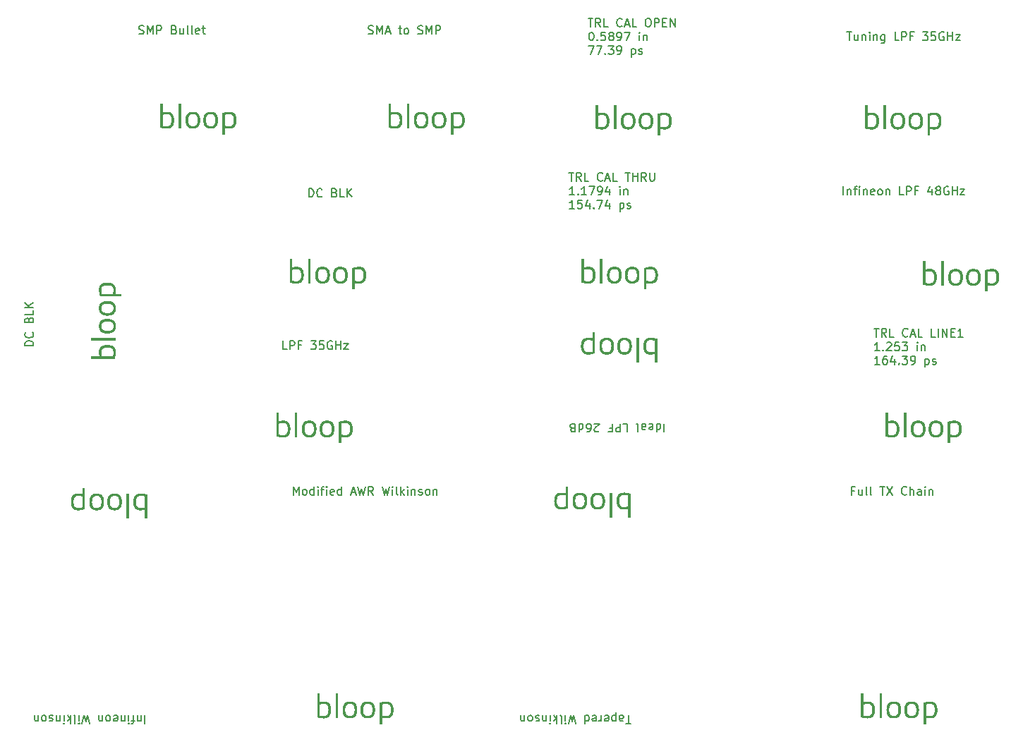
<source format=gto>
G04 #@! TF.GenerationSoftware,KiCad,Pcbnew,(5.1.4)-1*
G04 #@! TF.CreationDate,2019-09-29T18:57:04-06:00*
G04 #@! TF.ProjectId,front_end,66726f6e-745f-4656-9e64-2e6b69636164,A*
G04 #@! TF.SameCoordinates,Original*
G04 #@! TF.FileFunction,Legend,Top*
G04 #@! TF.FilePolarity,Positive*
%FSLAX46Y46*%
G04 Gerber Fmt 4.6, Leading zero omitted, Abs format (unit mm)*
G04 Created by KiCad (PCBNEW (5.1.4)-1) date 2019-09-29 18:57:04*
%MOMM*%
%LPD*%
G04 APERTURE LIST*
%ADD10C,0.150000*%
%ADD11C,0.010000*%
G04 APERTURE END LIST*
D10*
X244545238Y-131040359D02*
X244545238Y-132040359D01*
X243640476Y-131040359D02*
X243640476Y-132040359D01*
X243640476Y-131087978D02*
X243735714Y-131040359D01*
X243926190Y-131040359D01*
X244021428Y-131087978D01*
X244069047Y-131135597D01*
X244116666Y-131230835D01*
X244116666Y-131516549D01*
X244069047Y-131611787D01*
X244021428Y-131659406D01*
X243926190Y-131707025D01*
X243735714Y-131707025D01*
X243640476Y-131659406D01*
X242783333Y-131087978D02*
X242878571Y-131040359D01*
X243069047Y-131040359D01*
X243164285Y-131087978D01*
X243211904Y-131183216D01*
X243211904Y-131564168D01*
X243164285Y-131659406D01*
X243069047Y-131707025D01*
X242878571Y-131707025D01*
X242783333Y-131659406D01*
X242735714Y-131564168D01*
X242735714Y-131468930D01*
X243211904Y-131373692D01*
X241878571Y-131040359D02*
X241878571Y-131564168D01*
X241926190Y-131659406D01*
X242021428Y-131707025D01*
X242211904Y-131707025D01*
X242307142Y-131659406D01*
X241878571Y-131087978D02*
X241973809Y-131040359D01*
X242211904Y-131040359D01*
X242307142Y-131087978D01*
X242354761Y-131183216D01*
X242354761Y-131278454D01*
X242307142Y-131373692D01*
X242211904Y-131421311D01*
X241973809Y-131421311D01*
X241878571Y-131468930D01*
X241259523Y-131040359D02*
X241354761Y-131087978D01*
X241402380Y-131183216D01*
X241402380Y-132040359D01*
X239640476Y-131040359D02*
X240116666Y-131040359D01*
X240116666Y-132040359D01*
X239307142Y-131040359D02*
X239307142Y-132040359D01*
X238926190Y-132040359D01*
X238830952Y-131992740D01*
X238783333Y-131945120D01*
X238735714Y-131849882D01*
X238735714Y-131707025D01*
X238783333Y-131611787D01*
X238830952Y-131564168D01*
X238926190Y-131516549D01*
X239307142Y-131516549D01*
X237973809Y-131564168D02*
X238307142Y-131564168D01*
X238307142Y-131040359D02*
X238307142Y-132040359D01*
X237830952Y-132040359D01*
X236735714Y-131945120D02*
X236688095Y-131992740D01*
X236592857Y-132040359D01*
X236354761Y-132040359D01*
X236259523Y-131992740D01*
X236211904Y-131945120D01*
X236164285Y-131849882D01*
X236164285Y-131754644D01*
X236211904Y-131611787D01*
X236783333Y-131040359D01*
X236164285Y-131040359D01*
X235307142Y-132040359D02*
X235497619Y-132040359D01*
X235592857Y-131992740D01*
X235640476Y-131945120D01*
X235735714Y-131802263D01*
X235783333Y-131611787D01*
X235783333Y-131230835D01*
X235735714Y-131135597D01*
X235688095Y-131087978D01*
X235592857Y-131040359D01*
X235402380Y-131040359D01*
X235307142Y-131087978D01*
X235259523Y-131135597D01*
X235211904Y-131230835D01*
X235211904Y-131468930D01*
X235259523Y-131564168D01*
X235307142Y-131611787D01*
X235402380Y-131659406D01*
X235592857Y-131659406D01*
X235688095Y-131611787D01*
X235735714Y-131564168D01*
X235783333Y-131468930D01*
X234354761Y-131040359D02*
X234354761Y-132040359D01*
X234354761Y-131087978D02*
X234450000Y-131040359D01*
X234640476Y-131040359D01*
X234735714Y-131087978D01*
X234783333Y-131135597D01*
X234830952Y-131230835D01*
X234830952Y-131516549D01*
X234783333Y-131611787D01*
X234735714Y-131659406D01*
X234640476Y-131707025D01*
X234450000Y-131707025D01*
X234354761Y-131659406D01*
X233545238Y-131564168D02*
X233402380Y-131516549D01*
X233354761Y-131468930D01*
X233307142Y-131373692D01*
X233307142Y-131230835D01*
X233354761Y-131135597D01*
X233402380Y-131087978D01*
X233497619Y-131040359D01*
X233878571Y-131040359D01*
X233878571Y-132040359D01*
X233545238Y-132040359D01*
X233450000Y-131992740D01*
X233402380Y-131945120D01*
X233354761Y-131849882D01*
X233354761Y-131754644D01*
X233402380Y-131659406D01*
X233450000Y-131611787D01*
X233545238Y-131564168D01*
X233878571Y-131564168D01*
X199311047Y-122118380D02*
X198834857Y-122118380D01*
X198834857Y-121118380D01*
X199644380Y-122118380D02*
X199644380Y-121118380D01*
X200025333Y-121118380D01*
X200120571Y-121166000D01*
X200168190Y-121213619D01*
X200215809Y-121308857D01*
X200215809Y-121451714D01*
X200168190Y-121546952D01*
X200120571Y-121594571D01*
X200025333Y-121642190D01*
X199644380Y-121642190D01*
X200977714Y-121594571D02*
X200644380Y-121594571D01*
X200644380Y-122118380D02*
X200644380Y-121118380D01*
X201120571Y-121118380D01*
X202168190Y-121118380D02*
X202787238Y-121118380D01*
X202453904Y-121499333D01*
X202596761Y-121499333D01*
X202692000Y-121546952D01*
X202739619Y-121594571D01*
X202787238Y-121689809D01*
X202787238Y-121927904D01*
X202739619Y-122023142D01*
X202692000Y-122070761D01*
X202596761Y-122118380D01*
X202311047Y-122118380D01*
X202215809Y-122070761D01*
X202168190Y-122023142D01*
X203692000Y-121118380D02*
X203215809Y-121118380D01*
X203168190Y-121594571D01*
X203215809Y-121546952D01*
X203311047Y-121499333D01*
X203549142Y-121499333D01*
X203644380Y-121546952D01*
X203692000Y-121594571D01*
X203739619Y-121689809D01*
X203739619Y-121927904D01*
X203692000Y-122023142D01*
X203644380Y-122070761D01*
X203549142Y-122118380D01*
X203311047Y-122118380D01*
X203215809Y-122070761D01*
X203168190Y-122023142D01*
X204692000Y-121166000D02*
X204596761Y-121118380D01*
X204453904Y-121118380D01*
X204311047Y-121166000D01*
X204215809Y-121261238D01*
X204168190Y-121356476D01*
X204120571Y-121546952D01*
X204120571Y-121689809D01*
X204168190Y-121880285D01*
X204215809Y-121975523D01*
X204311047Y-122070761D01*
X204453904Y-122118380D01*
X204549142Y-122118380D01*
X204692000Y-122070761D01*
X204739619Y-122023142D01*
X204739619Y-121689809D01*
X204549142Y-121689809D01*
X205168190Y-122118380D02*
X205168190Y-121118380D01*
X205168190Y-121594571D02*
X205739619Y-121594571D01*
X205739619Y-122118380D02*
X205739619Y-121118380D01*
X206120571Y-121451714D02*
X206644380Y-121451714D01*
X206120571Y-122118380D01*
X206644380Y-122118380D01*
X266065904Y-103576380D02*
X266065904Y-102576380D01*
X266542095Y-102909714D02*
X266542095Y-103576380D01*
X266542095Y-103004952D02*
X266589714Y-102957333D01*
X266684952Y-102909714D01*
X266827809Y-102909714D01*
X266923047Y-102957333D01*
X266970666Y-103052571D01*
X266970666Y-103576380D01*
X267304000Y-102909714D02*
X267684952Y-102909714D01*
X267446857Y-103576380D02*
X267446857Y-102719238D01*
X267494476Y-102624000D01*
X267589714Y-102576380D01*
X267684952Y-102576380D01*
X268018285Y-103576380D02*
X268018285Y-102909714D01*
X268018285Y-102576380D02*
X267970666Y-102624000D01*
X268018285Y-102671619D01*
X268065904Y-102624000D01*
X268018285Y-102576380D01*
X268018285Y-102671619D01*
X268494476Y-102909714D02*
X268494476Y-103576380D01*
X268494476Y-103004952D02*
X268542095Y-102957333D01*
X268637333Y-102909714D01*
X268780190Y-102909714D01*
X268875428Y-102957333D01*
X268923047Y-103052571D01*
X268923047Y-103576380D01*
X269780190Y-103528761D02*
X269684952Y-103576380D01*
X269494476Y-103576380D01*
X269399238Y-103528761D01*
X269351619Y-103433523D01*
X269351619Y-103052571D01*
X269399238Y-102957333D01*
X269494476Y-102909714D01*
X269684952Y-102909714D01*
X269780190Y-102957333D01*
X269827809Y-103052571D01*
X269827809Y-103147809D01*
X269351619Y-103243047D01*
X270399238Y-103576380D02*
X270304000Y-103528761D01*
X270256380Y-103481142D01*
X270208761Y-103385904D01*
X270208761Y-103100190D01*
X270256380Y-103004952D01*
X270304000Y-102957333D01*
X270399238Y-102909714D01*
X270542095Y-102909714D01*
X270637333Y-102957333D01*
X270684952Y-103004952D01*
X270732571Y-103100190D01*
X270732571Y-103385904D01*
X270684952Y-103481142D01*
X270637333Y-103528761D01*
X270542095Y-103576380D01*
X270399238Y-103576380D01*
X271161142Y-102909714D02*
X271161142Y-103576380D01*
X271161142Y-103004952D02*
X271208761Y-102957333D01*
X271304000Y-102909714D01*
X271446857Y-102909714D01*
X271542095Y-102957333D01*
X271589714Y-103052571D01*
X271589714Y-103576380D01*
X273304000Y-103576380D02*
X272827809Y-103576380D01*
X272827809Y-102576380D01*
X273637333Y-103576380D02*
X273637333Y-102576380D01*
X274018285Y-102576380D01*
X274113523Y-102624000D01*
X274161142Y-102671619D01*
X274208761Y-102766857D01*
X274208761Y-102909714D01*
X274161142Y-103004952D01*
X274113523Y-103052571D01*
X274018285Y-103100190D01*
X273637333Y-103100190D01*
X274970666Y-103052571D02*
X274637333Y-103052571D01*
X274637333Y-103576380D02*
X274637333Y-102576380D01*
X275113523Y-102576380D01*
X276684952Y-102909714D02*
X276684952Y-103576380D01*
X276446857Y-102528761D02*
X276208761Y-103243047D01*
X276827809Y-103243047D01*
X277351619Y-103004952D02*
X277256380Y-102957333D01*
X277208761Y-102909714D01*
X277161142Y-102814476D01*
X277161142Y-102766857D01*
X277208761Y-102671619D01*
X277256380Y-102624000D01*
X277351619Y-102576380D01*
X277542095Y-102576380D01*
X277637333Y-102624000D01*
X277684952Y-102671619D01*
X277732571Y-102766857D01*
X277732571Y-102814476D01*
X277684952Y-102909714D01*
X277637333Y-102957333D01*
X277542095Y-103004952D01*
X277351619Y-103004952D01*
X277256380Y-103052571D01*
X277208761Y-103100190D01*
X277161142Y-103195428D01*
X277161142Y-103385904D01*
X277208761Y-103481142D01*
X277256380Y-103528761D01*
X277351619Y-103576380D01*
X277542095Y-103576380D01*
X277637333Y-103528761D01*
X277684952Y-103481142D01*
X277732571Y-103385904D01*
X277732571Y-103195428D01*
X277684952Y-103100190D01*
X277637333Y-103052571D01*
X277542095Y-103004952D01*
X278684952Y-102624000D02*
X278589714Y-102576380D01*
X278446857Y-102576380D01*
X278304000Y-102624000D01*
X278208761Y-102719238D01*
X278161142Y-102814476D01*
X278113523Y-103004952D01*
X278113523Y-103147809D01*
X278161142Y-103338285D01*
X278208761Y-103433523D01*
X278304000Y-103528761D01*
X278446857Y-103576380D01*
X278542095Y-103576380D01*
X278684952Y-103528761D01*
X278732571Y-103481142D01*
X278732571Y-103147809D01*
X278542095Y-103147809D01*
X279161142Y-103576380D02*
X279161142Y-102576380D01*
X279161142Y-103052571D02*
X279732571Y-103052571D01*
X279732571Y-103576380D02*
X279732571Y-102576380D01*
X280113523Y-102909714D02*
X280637333Y-102909714D01*
X280113523Y-103576380D01*
X280637333Y-103576380D01*
X266494476Y-84034380D02*
X267065904Y-84034380D01*
X266780190Y-85034380D02*
X266780190Y-84034380D01*
X267827809Y-84367714D02*
X267827809Y-85034380D01*
X267399238Y-84367714D02*
X267399238Y-84891523D01*
X267446857Y-84986761D01*
X267542095Y-85034380D01*
X267684952Y-85034380D01*
X267780190Y-84986761D01*
X267827809Y-84939142D01*
X268304000Y-84367714D02*
X268304000Y-85034380D01*
X268304000Y-84462952D02*
X268351619Y-84415333D01*
X268446857Y-84367714D01*
X268589714Y-84367714D01*
X268684952Y-84415333D01*
X268732571Y-84510571D01*
X268732571Y-85034380D01*
X269208761Y-85034380D02*
X269208761Y-84367714D01*
X269208761Y-84034380D02*
X269161142Y-84082000D01*
X269208761Y-84129619D01*
X269256380Y-84082000D01*
X269208761Y-84034380D01*
X269208761Y-84129619D01*
X269684952Y-84367714D02*
X269684952Y-85034380D01*
X269684952Y-84462952D02*
X269732571Y-84415333D01*
X269827809Y-84367714D01*
X269970666Y-84367714D01*
X270065904Y-84415333D01*
X270113523Y-84510571D01*
X270113523Y-85034380D01*
X271018285Y-84367714D02*
X271018285Y-85177238D01*
X270970666Y-85272476D01*
X270923047Y-85320095D01*
X270827809Y-85367714D01*
X270684952Y-85367714D01*
X270589714Y-85320095D01*
X271018285Y-84986761D02*
X270923047Y-85034380D01*
X270732571Y-85034380D01*
X270637333Y-84986761D01*
X270589714Y-84939142D01*
X270542095Y-84843904D01*
X270542095Y-84558190D01*
X270589714Y-84462952D01*
X270637333Y-84415333D01*
X270732571Y-84367714D01*
X270923047Y-84367714D01*
X271018285Y-84415333D01*
X272732571Y-85034380D02*
X272256380Y-85034380D01*
X272256380Y-84034380D01*
X273065904Y-85034380D02*
X273065904Y-84034380D01*
X273446857Y-84034380D01*
X273542095Y-84082000D01*
X273589714Y-84129619D01*
X273637333Y-84224857D01*
X273637333Y-84367714D01*
X273589714Y-84462952D01*
X273542095Y-84510571D01*
X273446857Y-84558190D01*
X273065904Y-84558190D01*
X274399238Y-84510571D02*
X274065904Y-84510571D01*
X274065904Y-85034380D02*
X274065904Y-84034380D01*
X274542095Y-84034380D01*
X275589714Y-84034380D02*
X276208761Y-84034380D01*
X275875428Y-84415333D01*
X276018285Y-84415333D01*
X276113523Y-84462952D01*
X276161142Y-84510571D01*
X276208761Y-84605809D01*
X276208761Y-84843904D01*
X276161142Y-84939142D01*
X276113523Y-84986761D01*
X276018285Y-85034380D01*
X275732571Y-85034380D01*
X275637333Y-84986761D01*
X275589714Y-84939142D01*
X277113523Y-84034380D02*
X276637333Y-84034380D01*
X276589714Y-84510571D01*
X276637333Y-84462952D01*
X276732571Y-84415333D01*
X276970666Y-84415333D01*
X277065904Y-84462952D01*
X277113523Y-84510571D01*
X277161142Y-84605809D01*
X277161142Y-84843904D01*
X277113523Y-84939142D01*
X277065904Y-84986761D01*
X276970666Y-85034380D01*
X276732571Y-85034380D01*
X276637333Y-84986761D01*
X276589714Y-84939142D01*
X278113523Y-84082000D02*
X278018285Y-84034380D01*
X277875428Y-84034380D01*
X277732571Y-84082000D01*
X277637333Y-84177238D01*
X277589714Y-84272476D01*
X277542095Y-84462952D01*
X277542095Y-84605809D01*
X277589714Y-84796285D01*
X277637333Y-84891523D01*
X277732571Y-84986761D01*
X277875428Y-85034380D01*
X277970666Y-85034380D01*
X278113523Y-84986761D01*
X278161142Y-84939142D01*
X278161142Y-84605809D01*
X277970666Y-84605809D01*
X278589714Y-85034380D02*
X278589714Y-84034380D01*
X278589714Y-84510571D02*
X279161142Y-84510571D01*
X279161142Y-85034380D02*
X279161142Y-84034380D01*
X279542095Y-84367714D02*
X280065904Y-84367714D01*
X279542095Y-85034380D01*
X280065904Y-85034380D01*
X168854380Y-121673619D02*
X167854380Y-121673619D01*
X167854380Y-121435523D01*
X167902000Y-121292666D01*
X167997238Y-121197428D01*
X168092476Y-121149809D01*
X168282952Y-121102190D01*
X168425809Y-121102190D01*
X168616285Y-121149809D01*
X168711523Y-121197428D01*
X168806761Y-121292666D01*
X168854380Y-121435523D01*
X168854380Y-121673619D01*
X168759142Y-120102190D02*
X168806761Y-120149809D01*
X168854380Y-120292666D01*
X168854380Y-120387904D01*
X168806761Y-120530761D01*
X168711523Y-120626000D01*
X168616285Y-120673619D01*
X168425809Y-120721238D01*
X168282952Y-120721238D01*
X168092476Y-120673619D01*
X167997238Y-120626000D01*
X167902000Y-120530761D01*
X167854380Y-120387904D01*
X167854380Y-120292666D01*
X167902000Y-120149809D01*
X167949619Y-120102190D01*
X168330571Y-118578380D02*
X168378190Y-118435523D01*
X168425809Y-118387904D01*
X168521047Y-118340285D01*
X168663904Y-118340285D01*
X168759142Y-118387904D01*
X168806761Y-118435523D01*
X168854380Y-118530761D01*
X168854380Y-118911714D01*
X167854380Y-118911714D01*
X167854380Y-118578380D01*
X167902000Y-118483142D01*
X167949619Y-118435523D01*
X168044857Y-118387904D01*
X168140095Y-118387904D01*
X168235333Y-118435523D01*
X168282952Y-118483142D01*
X168330571Y-118578380D01*
X168330571Y-118911714D01*
X168854380Y-117435523D02*
X168854380Y-117911714D01*
X167854380Y-117911714D01*
X168854380Y-117102190D02*
X167854380Y-117102190D01*
X168854380Y-116530761D02*
X168282952Y-116959333D01*
X167854380Y-116530761D02*
X168425809Y-117102190D01*
X201922380Y-103830380D02*
X201922380Y-102830380D01*
X202160476Y-102830380D01*
X202303333Y-102878000D01*
X202398571Y-102973238D01*
X202446190Y-103068476D01*
X202493809Y-103258952D01*
X202493809Y-103401809D01*
X202446190Y-103592285D01*
X202398571Y-103687523D01*
X202303333Y-103782761D01*
X202160476Y-103830380D01*
X201922380Y-103830380D01*
X203493809Y-103735142D02*
X203446190Y-103782761D01*
X203303333Y-103830380D01*
X203208095Y-103830380D01*
X203065238Y-103782761D01*
X202970000Y-103687523D01*
X202922380Y-103592285D01*
X202874761Y-103401809D01*
X202874761Y-103258952D01*
X202922380Y-103068476D01*
X202970000Y-102973238D01*
X203065238Y-102878000D01*
X203208095Y-102830380D01*
X203303333Y-102830380D01*
X203446190Y-102878000D01*
X203493809Y-102925619D01*
X205017619Y-103306571D02*
X205160476Y-103354190D01*
X205208095Y-103401809D01*
X205255714Y-103497047D01*
X205255714Y-103639904D01*
X205208095Y-103735142D01*
X205160476Y-103782761D01*
X205065238Y-103830380D01*
X204684285Y-103830380D01*
X204684285Y-102830380D01*
X205017619Y-102830380D01*
X205112857Y-102878000D01*
X205160476Y-102925619D01*
X205208095Y-103020857D01*
X205208095Y-103116095D01*
X205160476Y-103211333D01*
X205112857Y-103258952D01*
X205017619Y-103306571D01*
X204684285Y-103306571D01*
X206160476Y-103830380D02*
X205684285Y-103830380D01*
X205684285Y-102830380D01*
X206493809Y-103830380D02*
X206493809Y-102830380D01*
X207065238Y-103830380D02*
X206636666Y-103258952D01*
X207065238Y-102830380D02*
X206493809Y-103401809D01*
X267359930Y-139076671D02*
X267026597Y-139076671D01*
X267026597Y-139600480D02*
X267026597Y-138600480D01*
X267502788Y-138600480D01*
X268312311Y-138933814D02*
X268312311Y-139600480D01*
X267883740Y-138933814D02*
X267883740Y-139457623D01*
X267931359Y-139552861D01*
X268026597Y-139600480D01*
X268169454Y-139600480D01*
X268264692Y-139552861D01*
X268312311Y-139505242D01*
X268931359Y-139600480D02*
X268836121Y-139552861D01*
X268788502Y-139457623D01*
X268788502Y-138600480D01*
X269455169Y-139600480D02*
X269359930Y-139552861D01*
X269312311Y-139457623D01*
X269312311Y-138600480D01*
X270455169Y-138600480D02*
X271026597Y-138600480D01*
X270740883Y-139600480D02*
X270740883Y-138600480D01*
X271264692Y-138600480D02*
X271931359Y-139600480D01*
X271931359Y-138600480D02*
X271264692Y-139600480D01*
X273645645Y-139505242D02*
X273598026Y-139552861D01*
X273455169Y-139600480D01*
X273359930Y-139600480D01*
X273217073Y-139552861D01*
X273121835Y-139457623D01*
X273074216Y-139362385D01*
X273026597Y-139171909D01*
X273026597Y-139029052D01*
X273074216Y-138838576D01*
X273121835Y-138743338D01*
X273217073Y-138648100D01*
X273359930Y-138600480D01*
X273455169Y-138600480D01*
X273598026Y-138648100D01*
X273645645Y-138695719D01*
X274074216Y-139600480D02*
X274074216Y-138600480D01*
X274502788Y-139600480D02*
X274502788Y-139076671D01*
X274455169Y-138981433D01*
X274359930Y-138933814D01*
X274217073Y-138933814D01*
X274121835Y-138981433D01*
X274074216Y-139029052D01*
X275407550Y-139600480D02*
X275407550Y-139076671D01*
X275359930Y-138981433D01*
X275264692Y-138933814D01*
X275074216Y-138933814D01*
X274978978Y-138981433D01*
X275407550Y-139552861D02*
X275312311Y-139600480D01*
X275074216Y-139600480D01*
X274978978Y-139552861D01*
X274931359Y-139457623D01*
X274931359Y-139362385D01*
X274978978Y-139267147D01*
X275074216Y-139219528D01*
X275312311Y-139219528D01*
X275407550Y-139171909D01*
X275883740Y-139600480D02*
X275883740Y-138933814D01*
X275883740Y-138600480D02*
X275836121Y-138648100D01*
X275883740Y-138695719D01*
X275931359Y-138648100D01*
X275883740Y-138600480D01*
X275883740Y-138695719D01*
X276359930Y-138933814D02*
X276359930Y-139600480D01*
X276359930Y-139029052D02*
X276407550Y-138981433D01*
X276502788Y-138933814D01*
X276645645Y-138933814D01*
X276740883Y-138981433D01*
X276788502Y-139076671D01*
X276788502Y-139600480D01*
X240552006Y-167059519D02*
X239980578Y-167059519D01*
X240266292Y-166059519D02*
X240266292Y-167059519D01*
X239218673Y-166059519D02*
X239218673Y-166583328D01*
X239266292Y-166678566D01*
X239361530Y-166726185D01*
X239552006Y-166726185D01*
X239647244Y-166678566D01*
X239218673Y-166107138D02*
X239313911Y-166059519D01*
X239552006Y-166059519D01*
X239647244Y-166107138D01*
X239694863Y-166202376D01*
X239694863Y-166297614D01*
X239647244Y-166392852D01*
X239552006Y-166440471D01*
X239313911Y-166440471D01*
X239218673Y-166488090D01*
X238742482Y-166726185D02*
X238742482Y-165726185D01*
X238742482Y-166678566D02*
X238647244Y-166726185D01*
X238456768Y-166726185D01*
X238361530Y-166678566D01*
X238313911Y-166630947D01*
X238266292Y-166535709D01*
X238266292Y-166249995D01*
X238313911Y-166154757D01*
X238361530Y-166107138D01*
X238456768Y-166059519D01*
X238647244Y-166059519D01*
X238742482Y-166107138D01*
X237456768Y-166107138D02*
X237552006Y-166059519D01*
X237742482Y-166059519D01*
X237837720Y-166107138D01*
X237885340Y-166202376D01*
X237885340Y-166583328D01*
X237837720Y-166678566D01*
X237742482Y-166726185D01*
X237552006Y-166726185D01*
X237456768Y-166678566D01*
X237409149Y-166583328D01*
X237409149Y-166488090D01*
X237885340Y-166392852D01*
X236980578Y-166059519D02*
X236980578Y-166726185D01*
X236980578Y-166535709D02*
X236932959Y-166630947D01*
X236885340Y-166678566D01*
X236790101Y-166726185D01*
X236694863Y-166726185D01*
X235980578Y-166107138D02*
X236075816Y-166059519D01*
X236266292Y-166059519D01*
X236361530Y-166107138D01*
X236409149Y-166202376D01*
X236409149Y-166583328D01*
X236361530Y-166678566D01*
X236266292Y-166726185D01*
X236075816Y-166726185D01*
X235980578Y-166678566D01*
X235932959Y-166583328D01*
X235932959Y-166488090D01*
X236409149Y-166392852D01*
X235075816Y-166059519D02*
X235075816Y-167059519D01*
X235075816Y-166107138D02*
X235171054Y-166059519D01*
X235361530Y-166059519D01*
X235456768Y-166107138D01*
X235504387Y-166154757D01*
X235552006Y-166249995D01*
X235552006Y-166535709D01*
X235504387Y-166630947D01*
X235456768Y-166678566D01*
X235361530Y-166726185D01*
X235171054Y-166726185D01*
X235075816Y-166678566D01*
X233932959Y-167059519D02*
X233694863Y-166059519D01*
X233504387Y-166773804D01*
X233313911Y-166059519D01*
X233075816Y-167059519D01*
X232694863Y-166059519D02*
X232694863Y-166726185D01*
X232694863Y-167059519D02*
X232742482Y-167011900D01*
X232694863Y-166964280D01*
X232647244Y-167011900D01*
X232694863Y-167059519D01*
X232694863Y-166964280D01*
X232075816Y-166059519D02*
X232171054Y-166107138D01*
X232218673Y-166202376D01*
X232218673Y-167059519D01*
X231694863Y-166059519D02*
X231694863Y-167059519D01*
X231599625Y-166440471D02*
X231313911Y-166059519D01*
X231313911Y-166726185D02*
X231694863Y-166345233D01*
X230885340Y-166059519D02*
X230885340Y-166726185D01*
X230885340Y-167059519D02*
X230932959Y-167011900D01*
X230885340Y-166964280D01*
X230837720Y-167011900D01*
X230885340Y-167059519D01*
X230885340Y-166964280D01*
X230409149Y-166726185D02*
X230409149Y-166059519D01*
X230409149Y-166630947D02*
X230361530Y-166678566D01*
X230266292Y-166726185D01*
X230123435Y-166726185D01*
X230028197Y-166678566D01*
X229980578Y-166583328D01*
X229980578Y-166059519D01*
X229552006Y-166107138D02*
X229456768Y-166059519D01*
X229266292Y-166059519D01*
X229171054Y-166107138D01*
X229123435Y-166202376D01*
X229123435Y-166249995D01*
X229171054Y-166345233D01*
X229266292Y-166392852D01*
X229409149Y-166392852D01*
X229504387Y-166440471D01*
X229552006Y-166535709D01*
X229552006Y-166583328D01*
X229504387Y-166678566D01*
X229409149Y-166726185D01*
X229266292Y-166726185D01*
X229171054Y-166678566D01*
X228552006Y-166059519D02*
X228647244Y-166107138D01*
X228694863Y-166154757D01*
X228742482Y-166249995D01*
X228742482Y-166535709D01*
X228694863Y-166630947D01*
X228647244Y-166678566D01*
X228552006Y-166726185D01*
X228409149Y-166726185D01*
X228313911Y-166678566D01*
X228266292Y-166630947D01*
X228218673Y-166535709D01*
X228218673Y-166249995D01*
X228266292Y-166154757D01*
X228313911Y-166107138D01*
X228409149Y-166059519D01*
X228552006Y-166059519D01*
X227790101Y-166726185D02*
X227790101Y-166059519D01*
X227790101Y-166630947D02*
X227742482Y-166678566D01*
X227647244Y-166726185D01*
X227504387Y-166726185D01*
X227409149Y-166678566D01*
X227361530Y-166583328D01*
X227361530Y-166059519D01*
X200054644Y-139600480D02*
X200054644Y-138600480D01*
X200387977Y-139314766D01*
X200721311Y-138600480D01*
X200721311Y-139600480D01*
X201340358Y-139600480D02*
X201245120Y-139552861D01*
X201197501Y-139505242D01*
X201149882Y-139410004D01*
X201149882Y-139124290D01*
X201197501Y-139029052D01*
X201245120Y-138981433D01*
X201340358Y-138933814D01*
X201483215Y-138933814D01*
X201578453Y-138981433D01*
X201626072Y-139029052D01*
X201673692Y-139124290D01*
X201673692Y-139410004D01*
X201626072Y-139505242D01*
X201578453Y-139552861D01*
X201483215Y-139600480D01*
X201340358Y-139600480D01*
X202530834Y-139600480D02*
X202530834Y-138600480D01*
X202530834Y-139552861D02*
X202435596Y-139600480D01*
X202245120Y-139600480D01*
X202149882Y-139552861D01*
X202102263Y-139505242D01*
X202054644Y-139410004D01*
X202054644Y-139124290D01*
X202102263Y-139029052D01*
X202149882Y-138981433D01*
X202245120Y-138933814D01*
X202435596Y-138933814D01*
X202530834Y-138981433D01*
X203007025Y-139600480D02*
X203007025Y-138933814D01*
X203007025Y-138600480D02*
X202959406Y-138648100D01*
X203007025Y-138695719D01*
X203054644Y-138648100D01*
X203007025Y-138600480D01*
X203007025Y-138695719D01*
X203340358Y-138933814D02*
X203721311Y-138933814D01*
X203483215Y-139600480D02*
X203483215Y-138743338D01*
X203530834Y-138648100D01*
X203626072Y-138600480D01*
X203721311Y-138600480D01*
X204054644Y-139600480D02*
X204054644Y-138933814D01*
X204054644Y-138600480D02*
X204007025Y-138648100D01*
X204054644Y-138695719D01*
X204102263Y-138648100D01*
X204054644Y-138600480D01*
X204054644Y-138695719D01*
X204911787Y-139552861D02*
X204816549Y-139600480D01*
X204626072Y-139600480D01*
X204530834Y-139552861D01*
X204483215Y-139457623D01*
X204483215Y-139076671D01*
X204530834Y-138981433D01*
X204626072Y-138933814D01*
X204816549Y-138933814D01*
X204911787Y-138981433D01*
X204959406Y-139076671D01*
X204959406Y-139171909D01*
X204483215Y-139267147D01*
X205816549Y-139600480D02*
X205816549Y-138600480D01*
X205816549Y-139552861D02*
X205721311Y-139600480D01*
X205530834Y-139600480D01*
X205435596Y-139552861D01*
X205387977Y-139505242D01*
X205340358Y-139410004D01*
X205340358Y-139124290D01*
X205387977Y-139029052D01*
X205435596Y-138981433D01*
X205530834Y-138933814D01*
X205721311Y-138933814D01*
X205816549Y-138981433D01*
X207007025Y-139314766D02*
X207483215Y-139314766D01*
X206911787Y-139600480D02*
X207245120Y-138600480D01*
X207578453Y-139600480D01*
X207816549Y-138600480D02*
X208054644Y-139600480D01*
X208245120Y-138886195D01*
X208435596Y-139600480D01*
X208673692Y-138600480D01*
X209626072Y-139600480D02*
X209292739Y-139124290D01*
X209054644Y-139600480D02*
X209054644Y-138600480D01*
X209435596Y-138600480D01*
X209530834Y-138648100D01*
X209578453Y-138695719D01*
X209626072Y-138790957D01*
X209626072Y-138933814D01*
X209578453Y-139029052D01*
X209530834Y-139076671D01*
X209435596Y-139124290D01*
X209054644Y-139124290D01*
X210721311Y-138600480D02*
X210959406Y-139600480D01*
X211149882Y-138886195D01*
X211340358Y-139600480D01*
X211578453Y-138600480D01*
X211959406Y-139600480D02*
X211959406Y-138933814D01*
X211959406Y-138600480D02*
X211911787Y-138648100D01*
X211959406Y-138695719D01*
X212007025Y-138648100D01*
X211959406Y-138600480D01*
X211959406Y-138695719D01*
X212578453Y-139600480D02*
X212483215Y-139552861D01*
X212435596Y-139457623D01*
X212435596Y-138600480D01*
X212959406Y-139600480D02*
X212959406Y-138600480D01*
X213054644Y-139219528D02*
X213340358Y-139600480D01*
X213340358Y-138933814D02*
X212959406Y-139314766D01*
X213768930Y-139600480D02*
X213768930Y-138933814D01*
X213768930Y-138600480D02*
X213721311Y-138648100D01*
X213768930Y-138695719D01*
X213816549Y-138648100D01*
X213768930Y-138600480D01*
X213768930Y-138695719D01*
X214245120Y-138933814D02*
X214245120Y-139600480D01*
X214245120Y-139029052D02*
X214292739Y-138981433D01*
X214387977Y-138933814D01*
X214530834Y-138933814D01*
X214626072Y-138981433D01*
X214673692Y-139076671D01*
X214673692Y-139600480D01*
X215102263Y-139552861D02*
X215197501Y-139600480D01*
X215387977Y-139600480D01*
X215483215Y-139552861D01*
X215530834Y-139457623D01*
X215530834Y-139410004D01*
X215483215Y-139314766D01*
X215387977Y-139267147D01*
X215245120Y-139267147D01*
X215149882Y-139219528D01*
X215102263Y-139124290D01*
X215102263Y-139076671D01*
X215149882Y-138981433D01*
X215245120Y-138933814D01*
X215387977Y-138933814D01*
X215483215Y-138981433D01*
X216102263Y-139600480D02*
X216007025Y-139552861D01*
X215959406Y-139505242D01*
X215911787Y-139410004D01*
X215911787Y-139124290D01*
X215959406Y-139029052D01*
X216007025Y-138981433D01*
X216102263Y-138933814D01*
X216245120Y-138933814D01*
X216340358Y-138981433D01*
X216387977Y-139029052D01*
X216435596Y-139124290D01*
X216435596Y-139410004D01*
X216387977Y-139505242D01*
X216340358Y-139552861D01*
X216245120Y-139600480D01*
X216102263Y-139600480D01*
X216864168Y-138933814D02*
X216864168Y-139600480D01*
X216864168Y-139029052D02*
X216911787Y-138981433D01*
X217007025Y-138933814D01*
X217149882Y-138933814D01*
X217245120Y-138981433D01*
X217292739Y-139076671D01*
X217292739Y-139600480D01*
X182241607Y-166059519D02*
X182241607Y-167059519D01*
X181765417Y-166726185D02*
X181765417Y-166059519D01*
X181765417Y-166630947D02*
X181717798Y-166678566D01*
X181622560Y-166726185D01*
X181479702Y-166726185D01*
X181384464Y-166678566D01*
X181336845Y-166583328D01*
X181336845Y-166059519D01*
X181003512Y-166726185D02*
X180622560Y-166726185D01*
X180860655Y-166059519D02*
X180860655Y-166916661D01*
X180813036Y-167011900D01*
X180717798Y-167059519D01*
X180622560Y-167059519D01*
X180289226Y-166059519D02*
X180289226Y-166726185D01*
X180289226Y-167059519D02*
X180336845Y-167011900D01*
X180289226Y-166964280D01*
X180241607Y-167011900D01*
X180289226Y-167059519D01*
X180289226Y-166964280D01*
X179813036Y-166726185D02*
X179813036Y-166059519D01*
X179813036Y-166630947D02*
X179765417Y-166678566D01*
X179670179Y-166726185D01*
X179527321Y-166726185D01*
X179432083Y-166678566D01*
X179384464Y-166583328D01*
X179384464Y-166059519D01*
X178527321Y-166107138D02*
X178622560Y-166059519D01*
X178813036Y-166059519D01*
X178908274Y-166107138D01*
X178955893Y-166202376D01*
X178955893Y-166583328D01*
X178908274Y-166678566D01*
X178813036Y-166726185D01*
X178622560Y-166726185D01*
X178527321Y-166678566D01*
X178479702Y-166583328D01*
X178479702Y-166488090D01*
X178955893Y-166392852D01*
X177908274Y-166059519D02*
X178003512Y-166107138D01*
X178051131Y-166154757D01*
X178098750Y-166249995D01*
X178098750Y-166535709D01*
X178051131Y-166630947D01*
X178003512Y-166678566D01*
X177908274Y-166726185D01*
X177765417Y-166726185D01*
X177670179Y-166678566D01*
X177622560Y-166630947D01*
X177574940Y-166535709D01*
X177574940Y-166249995D01*
X177622560Y-166154757D01*
X177670179Y-166107138D01*
X177765417Y-166059519D01*
X177908274Y-166059519D01*
X177146369Y-166726185D02*
X177146369Y-166059519D01*
X177146369Y-166630947D02*
X177098750Y-166678566D01*
X177003512Y-166726185D01*
X176860655Y-166726185D01*
X176765417Y-166678566D01*
X176717798Y-166583328D01*
X176717798Y-166059519D01*
X175574940Y-167059519D02*
X175336845Y-166059519D01*
X175146369Y-166773804D01*
X174955893Y-166059519D01*
X174717798Y-167059519D01*
X174336845Y-166059519D02*
X174336845Y-166726185D01*
X174336845Y-167059519D02*
X174384464Y-167011900D01*
X174336845Y-166964280D01*
X174289226Y-167011900D01*
X174336845Y-167059519D01*
X174336845Y-166964280D01*
X173717798Y-166059519D02*
X173813036Y-166107138D01*
X173860655Y-166202376D01*
X173860655Y-167059519D01*
X173336845Y-166059519D02*
X173336845Y-167059519D01*
X173241607Y-166440471D02*
X172955893Y-166059519D01*
X172955893Y-166726185D02*
X173336845Y-166345233D01*
X172527321Y-166059519D02*
X172527321Y-166726185D01*
X172527321Y-167059519D02*
X172574940Y-167011900D01*
X172527321Y-166964280D01*
X172479702Y-167011900D01*
X172527321Y-167059519D01*
X172527321Y-166964280D01*
X172051131Y-166726185D02*
X172051131Y-166059519D01*
X172051131Y-166630947D02*
X172003512Y-166678566D01*
X171908274Y-166726185D01*
X171765417Y-166726185D01*
X171670179Y-166678566D01*
X171622560Y-166583328D01*
X171622560Y-166059519D01*
X171193988Y-166107138D02*
X171098750Y-166059519D01*
X170908274Y-166059519D01*
X170813036Y-166107138D01*
X170765417Y-166202376D01*
X170765417Y-166249995D01*
X170813036Y-166345233D01*
X170908274Y-166392852D01*
X171051131Y-166392852D01*
X171146369Y-166440471D01*
X171193988Y-166535709D01*
X171193988Y-166583328D01*
X171146369Y-166678566D01*
X171051131Y-166726185D01*
X170908274Y-166726185D01*
X170813036Y-166678566D01*
X170193988Y-166059519D02*
X170289226Y-166107138D01*
X170336845Y-166154757D01*
X170384464Y-166249995D01*
X170384464Y-166535709D01*
X170336845Y-166630947D01*
X170289226Y-166678566D01*
X170193988Y-166726185D01*
X170051131Y-166726185D01*
X169955893Y-166678566D01*
X169908274Y-166630947D01*
X169860655Y-166535709D01*
X169860655Y-166249995D01*
X169908274Y-166154757D01*
X169955893Y-166107138D01*
X170051131Y-166059519D01*
X170193988Y-166059519D01*
X169432083Y-166726185D02*
X169432083Y-166059519D01*
X169432083Y-166630947D02*
X169384464Y-166678566D01*
X169289226Y-166726185D01*
X169146369Y-166726185D01*
X169051131Y-166678566D01*
X169003512Y-166583328D01*
X169003512Y-166059519D01*
X269744648Y-119620780D02*
X270316076Y-119620780D01*
X270030362Y-120620780D02*
X270030362Y-119620780D01*
X271220838Y-120620780D02*
X270887505Y-120144590D01*
X270649410Y-120620780D02*
X270649410Y-119620780D01*
X271030362Y-119620780D01*
X271125600Y-119668400D01*
X271173219Y-119716019D01*
X271220838Y-119811257D01*
X271220838Y-119954114D01*
X271173219Y-120049352D01*
X271125600Y-120096971D01*
X271030362Y-120144590D01*
X270649410Y-120144590D01*
X272125600Y-120620780D02*
X271649410Y-120620780D01*
X271649410Y-119620780D01*
X273792267Y-120525542D02*
X273744648Y-120573161D01*
X273601790Y-120620780D01*
X273506552Y-120620780D01*
X273363695Y-120573161D01*
X273268457Y-120477923D01*
X273220838Y-120382685D01*
X273173219Y-120192209D01*
X273173219Y-120049352D01*
X273220838Y-119858876D01*
X273268457Y-119763638D01*
X273363695Y-119668400D01*
X273506552Y-119620780D01*
X273601790Y-119620780D01*
X273744648Y-119668400D01*
X273792267Y-119716019D01*
X274173219Y-120335066D02*
X274649410Y-120335066D01*
X274077981Y-120620780D02*
X274411314Y-119620780D01*
X274744648Y-120620780D01*
X275554171Y-120620780D02*
X275077981Y-120620780D01*
X275077981Y-119620780D01*
X277125600Y-120620780D02*
X276649410Y-120620780D01*
X276649410Y-119620780D01*
X277458933Y-120620780D02*
X277458933Y-119620780D01*
X277935124Y-120620780D02*
X277935124Y-119620780D01*
X278506552Y-120620780D01*
X278506552Y-119620780D01*
X278982743Y-120096971D02*
X279316076Y-120096971D01*
X279458933Y-120620780D02*
X278982743Y-120620780D01*
X278982743Y-119620780D01*
X279458933Y-119620780D01*
X280411314Y-120620780D02*
X279839886Y-120620780D01*
X280125600Y-120620780D02*
X280125600Y-119620780D01*
X280030362Y-119763638D01*
X279935124Y-119858876D01*
X279839886Y-119906495D01*
X270411314Y-122270780D02*
X269839886Y-122270780D01*
X270125600Y-122270780D02*
X270125600Y-121270780D01*
X270030362Y-121413638D01*
X269935124Y-121508876D01*
X269839886Y-121556495D01*
X270839886Y-122175542D02*
X270887505Y-122223161D01*
X270839886Y-122270780D01*
X270792267Y-122223161D01*
X270839886Y-122175542D01*
X270839886Y-122270780D01*
X271268457Y-121366019D02*
X271316076Y-121318400D01*
X271411314Y-121270780D01*
X271649410Y-121270780D01*
X271744648Y-121318400D01*
X271792267Y-121366019D01*
X271839886Y-121461257D01*
X271839886Y-121556495D01*
X271792267Y-121699352D01*
X271220838Y-122270780D01*
X271839886Y-122270780D01*
X272744648Y-121270780D02*
X272268457Y-121270780D01*
X272220838Y-121746971D01*
X272268457Y-121699352D01*
X272363695Y-121651733D01*
X272601790Y-121651733D01*
X272697029Y-121699352D01*
X272744648Y-121746971D01*
X272792267Y-121842209D01*
X272792267Y-122080304D01*
X272744648Y-122175542D01*
X272697029Y-122223161D01*
X272601790Y-122270780D01*
X272363695Y-122270780D01*
X272268457Y-122223161D01*
X272220838Y-122175542D01*
X273125600Y-121270780D02*
X273744648Y-121270780D01*
X273411314Y-121651733D01*
X273554171Y-121651733D01*
X273649410Y-121699352D01*
X273697029Y-121746971D01*
X273744648Y-121842209D01*
X273744648Y-122080304D01*
X273697029Y-122175542D01*
X273649410Y-122223161D01*
X273554171Y-122270780D01*
X273268457Y-122270780D01*
X273173219Y-122223161D01*
X273125600Y-122175542D01*
X274935124Y-122270780D02*
X274935124Y-121604114D01*
X274935124Y-121270780D02*
X274887505Y-121318400D01*
X274935124Y-121366019D01*
X274982743Y-121318400D01*
X274935124Y-121270780D01*
X274935124Y-121366019D01*
X275411314Y-121604114D02*
X275411314Y-122270780D01*
X275411314Y-121699352D02*
X275458933Y-121651733D01*
X275554171Y-121604114D01*
X275697029Y-121604114D01*
X275792267Y-121651733D01*
X275839886Y-121746971D01*
X275839886Y-122270780D01*
X270411314Y-123920780D02*
X269839886Y-123920780D01*
X270125600Y-123920780D02*
X270125600Y-122920780D01*
X270030362Y-123063638D01*
X269935124Y-123158876D01*
X269839886Y-123206495D01*
X271268457Y-122920780D02*
X271077981Y-122920780D01*
X270982743Y-122968400D01*
X270935124Y-123016019D01*
X270839886Y-123158876D01*
X270792267Y-123349352D01*
X270792267Y-123730304D01*
X270839886Y-123825542D01*
X270887505Y-123873161D01*
X270982743Y-123920780D01*
X271173219Y-123920780D01*
X271268457Y-123873161D01*
X271316076Y-123825542D01*
X271363695Y-123730304D01*
X271363695Y-123492209D01*
X271316076Y-123396971D01*
X271268457Y-123349352D01*
X271173219Y-123301733D01*
X270982743Y-123301733D01*
X270887505Y-123349352D01*
X270839886Y-123396971D01*
X270792267Y-123492209D01*
X272220838Y-123254114D02*
X272220838Y-123920780D01*
X271982743Y-122873161D02*
X271744648Y-123587447D01*
X272363695Y-123587447D01*
X272744648Y-123825542D02*
X272792267Y-123873161D01*
X272744648Y-123920780D01*
X272697029Y-123873161D01*
X272744648Y-123825542D01*
X272744648Y-123920780D01*
X273125600Y-122920780D02*
X273744648Y-122920780D01*
X273411314Y-123301733D01*
X273554171Y-123301733D01*
X273649410Y-123349352D01*
X273697029Y-123396971D01*
X273744648Y-123492209D01*
X273744648Y-123730304D01*
X273697029Y-123825542D01*
X273649410Y-123873161D01*
X273554171Y-123920780D01*
X273268457Y-123920780D01*
X273173219Y-123873161D01*
X273125600Y-123825542D01*
X274220838Y-123920780D02*
X274411314Y-123920780D01*
X274506552Y-123873161D01*
X274554171Y-123825542D01*
X274649410Y-123682685D01*
X274697029Y-123492209D01*
X274697029Y-123111257D01*
X274649410Y-123016019D01*
X274601790Y-122968400D01*
X274506552Y-122920780D01*
X274316076Y-122920780D01*
X274220838Y-122968400D01*
X274173219Y-123016019D01*
X274125600Y-123111257D01*
X274125600Y-123349352D01*
X274173219Y-123444590D01*
X274220838Y-123492209D01*
X274316076Y-123539828D01*
X274506552Y-123539828D01*
X274601790Y-123492209D01*
X274649410Y-123444590D01*
X274697029Y-123349352D01*
X275887505Y-123254114D02*
X275887505Y-124254114D01*
X275887505Y-123301733D02*
X275982743Y-123254114D01*
X276173219Y-123254114D01*
X276268457Y-123301733D01*
X276316076Y-123349352D01*
X276363695Y-123444590D01*
X276363695Y-123730304D01*
X276316076Y-123825542D01*
X276268457Y-123873161D01*
X276173219Y-123920780D01*
X275982743Y-123920780D01*
X275887505Y-123873161D01*
X276744648Y-123873161D02*
X276839886Y-123920780D01*
X277030362Y-123920780D01*
X277125600Y-123873161D01*
X277173219Y-123777923D01*
X277173219Y-123730304D01*
X277125600Y-123635066D01*
X277030362Y-123587447D01*
X276887505Y-123587447D01*
X276792267Y-123539828D01*
X276744648Y-123444590D01*
X276744648Y-123396971D01*
X276792267Y-123301733D01*
X276887505Y-123254114D01*
X277030362Y-123254114D01*
X277125600Y-123301733D01*
X233119834Y-100912380D02*
X233691262Y-100912380D01*
X233405548Y-101912380D02*
X233405548Y-100912380D01*
X234596024Y-101912380D02*
X234262691Y-101436190D01*
X234024596Y-101912380D02*
X234024596Y-100912380D01*
X234405548Y-100912380D01*
X234500786Y-100960000D01*
X234548405Y-101007619D01*
X234596024Y-101102857D01*
X234596024Y-101245714D01*
X234548405Y-101340952D01*
X234500786Y-101388571D01*
X234405548Y-101436190D01*
X234024596Y-101436190D01*
X235500786Y-101912380D02*
X235024596Y-101912380D01*
X235024596Y-100912380D01*
X237167453Y-101817142D02*
X237119834Y-101864761D01*
X236976976Y-101912380D01*
X236881738Y-101912380D01*
X236738881Y-101864761D01*
X236643643Y-101769523D01*
X236596024Y-101674285D01*
X236548405Y-101483809D01*
X236548405Y-101340952D01*
X236596024Y-101150476D01*
X236643643Y-101055238D01*
X236738881Y-100960000D01*
X236881738Y-100912380D01*
X236976976Y-100912380D01*
X237119834Y-100960000D01*
X237167453Y-101007619D01*
X237548405Y-101626666D02*
X238024596Y-101626666D01*
X237453167Y-101912380D02*
X237786500Y-100912380D01*
X238119834Y-101912380D01*
X238929357Y-101912380D02*
X238453167Y-101912380D01*
X238453167Y-100912380D01*
X239881738Y-100912380D02*
X240453167Y-100912380D01*
X240167453Y-101912380D02*
X240167453Y-100912380D01*
X240786500Y-101912380D02*
X240786500Y-100912380D01*
X240786500Y-101388571D02*
X241357929Y-101388571D01*
X241357929Y-101912380D02*
X241357929Y-100912380D01*
X242405548Y-101912380D02*
X242072215Y-101436190D01*
X241834119Y-101912380D02*
X241834119Y-100912380D01*
X242215072Y-100912380D01*
X242310310Y-100960000D01*
X242357929Y-101007619D01*
X242405548Y-101102857D01*
X242405548Y-101245714D01*
X242357929Y-101340952D01*
X242310310Y-101388571D01*
X242215072Y-101436190D01*
X241834119Y-101436190D01*
X242834119Y-100912380D02*
X242834119Y-101721904D01*
X242881738Y-101817142D01*
X242929357Y-101864761D01*
X243024596Y-101912380D01*
X243215072Y-101912380D01*
X243310310Y-101864761D01*
X243357929Y-101817142D01*
X243405548Y-101721904D01*
X243405548Y-100912380D01*
X233786500Y-103562380D02*
X233215072Y-103562380D01*
X233500786Y-103562380D02*
X233500786Y-102562380D01*
X233405548Y-102705238D01*
X233310310Y-102800476D01*
X233215072Y-102848095D01*
X234215072Y-103467142D02*
X234262691Y-103514761D01*
X234215072Y-103562380D01*
X234167453Y-103514761D01*
X234215072Y-103467142D01*
X234215072Y-103562380D01*
X235215072Y-103562380D02*
X234643643Y-103562380D01*
X234929357Y-103562380D02*
X234929357Y-102562380D01*
X234834119Y-102705238D01*
X234738881Y-102800476D01*
X234643643Y-102848095D01*
X235548405Y-102562380D02*
X236215072Y-102562380D01*
X235786500Y-103562380D01*
X236643643Y-103562380D02*
X236834119Y-103562380D01*
X236929357Y-103514761D01*
X236976976Y-103467142D01*
X237072215Y-103324285D01*
X237119834Y-103133809D01*
X237119834Y-102752857D01*
X237072215Y-102657619D01*
X237024596Y-102610000D01*
X236929357Y-102562380D01*
X236738881Y-102562380D01*
X236643643Y-102610000D01*
X236596024Y-102657619D01*
X236548405Y-102752857D01*
X236548405Y-102990952D01*
X236596024Y-103086190D01*
X236643643Y-103133809D01*
X236738881Y-103181428D01*
X236929357Y-103181428D01*
X237024596Y-103133809D01*
X237072215Y-103086190D01*
X237119834Y-102990952D01*
X237976976Y-102895714D02*
X237976976Y-103562380D01*
X237738881Y-102514761D02*
X237500786Y-103229047D01*
X238119834Y-103229047D01*
X239262691Y-103562380D02*
X239262691Y-102895714D01*
X239262691Y-102562380D02*
X239215072Y-102610000D01*
X239262691Y-102657619D01*
X239310310Y-102610000D01*
X239262691Y-102562380D01*
X239262691Y-102657619D01*
X239738881Y-102895714D02*
X239738881Y-103562380D01*
X239738881Y-102990952D02*
X239786500Y-102943333D01*
X239881738Y-102895714D01*
X240024596Y-102895714D01*
X240119834Y-102943333D01*
X240167453Y-103038571D01*
X240167453Y-103562380D01*
X233786500Y-105212380D02*
X233215072Y-105212380D01*
X233500786Y-105212380D02*
X233500786Y-104212380D01*
X233405548Y-104355238D01*
X233310310Y-104450476D01*
X233215072Y-104498095D01*
X234691262Y-104212380D02*
X234215072Y-104212380D01*
X234167453Y-104688571D01*
X234215072Y-104640952D01*
X234310310Y-104593333D01*
X234548405Y-104593333D01*
X234643643Y-104640952D01*
X234691262Y-104688571D01*
X234738881Y-104783809D01*
X234738881Y-105021904D01*
X234691262Y-105117142D01*
X234643643Y-105164761D01*
X234548405Y-105212380D01*
X234310310Y-105212380D01*
X234215072Y-105164761D01*
X234167453Y-105117142D01*
X235596024Y-104545714D02*
X235596024Y-105212380D01*
X235357929Y-104164761D02*
X235119834Y-104879047D01*
X235738881Y-104879047D01*
X236119834Y-105117142D02*
X236167453Y-105164761D01*
X236119834Y-105212380D01*
X236072215Y-105164761D01*
X236119834Y-105117142D01*
X236119834Y-105212380D01*
X236500786Y-104212380D02*
X237167453Y-104212380D01*
X236738881Y-105212380D01*
X237976976Y-104545714D02*
X237976976Y-105212380D01*
X237738881Y-104164761D02*
X237500786Y-104879047D01*
X238119834Y-104879047D01*
X239262691Y-104545714D02*
X239262691Y-105545714D01*
X239262691Y-104593333D02*
X239357929Y-104545714D01*
X239548405Y-104545714D01*
X239643643Y-104593333D01*
X239691262Y-104640952D01*
X239738881Y-104736190D01*
X239738881Y-105021904D01*
X239691262Y-105117142D01*
X239643643Y-105164761D01*
X239548405Y-105212380D01*
X239357929Y-105212380D01*
X239262691Y-105164761D01*
X240119834Y-105164761D02*
X240215072Y-105212380D01*
X240405548Y-105212380D01*
X240500786Y-105164761D01*
X240548405Y-105069523D01*
X240548405Y-105021904D01*
X240500786Y-104926666D01*
X240405548Y-104879047D01*
X240262691Y-104879047D01*
X240167453Y-104831428D01*
X240119834Y-104736190D01*
X240119834Y-104688571D01*
X240167453Y-104593333D01*
X240262691Y-104545714D01*
X240405548Y-104545714D01*
X240500786Y-104593333D01*
X235446786Y-82402380D02*
X236018214Y-82402380D01*
X235732500Y-83402380D02*
X235732500Y-82402380D01*
X236922976Y-83402380D02*
X236589643Y-82926190D01*
X236351548Y-83402380D02*
X236351548Y-82402380D01*
X236732500Y-82402380D01*
X236827738Y-82450000D01*
X236875357Y-82497619D01*
X236922976Y-82592857D01*
X236922976Y-82735714D01*
X236875357Y-82830952D01*
X236827738Y-82878571D01*
X236732500Y-82926190D01*
X236351548Y-82926190D01*
X237827738Y-83402380D02*
X237351548Y-83402380D01*
X237351548Y-82402380D01*
X239494405Y-83307142D02*
X239446786Y-83354761D01*
X239303928Y-83402380D01*
X239208690Y-83402380D01*
X239065833Y-83354761D01*
X238970595Y-83259523D01*
X238922976Y-83164285D01*
X238875357Y-82973809D01*
X238875357Y-82830952D01*
X238922976Y-82640476D01*
X238970595Y-82545238D01*
X239065833Y-82450000D01*
X239208690Y-82402380D01*
X239303928Y-82402380D01*
X239446786Y-82450000D01*
X239494405Y-82497619D01*
X239875357Y-83116666D02*
X240351548Y-83116666D01*
X239780119Y-83402380D02*
X240113452Y-82402380D01*
X240446786Y-83402380D01*
X241256309Y-83402380D02*
X240780119Y-83402380D01*
X240780119Y-82402380D01*
X242542024Y-82402380D02*
X242732500Y-82402380D01*
X242827738Y-82450000D01*
X242922976Y-82545238D01*
X242970595Y-82735714D01*
X242970595Y-83069047D01*
X242922976Y-83259523D01*
X242827738Y-83354761D01*
X242732500Y-83402380D01*
X242542024Y-83402380D01*
X242446786Y-83354761D01*
X242351548Y-83259523D01*
X242303928Y-83069047D01*
X242303928Y-82735714D01*
X242351548Y-82545238D01*
X242446786Y-82450000D01*
X242542024Y-82402380D01*
X243399167Y-83402380D02*
X243399167Y-82402380D01*
X243780119Y-82402380D01*
X243875357Y-82450000D01*
X243922976Y-82497619D01*
X243970595Y-82592857D01*
X243970595Y-82735714D01*
X243922976Y-82830952D01*
X243875357Y-82878571D01*
X243780119Y-82926190D01*
X243399167Y-82926190D01*
X244399167Y-82878571D02*
X244732500Y-82878571D01*
X244875357Y-83402380D02*
X244399167Y-83402380D01*
X244399167Y-82402380D01*
X244875357Y-82402380D01*
X245303928Y-83402380D02*
X245303928Y-82402380D01*
X245875357Y-83402380D01*
X245875357Y-82402380D01*
X235780119Y-84052380D02*
X235875357Y-84052380D01*
X235970595Y-84100000D01*
X236018214Y-84147619D01*
X236065833Y-84242857D01*
X236113452Y-84433333D01*
X236113452Y-84671428D01*
X236065833Y-84861904D01*
X236018214Y-84957142D01*
X235970595Y-85004761D01*
X235875357Y-85052380D01*
X235780119Y-85052380D01*
X235684881Y-85004761D01*
X235637262Y-84957142D01*
X235589643Y-84861904D01*
X235542024Y-84671428D01*
X235542024Y-84433333D01*
X235589643Y-84242857D01*
X235637262Y-84147619D01*
X235684881Y-84100000D01*
X235780119Y-84052380D01*
X236542024Y-84957142D02*
X236589643Y-85004761D01*
X236542024Y-85052380D01*
X236494405Y-85004761D01*
X236542024Y-84957142D01*
X236542024Y-85052380D01*
X237494405Y-84052380D02*
X237018214Y-84052380D01*
X236970595Y-84528571D01*
X237018214Y-84480952D01*
X237113452Y-84433333D01*
X237351548Y-84433333D01*
X237446786Y-84480952D01*
X237494405Y-84528571D01*
X237542024Y-84623809D01*
X237542024Y-84861904D01*
X237494405Y-84957142D01*
X237446786Y-85004761D01*
X237351548Y-85052380D01*
X237113452Y-85052380D01*
X237018214Y-85004761D01*
X236970595Y-84957142D01*
X238113452Y-84480952D02*
X238018214Y-84433333D01*
X237970595Y-84385714D01*
X237922976Y-84290476D01*
X237922976Y-84242857D01*
X237970595Y-84147619D01*
X238018214Y-84100000D01*
X238113452Y-84052380D01*
X238303928Y-84052380D01*
X238399167Y-84100000D01*
X238446786Y-84147619D01*
X238494405Y-84242857D01*
X238494405Y-84290476D01*
X238446786Y-84385714D01*
X238399167Y-84433333D01*
X238303928Y-84480952D01*
X238113452Y-84480952D01*
X238018214Y-84528571D01*
X237970595Y-84576190D01*
X237922976Y-84671428D01*
X237922976Y-84861904D01*
X237970595Y-84957142D01*
X238018214Y-85004761D01*
X238113452Y-85052380D01*
X238303928Y-85052380D01*
X238399167Y-85004761D01*
X238446786Y-84957142D01*
X238494405Y-84861904D01*
X238494405Y-84671428D01*
X238446786Y-84576190D01*
X238399167Y-84528571D01*
X238303928Y-84480952D01*
X238970595Y-85052380D02*
X239161071Y-85052380D01*
X239256309Y-85004761D01*
X239303928Y-84957142D01*
X239399167Y-84814285D01*
X239446786Y-84623809D01*
X239446786Y-84242857D01*
X239399167Y-84147619D01*
X239351548Y-84100000D01*
X239256309Y-84052380D01*
X239065833Y-84052380D01*
X238970595Y-84100000D01*
X238922976Y-84147619D01*
X238875357Y-84242857D01*
X238875357Y-84480952D01*
X238922976Y-84576190D01*
X238970595Y-84623809D01*
X239065833Y-84671428D01*
X239256309Y-84671428D01*
X239351548Y-84623809D01*
X239399167Y-84576190D01*
X239446786Y-84480952D01*
X239780119Y-84052380D02*
X240446786Y-84052380D01*
X240018214Y-85052380D01*
X241589643Y-85052380D02*
X241589643Y-84385714D01*
X241589643Y-84052380D02*
X241542024Y-84100000D01*
X241589643Y-84147619D01*
X241637262Y-84100000D01*
X241589643Y-84052380D01*
X241589643Y-84147619D01*
X242065833Y-84385714D02*
X242065833Y-85052380D01*
X242065833Y-84480952D02*
X242113452Y-84433333D01*
X242208690Y-84385714D01*
X242351548Y-84385714D01*
X242446786Y-84433333D01*
X242494405Y-84528571D01*
X242494405Y-85052380D01*
X235494405Y-85702380D02*
X236161071Y-85702380D01*
X235732500Y-86702380D01*
X236446786Y-85702380D02*
X237113452Y-85702380D01*
X236684881Y-86702380D01*
X237494405Y-86607142D02*
X237542024Y-86654761D01*
X237494405Y-86702380D01*
X237446786Y-86654761D01*
X237494405Y-86607142D01*
X237494405Y-86702380D01*
X237875357Y-85702380D02*
X238494405Y-85702380D01*
X238161071Y-86083333D01*
X238303928Y-86083333D01*
X238399167Y-86130952D01*
X238446786Y-86178571D01*
X238494405Y-86273809D01*
X238494405Y-86511904D01*
X238446786Y-86607142D01*
X238399167Y-86654761D01*
X238303928Y-86702380D01*
X238018214Y-86702380D01*
X237922976Y-86654761D01*
X237875357Y-86607142D01*
X238970595Y-86702380D02*
X239161071Y-86702380D01*
X239256309Y-86654761D01*
X239303928Y-86607142D01*
X239399167Y-86464285D01*
X239446786Y-86273809D01*
X239446786Y-85892857D01*
X239399167Y-85797619D01*
X239351548Y-85750000D01*
X239256309Y-85702380D01*
X239065833Y-85702380D01*
X238970595Y-85750000D01*
X238922976Y-85797619D01*
X238875357Y-85892857D01*
X238875357Y-86130952D01*
X238922976Y-86226190D01*
X238970595Y-86273809D01*
X239065833Y-86321428D01*
X239256309Y-86321428D01*
X239351548Y-86273809D01*
X239399167Y-86226190D01*
X239446786Y-86130952D01*
X240637262Y-86035714D02*
X240637262Y-87035714D01*
X240637262Y-86083333D02*
X240732500Y-86035714D01*
X240922976Y-86035714D01*
X241018214Y-86083333D01*
X241065833Y-86130952D01*
X241113452Y-86226190D01*
X241113452Y-86511904D01*
X241065833Y-86607142D01*
X241018214Y-86654761D01*
X240922976Y-86702380D01*
X240732500Y-86702380D01*
X240637262Y-86654761D01*
X241494405Y-86654761D02*
X241589643Y-86702380D01*
X241780119Y-86702380D01*
X241875357Y-86654761D01*
X241922976Y-86559523D01*
X241922976Y-86511904D01*
X241875357Y-86416666D01*
X241780119Y-86369047D01*
X241637262Y-86369047D01*
X241542024Y-86321428D01*
X241494405Y-86226190D01*
X241494405Y-86178571D01*
X241542024Y-86083333D01*
X241637262Y-86035714D01*
X241780119Y-86035714D01*
X241875357Y-86083333D01*
X209062218Y-84213009D02*
X209205075Y-84260628D01*
X209443171Y-84260628D01*
X209538409Y-84213009D01*
X209586028Y-84165390D01*
X209633647Y-84070152D01*
X209633647Y-83974914D01*
X209586028Y-83879676D01*
X209538409Y-83832057D01*
X209443171Y-83784438D01*
X209252694Y-83736819D01*
X209157456Y-83689200D01*
X209109837Y-83641581D01*
X209062218Y-83546343D01*
X209062218Y-83451105D01*
X209109837Y-83355867D01*
X209157456Y-83308248D01*
X209252694Y-83260628D01*
X209490790Y-83260628D01*
X209633647Y-83308248D01*
X210062218Y-84260628D02*
X210062218Y-83260628D01*
X210395552Y-83974914D01*
X210728885Y-83260628D01*
X210728885Y-84260628D01*
X211157456Y-83974914D02*
X211633647Y-83974914D01*
X211062218Y-84260628D02*
X211395552Y-83260628D01*
X211728885Y-84260628D01*
X212681266Y-83593962D02*
X213062218Y-83593962D01*
X212824123Y-83260628D02*
X212824123Y-84117771D01*
X212871742Y-84213009D01*
X212966980Y-84260628D01*
X213062218Y-84260628D01*
X213538409Y-84260628D02*
X213443171Y-84213009D01*
X213395552Y-84165390D01*
X213347932Y-84070152D01*
X213347932Y-83784438D01*
X213395552Y-83689200D01*
X213443171Y-83641581D01*
X213538409Y-83593962D01*
X213681266Y-83593962D01*
X213776504Y-83641581D01*
X213824123Y-83689200D01*
X213871742Y-83784438D01*
X213871742Y-84070152D01*
X213824123Y-84165390D01*
X213776504Y-84213009D01*
X213681266Y-84260628D01*
X213538409Y-84260628D01*
X215014599Y-84213009D02*
X215157456Y-84260628D01*
X215395552Y-84260628D01*
X215490790Y-84213009D01*
X215538409Y-84165390D01*
X215586028Y-84070152D01*
X215586028Y-83974914D01*
X215538409Y-83879676D01*
X215490790Y-83832057D01*
X215395552Y-83784438D01*
X215205075Y-83736819D01*
X215109837Y-83689200D01*
X215062218Y-83641581D01*
X215014599Y-83546343D01*
X215014599Y-83451105D01*
X215062218Y-83355867D01*
X215109837Y-83308248D01*
X215205075Y-83260628D01*
X215443171Y-83260628D01*
X215586028Y-83308248D01*
X216014599Y-84260628D02*
X216014599Y-83260628D01*
X216347932Y-83974914D01*
X216681266Y-83260628D01*
X216681266Y-84260628D01*
X217157456Y-84260628D02*
X217157456Y-83260628D01*
X217538409Y-83260628D01*
X217633647Y-83308248D01*
X217681266Y-83355867D01*
X217728885Y-83451105D01*
X217728885Y-83593962D01*
X217681266Y-83689200D01*
X217633647Y-83736819D01*
X217538409Y-83784438D01*
X217157456Y-83784438D01*
X181526980Y-84213009D02*
X181669837Y-84260628D01*
X181907932Y-84260628D01*
X182003171Y-84213009D01*
X182050790Y-84165390D01*
X182098409Y-84070152D01*
X182098409Y-83974914D01*
X182050790Y-83879676D01*
X182003171Y-83832057D01*
X181907932Y-83784438D01*
X181717456Y-83736819D01*
X181622218Y-83689200D01*
X181574599Y-83641581D01*
X181526980Y-83546343D01*
X181526980Y-83451105D01*
X181574599Y-83355867D01*
X181622218Y-83308248D01*
X181717456Y-83260628D01*
X181955552Y-83260628D01*
X182098409Y-83308248D01*
X182526980Y-84260628D02*
X182526980Y-83260628D01*
X182860313Y-83974914D01*
X183193647Y-83260628D01*
X183193647Y-84260628D01*
X183669837Y-84260628D02*
X183669837Y-83260628D01*
X184050790Y-83260628D01*
X184146028Y-83308248D01*
X184193647Y-83355867D01*
X184241266Y-83451105D01*
X184241266Y-83593962D01*
X184193647Y-83689200D01*
X184146028Y-83736819D01*
X184050790Y-83784438D01*
X183669837Y-83784438D01*
X185765075Y-83736819D02*
X185907932Y-83784438D01*
X185955552Y-83832057D01*
X186003171Y-83927295D01*
X186003171Y-84070152D01*
X185955552Y-84165390D01*
X185907932Y-84213009D01*
X185812694Y-84260628D01*
X185431742Y-84260628D01*
X185431742Y-83260628D01*
X185765075Y-83260628D01*
X185860313Y-83308248D01*
X185907932Y-83355867D01*
X185955552Y-83451105D01*
X185955552Y-83546343D01*
X185907932Y-83641581D01*
X185860313Y-83689200D01*
X185765075Y-83736819D01*
X185431742Y-83736819D01*
X186860313Y-83593962D02*
X186860313Y-84260628D01*
X186431742Y-83593962D02*
X186431742Y-84117771D01*
X186479361Y-84213009D01*
X186574599Y-84260628D01*
X186717456Y-84260628D01*
X186812694Y-84213009D01*
X186860313Y-84165390D01*
X187479361Y-84260628D02*
X187384123Y-84213009D01*
X187336504Y-84117771D01*
X187336504Y-83260628D01*
X188003171Y-84260628D02*
X187907932Y-84213009D01*
X187860313Y-84117771D01*
X187860313Y-83260628D01*
X188765075Y-84213009D02*
X188669837Y-84260628D01*
X188479361Y-84260628D01*
X188384123Y-84213009D01*
X188336504Y-84117771D01*
X188336504Y-83736819D01*
X188384123Y-83641581D01*
X188479361Y-83593962D01*
X188669837Y-83593962D01*
X188765075Y-83641581D01*
X188812694Y-83736819D01*
X188812694Y-83832057D01*
X188336504Y-83927295D01*
X189098409Y-83593962D02*
X189479361Y-83593962D01*
X189241266Y-83260628D02*
X189241266Y-84117771D01*
X189288885Y-84213009D01*
X189384123Y-84260628D01*
X189479361Y-84260628D01*
D11*
G36*
X241221160Y-120767407D02*
G01*
X241442705Y-120767407D01*
X241442705Y-123616440D01*
X241221160Y-123616440D01*
X241221160Y-120767407D01*
X241221160Y-120767407D01*
G37*
X241221160Y-120767407D02*
X241442705Y-120767407D01*
X241442705Y-123616440D01*
X241221160Y-123616440D01*
X241221160Y-120767407D01*
G36*
X237603194Y-122667420D02*
G01*
X237586693Y-122667355D01*
X237572222Y-122667219D01*
X237559385Y-122666997D01*
X237547786Y-122666673D01*
X237537029Y-122666230D01*
X237526718Y-122665652D01*
X237516457Y-122664923D01*
X237505851Y-122664027D01*
X237494502Y-122662947D01*
X237482421Y-122661710D01*
X237432538Y-122655319D01*
X237384508Y-122646809D01*
X237338331Y-122636179D01*
X237294011Y-122623430D01*
X237251549Y-122608565D01*
X237210948Y-122591583D01*
X237172208Y-122572487D01*
X237135333Y-122551277D01*
X237100325Y-122527954D01*
X237067184Y-122502520D01*
X237035914Y-122474975D01*
X237006516Y-122445321D01*
X236978993Y-122413558D01*
X236953346Y-122379688D01*
X236944046Y-122366196D01*
X236926673Y-122338747D01*
X236909812Y-122309004D01*
X236893709Y-122277483D01*
X236878610Y-122244699D01*
X236864763Y-122211167D01*
X236852413Y-122177404D01*
X236849400Y-122168413D01*
X236835448Y-122122299D01*
X236823167Y-122074008D01*
X236812578Y-122023653D01*
X236803701Y-121971348D01*
X236796557Y-121917204D01*
X236791168Y-121861336D01*
X236790337Y-121850435D01*
X236788079Y-121813621D01*
X236786500Y-121774778D01*
X236785599Y-121734615D01*
X236785378Y-121693843D01*
X236785836Y-121653171D01*
X236786973Y-121613309D01*
X236788790Y-121574968D01*
X236790328Y-121551279D01*
X236795374Y-121495050D01*
X236802214Y-121440523D01*
X236810829Y-121387787D01*
X236821200Y-121336932D01*
X236833308Y-121288047D01*
X236847135Y-121241220D01*
X236862661Y-121196541D01*
X236869560Y-121178746D01*
X236878205Y-121158300D01*
X236888158Y-121136773D01*
X236899096Y-121114766D01*
X236910698Y-121092879D01*
X236922643Y-121071713D01*
X236934608Y-121051870D01*
X236946271Y-121033950D01*
X236950068Y-121028463D01*
X236975818Y-120994236D01*
X237003379Y-120962120D01*
X237032700Y-120932169D01*
X237063728Y-120904437D01*
X237087624Y-120885477D01*
X237121303Y-120861854D01*
X237156931Y-120840273D01*
X237194505Y-120820735D01*
X237234025Y-120803238D01*
X237275489Y-120787785D01*
X237318898Y-120774374D01*
X237364248Y-120763007D01*
X237411541Y-120753684D01*
X237460774Y-120746405D01*
X237509938Y-120741334D01*
X237519770Y-120740607D01*
X237531385Y-120739883D01*
X237544270Y-120739184D01*
X237557915Y-120738530D01*
X237571808Y-120737941D01*
X237585438Y-120737437D01*
X237598294Y-120737039D01*
X237609864Y-120736766D01*
X237619637Y-120736640D01*
X237627060Y-120736680D01*
X237634612Y-120736842D01*
X237643524Y-120737038D01*
X237652336Y-120737235D01*
X237655988Y-120737318D01*
X237709650Y-120739625D01*
X237761435Y-120744038D01*
X237811342Y-120750557D01*
X237859370Y-120759183D01*
X237905521Y-120769915D01*
X237949793Y-120782754D01*
X237992188Y-120797699D01*
X238032704Y-120814750D01*
X238071342Y-120833908D01*
X238108102Y-120855172D01*
X238142983Y-120878542D01*
X238175986Y-120904018D01*
X238207111Y-120931600D01*
X238236357Y-120961289D01*
X238263724Y-120993084D01*
X238289213Y-121026985D01*
X238312824Y-121062992D01*
X238334555Y-121101105D01*
X238344687Y-121120890D01*
X238354165Y-121140556D01*
X238362567Y-121159076D01*
X238370238Y-121177288D01*
X238377520Y-121196031D01*
X238384756Y-121216140D01*
X238389804Y-121230957D01*
X238403452Y-121274871D01*
X238415415Y-121319994D01*
X238425735Y-121366551D01*
X238434458Y-121414768D01*
X238441627Y-121464872D01*
X238447285Y-121517089D01*
X238448962Y-121536463D01*
X238451924Y-121579880D01*
X238453957Y-121625064D01*
X238455057Y-121671265D01*
X238455200Y-121711946D01*
X238220903Y-121711946D01*
X238220789Y-121668781D01*
X238219815Y-121626361D01*
X238217969Y-121585260D01*
X238216861Y-121567507D01*
X238212552Y-121515696D01*
X238206846Y-121466319D01*
X238199724Y-121419344D01*
X238191167Y-121374743D01*
X238181156Y-121332484D01*
X238169672Y-121292539D01*
X238156695Y-121254878D01*
X238142207Y-121219470D01*
X238126189Y-121186285D01*
X238108622Y-121155295D01*
X238089487Y-121126468D01*
X238068764Y-121099774D01*
X238046436Y-121075185D01*
X238022482Y-121052670D01*
X237996883Y-121032199D01*
X237969622Y-121013742D01*
X237940678Y-120997269D01*
X237910033Y-120982751D01*
X237877667Y-120970158D01*
X237843562Y-120959458D01*
X237827726Y-120955275D01*
X237803944Y-120949791D01*
X237779689Y-120945132D01*
X237754505Y-120941234D01*
X237727932Y-120938036D01*
X237699512Y-120935474D01*
X237668785Y-120933486D01*
X237667982Y-120933443D01*
X237660443Y-120933154D01*
X237650632Y-120932949D01*
X237639100Y-120932825D01*
X237626398Y-120932779D01*
X237613074Y-120932808D01*
X237599679Y-120932911D01*
X237586763Y-120933083D01*
X237574877Y-120933322D01*
X237564569Y-120933627D01*
X237556401Y-120933992D01*
X237514092Y-120937313D01*
X237473984Y-120942331D01*
X237436005Y-120949071D01*
X237400082Y-120957560D01*
X237366144Y-120967823D01*
X237334118Y-120979885D01*
X237303931Y-120993771D01*
X237275512Y-121009508D01*
X237248787Y-121027121D01*
X237223684Y-121046635D01*
X237214812Y-121054326D01*
X237191493Y-121076835D01*
X237169690Y-121101417D01*
X237149396Y-121128095D01*
X237130604Y-121156891D01*
X237113308Y-121187828D01*
X237097503Y-121220928D01*
X237083180Y-121256216D01*
X237070335Y-121293713D01*
X237058961Y-121333442D01*
X237049051Y-121375426D01*
X237040599Y-121419688D01*
X237033599Y-121466250D01*
X237028044Y-121515136D01*
X237023928Y-121566369D01*
X237021245Y-121619970D01*
X237019987Y-121675963D01*
X237020150Y-121734371D01*
X237020445Y-121750952D01*
X237022267Y-121804929D01*
X237025432Y-121856474D01*
X237029950Y-121905645D01*
X237035833Y-121952496D01*
X237043092Y-121997086D01*
X237051738Y-122039470D01*
X237061782Y-122079705D01*
X237073236Y-122117849D01*
X237086111Y-122153956D01*
X237100418Y-122188085D01*
X237111363Y-122210974D01*
X237129110Y-122243519D01*
X237148349Y-122273688D01*
X237169144Y-122301540D01*
X237191558Y-122327132D01*
X237215655Y-122350522D01*
X237241498Y-122371768D01*
X237269150Y-122390928D01*
X237298675Y-122408059D01*
X237330136Y-122423220D01*
X237354294Y-122433051D01*
X237383670Y-122443025D01*
X237415305Y-122451638D01*
X237448967Y-122458862D01*
X237484428Y-122464668D01*
X237521456Y-122469029D01*
X237559821Y-122471915D01*
X237599295Y-122473300D01*
X237639646Y-122473153D01*
X237670805Y-122471998D01*
X237711980Y-122469110D01*
X237750853Y-122464771D01*
X237787573Y-122458936D01*
X237822286Y-122451556D01*
X237855142Y-122442583D01*
X237886288Y-122431971D01*
X237915871Y-122419672D01*
X237944040Y-122405638D01*
X237970942Y-122389822D01*
X237996726Y-122372176D01*
X238008060Y-122363580D01*
X238015787Y-122357156D01*
X238024784Y-122349052D01*
X238034540Y-122339779D01*
X238044547Y-122329846D01*
X238054296Y-122319766D01*
X238063276Y-122310048D01*
X238070979Y-122301204D01*
X238074228Y-122297225D01*
X238094807Y-122269184D01*
X238113796Y-122238950D01*
X238131205Y-122206503D01*
X238147039Y-122171822D01*
X238161306Y-122134887D01*
X238174014Y-122095677D01*
X238185169Y-122054172D01*
X238194779Y-122010352D01*
X238202851Y-121964196D01*
X238209030Y-121918777D01*
X238213021Y-121880530D01*
X238216217Y-121840147D01*
X238218604Y-121798205D01*
X238220171Y-121755280D01*
X238220903Y-121711946D01*
X238455200Y-121711946D01*
X238455221Y-121717733D01*
X238454445Y-121763716D01*
X238452726Y-121808465D01*
X238450380Y-121846907D01*
X238445198Y-121905010D01*
X238438267Y-121960905D01*
X238429580Y-122014602D01*
X238419134Y-122066111D01*
X238406924Y-122115443D01*
X238392944Y-122162607D01*
X238377190Y-122207615D01*
X238359658Y-122250475D01*
X238340342Y-122291198D01*
X238319238Y-122329795D01*
X238296340Y-122366275D01*
X238271644Y-122400648D01*
X238245146Y-122432925D01*
X238216839Y-122463116D01*
X238186721Y-122491230D01*
X238154785Y-122517279D01*
X238121027Y-122541271D01*
X238120244Y-122541789D01*
X238085717Y-122563052D01*
X238049534Y-122582320D01*
X238011626Y-122599616D01*
X237971928Y-122614964D01*
X237930370Y-122628386D01*
X237886886Y-122639907D01*
X237841408Y-122649548D01*
X237793867Y-122657334D01*
X237776638Y-122659636D01*
X237762790Y-122661329D01*
X237749974Y-122662765D01*
X237737795Y-122663964D01*
X237725854Y-122664946D01*
X237713755Y-122665732D01*
X237701100Y-122666340D01*
X237687494Y-122666792D01*
X237672538Y-122667107D01*
X237655836Y-122667306D01*
X237636991Y-122667407D01*
X237622121Y-122667432D01*
X237603194Y-122667420D01*
X237603194Y-122667420D01*
G37*
X237603194Y-122667420D02*
X237586693Y-122667355D01*
X237572222Y-122667219D01*
X237559385Y-122666997D01*
X237547786Y-122666673D01*
X237537029Y-122666230D01*
X237526718Y-122665652D01*
X237516457Y-122664923D01*
X237505851Y-122664027D01*
X237494502Y-122662947D01*
X237482421Y-122661710D01*
X237432538Y-122655319D01*
X237384508Y-122646809D01*
X237338331Y-122636179D01*
X237294011Y-122623430D01*
X237251549Y-122608565D01*
X237210948Y-122591583D01*
X237172208Y-122572487D01*
X237135333Y-122551277D01*
X237100325Y-122527954D01*
X237067184Y-122502520D01*
X237035914Y-122474975D01*
X237006516Y-122445321D01*
X236978993Y-122413558D01*
X236953346Y-122379688D01*
X236944046Y-122366196D01*
X236926673Y-122338747D01*
X236909812Y-122309004D01*
X236893709Y-122277483D01*
X236878610Y-122244699D01*
X236864763Y-122211167D01*
X236852413Y-122177404D01*
X236849400Y-122168413D01*
X236835448Y-122122299D01*
X236823167Y-122074008D01*
X236812578Y-122023653D01*
X236803701Y-121971348D01*
X236796557Y-121917204D01*
X236791168Y-121861336D01*
X236790337Y-121850435D01*
X236788079Y-121813621D01*
X236786500Y-121774778D01*
X236785599Y-121734615D01*
X236785378Y-121693843D01*
X236785836Y-121653171D01*
X236786973Y-121613309D01*
X236788790Y-121574968D01*
X236790328Y-121551279D01*
X236795374Y-121495050D01*
X236802214Y-121440523D01*
X236810829Y-121387787D01*
X236821200Y-121336932D01*
X236833308Y-121288047D01*
X236847135Y-121241220D01*
X236862661Y-121196541D01*
X236869560Y-121178746D01*
X236878205Y-121158300D01*
X236888158Y-121136773D01*
X236899096Y-121114766D01*
X236910698Y-121092879D01*
X236922643Y-121071713D01*
X236934608Y-121051870D01*
X236946271Y-121033950D01*
X236950068Y-121028463D01*
X236975818Y-120994236D01*
X237003379Y-120962120D01*
X237032700Y-120932169D01*
X237063728Y-120904437D01*
X237087624Y-120885477D01*
X237121303Y-120861854D01*
X237156931Y-120840273D01*
X237194505Y-120820735D01*
X237234025Y-120803238D01*
X237275489Y-120787785D01*
X237318898Y-120774374D01*
X237364248Y-120763007D01*
X237411541Y-120753684D01*
X237460774Y-120746405D01*
X237509938Y-120741334D01*
X237519770Y-120740607D01*
X237531385Y-120739883D01*
X237544270Y-120739184D01*
X237557915Y-120738530D01*
X237571808Y-120737941D01*
X237585438Y-120737437D01*
X237598294Y-120737039D01*
X237609864Y-120736766D01*
X237619637Y-120736640D01*
X237627060Y-120736680D01*
X237634612Y-120736842D01*
X237643524Y-120737038D01*
X237652336Y-120737235D01*
X237655988Y-120737318D01*
X237709650Y-120739625D01*
X237761435Y-120744038D01*
X237811342Y-120750557D01*
X237859370Y-120759183D01*
X237905521Y-120769915D01*
X237949793Y-120782754D01*
X237992188Y-120797699D01*
X238032704Y-120814750D01*
X238071342Y-120833908D01*
X238108102Y-120855172D01*
X238142983Y-120878542D01*
X238175986Y-120904018D01*
X238207111Y-120931600D01*
X238236357Y-120961289D01*
X238263724Y-120993084D01*
X238289213Y-121026985D01*
X238312824Y-121062992D01*
X238334555Y-121101105D01*
X238344687Y-121120890D01*
X238354165Y-121140556D01*
X238362567Y-121159076D01*
X238370238Y-121177288D01*
X238377520Y-121196031D01*
X238384756Y-121216140D01*
X238389804Y-121230957D01*
X238403452Y-121274871D01*
X238415415Y-121319994D01*
X238425735Y-121366551D01*
X238434458Y-121414768D01*
X238441627Y-121464872D01*
X238447285Y-121517089D01*
X238448962Y-121536463D01*
X238451924Y-121579880D01*
X238453957Y-121625064D01*
X238455057Y-121671265D01*
X238455200Y-121711946D01*
X238220903Y-121711946D01*
X238220789Y-121668781D01*
X238219815Y-121626361D01*
X238217969Y-121585260D01*
X238216861Y-121567507D01*
X238212552Y-121515696D01*
X238206846Y-121466319D01*
X238199724Y-121419344D01*
X238191167Y-121374743D01*
X238181156Y-121332484D01*
X238169672Y-121292539D01*
X238156695Y-121254878D01*
X238142207Y-121219470D01*
X238126189Y-121186285D01*
X238108622Y-121155295D01*
X238089487Y-121126468D01*
X238068764Y-121099774D01*
X238046436Y-121075185D01*
X238022482Y-121052670D01*
X237996883Y-121032199D01*
X237969622Y-121013742D01*
X237940678Y-120997269D01*
X237910033Y-120982751D01*
X237877667Y-120970158D01*
X237843562Y-120959458D01*
X237827726Y-120955275D01*
X237803944Y-120949791D01*
X237779689Y-120945132D01*
X237754505Y-120941234D01*
X237727932Y-120938036D01*
X237699512Y-120935474D01*
X237668785Y-120933486D01*
X237667982Y-120933443D01*
X237660443Y-120933154D01*
X237650632Y-120932949D01*
X237639100Y-120932825D01*
X237626398Y-120932779D01*
X237613074Y-120932808D01*
X237599679Y-120932911D01*
X237586763Y-120933083D01*
X237574877Y-120933322D01*
X237564569Y-120933627D01*
X237556401Y-120933992D01*
X237514092Y-120937313D01*
X237473984Y-120942331D01*
X237436005Y-120949071D01*
X237400082Y-120957560D01*
X237366144Y-120967823D01*
X237334118Y-120979885D01*
X237303931Y-120993771D01*
X237275512Y-121009508D01*
X237248787Y-121027121D01*
X237223684Y-121046635D01*
X237214812Y-121054326D01*
X237191493Y-121076835D01*
X237169690Y-121101417D01*
X237149396Y-121128095D01*
X237130604Y-121156891D01*
X237113308Y-121187828D01*
X237097503Y-121220928D01*
X237083180Y-121256216D01*
X237070335Y-121293713D01*
X237058961Y-121333442D01*
X237049051Y-121375426D01*
X237040599Y-121419688D01*
X237033599Y-121466250D01*
X237028044Y-121515136D01*
X237023928Y-121566369D01*
X237021245Y-121619970D01*
X237019987Y-121675963D01*
X237020150Y-121734371D01*
X237020445Y-121750952D01*
X237022267Y-121804929D01*
X237025432Y-121856474D01*
X237029950Y-121905645D01*
X237035833Y-121952496D01*
X237043092Y-121997086D01*
X237051738Y-122039470D01*
X237061782Y-122079705D01*
X237073236Y-122117849D01*
X237086111Y-122153956D01*
X237100418Y-122188085D01*
X237111363Y-122210974D01*
X237129110Y-122243519D01*
X237148349Y-122273688D01*
X237169144Y-122301540D01*
X237191558Y-122327132D01*
X237215655Y-122350522D01*
X237241498Y-122371768D01*
X237269150Y-122390928D01*
X237298675Y-122408059D01*
X237330136Y-122423220D01*
X237354294Y-122433051D01*
X237383670Y-122443025D01*
X237415305Y-122451638D01*
X237448967Y-122458862D01*
X237484428Y-122464668D01*
X237521456Y-122469029D01*
X237559821Y-122471915D01*
X237599295Y-122473300D01*
X237639646Y-122473153D01*
X237670805Y-122471998D01*
X237711980Y-122469110D01*
X237750853Y-122464771D01*
X237787573Y-122458936D01*
X237822286Y-122451556D01*
X237855142Y-122442583D01*
X237886288Y-122431971D01*
X237915871Y-122419672D01*
X237944040Y-122405638D01*
X237970942Y-122389822D01*
X237996726Y-122372176D01*
X238008060Y-122363580D01*
X238015787Y-122357156D01*
X238024784Y-122349052D01*
X238034540Y-122339779D01*
X238044547Y-122329846D01*
X238054296Y-122319766D01*
X238063276Y-122310048D01*
X238070979Y-122301204D01*
X238074228Y-122297225D01*
X238094807Y-122269184D01*
X238113796Y-122238950D01*
X238131205Y-122206503D01*
X238147039Y-122171822D01*
X238161306Y-122134887D01*
X238174014Y-122095677D01*
X238185169Y-122054172D01*
X238194779Y-122010352D01*
X238202851Y-121964196D01*
X238209030Y-121918777D01*
X238213021Y-121880530D01*
X238216217Y-121840147D01*
X238218604Y-121798205D01*
X238220171Y-121755280D01*
X238220903Y-121711946D01*
X238455200Y-121711946D01*
X238455221Y-121717733D01*
X238454445Y-121763716D01*
X238452726Y-121808465D01*
X238450380Y-121846907D01*
X238445198Y-121905010D01*
X238438267Y-121960905D01*
X238429580Y-122014602D01*
X238419134Y-122066111D01*
X238406924Y-122115443D01*
X238392944Y-122162607D01*
X238377190Y-122207615D01*
X238359658Y-122250475D01*
X238340342Y-122291198D01*
X238319238Y-122329795D01*
X238296340Y-122366275D01*
X238271644Y-122400648D01*
X238245146Y-122432925D01*
X238216839Y-122463116D01*
X238186721Y-122491230D01*
X238154785Y-122517279D01*
X238121027Y-122541271D01*
X238120244Y-122541789D01*
X238085717Y-122563052D01*
X238049534Y-122582320D01*
X238011626Y-122599616D01*
X237971928Y-122614964D01*
X237930370Y-122628386D01*
X237886886Y-122639907D01*
X237841408Y-122649548D01*
X237793867Y-122657334D01*
X237776638Y-122659636D01*
X237762790Y-122661329D01*
X237749974Y-122662765D01*
X237737795Y-122663964D01*
X237725854Y-122664946D01*
X237713755Y-122665732D01*
X237701100Y-122666340D01*
X237687494Y-122666792D01*
X237672538Y-122667107D01*
X237655836Y-122667306D01*
X237636991Y-122667407D01*
X237622121Y-122667432D01*
X237603194Y-122667420D01*
G36*
X239757673Y-122667547D02*
G01*
X239740136Y-122667439D01*
X239722972Y-122667241D01*
X239706578Y-122666952D01*
X239691354Y-122666576D01*
X239677699Y-122666113D01*
X239666012Y-122665564D01*
X239656692Y-122664932D01*
X239656238Y-122664893D01*
X239605738Y-122659537D01*
X239557377Y-122652380D01*
X239511100Y-122643399D01*
X239466856Y-122632574D01*
X239424591Y-122619881D01*
X239384254Y-122605298D01*
X239345790Y-122588805D01*
X239309148Y-122570378D01*
X239274275Y-122549996D01*
X239241117Y-122527637D01*
X239209622Y-122503279D01*
X239179738Y-122476899D01*
X239160920Y-122458421D01*
X239135836Y-122431388D01*
X239112775Y-122403636D01*
X239091449Y-122374753D01*
X239071571Y-122344327D01*
X239052852Y-122311943D01*
X239036087Y-122279413D01*
X239017372Y-122238319D01*
X239000427Y-122195253D01*
X238985247Y-122150188D01*
X238971828Y-122103099D01*
X238960163Y-122053959D01*
X238950249Y-122002742D01*
X238942080Y-121949423D01*
X238935652Y-121893976D01*
X238930960Y-121836374D01*
X238927998Y-121776593D01*
X238926762Y-121714605D01*
X238926721Y-121700857D01*
X238927602Y-121637858D01*
X238930251Y-121577053D01*
X238934669Y-121518436D01*
X238940859Y-121461999D01*
X238948826Y-121407733D01*
X238958571Y-121355630D01*
X238970098Y-121305683D01*
X238983410Y-121257885D01*
X238998510Y-121212226D01*
X239015400Y-121168699D01*
X239034085Y-121127296D01*
X239054565Y-121088010D01*
X239076846Y-121050832D01*
X239100929Y-121015755D01*
X239126818Y-120982770D01*
X239154515Y-120951870D01*
X239184024Y-120923047D01*
X239215347Y-120896293D01*
X239236933Y-120879825D01*
X239268966Y-120858087D01*
X239303188Y-120837941D01*
X239339400Y-120819475D01*
X239377404Y-120802774D01*
X239417004Y-120787925D01*
X239458002Y-120775012D01*
X239500199Y-120764122D01*
X239506660Y-120762659D01*
X239542558Y-120755492D01*
X239580594Y-120749430D01*
X239620293Y-120744512D01*
X239661179Y-120740775D01*
X239702778Y-120738260D01*
X239744615Y-120737004D01*
X239786214Y-120737046D01*
X239812357Y-120737766D01*
X239864524Y-120740736D01*
X239914619Y-120745578D01*
X239962700Y-120752309D01*
X240008822Y-120760949D01*
X240053043Y-120771515D01*
X240095420Y-120784027D01*
X240136009Y-120798502D01*
X240174867Y-120814959D01*
X240212052Y-120833417D01*
X240247619Y-120853893D01*
X240281627Y-120876406D01*
X240312405Y-120899589D01*
X240328891Y-120913483D01*
X240346120Y-120929289D01*
X240363520Y-120946421D01*
X240380520Y-120964294D01*
X240396545Y-120982323D01*
X240411025Y-120999922D01*
X240412926Y-121002357D01*
X240436630Y-121035081D01*
X240458821Y-121070118D01*
X240479458Y-121107369D01*
X240498500Y-121146739D01*
X240515904Y-121188132D01*
X240531630Y-121231450D01*
X240545636Y-121276598D01*
X240557881Y-121323478D01*
X240565576Y-121358211D01*
X240574266Y-121404996D01*
X240581583Y-121453946D01*
X240587509Y-121504752D01*
X240592029Y-121557107D01*
X240595128Y-121610700D01*
X240596791Y-121665224D01*
X240596950Y-121707227D01*
X240361938Y-121707227D01*
X240361929Y-121688974D01*
X240361846Y-121671022D01*
X240361688Y-121653816D01*
X240361457Y-121637800D01*
X240361151Y-121623417D01*
X240360770Y-121611112D01*
X240360471Y-121604196D01*
X240357206Y-121552547D01*
X240352718Y-121503386D01*
X240346989Y-121456647D01*
X240339999Y-121412266D01*
X240331731Y-121370177D01*
X240322166Y-121330316D01*
X240311284Y-121292618D01*
X240299067Y-121257017D01*
X240285496Y-121223450D01*
X240270554Y-121191849D01*
X240254220Y-121162152D01*
X240236476Y-121134292D01*
X240217847Y-121108896D01*
X240211399Y-121101135D01*
X240203371Y-121092171D01*
X240194245Y-121082484D01*
X240184500Y-121072553D01*
X240174618Y-121062859D01*
X240165078Y-121053881D01*
X240156361Y-121046100D01*
X240148947Y-121039996D01*
X240148716Y-121039818D01*
X240123248Y-121021570D01*
X240096603Y-121005143D01*
X240068644Y-120990493D01*
X240039238Y-120977579D01*
X240008247Y-120966356D01*
X239975536Y-120956783D01*
X239940970Y-120948815D01*
X239904414Y-120942411D01*
X239865731Y-120937528D01*
X239824786Y-120934122D01*
X239812166Y-120933388D01*
X239804945Y-120933134D01*
X239795392Y-120932988D01*
X239783956Y-120932943D01*
X239771088Y-120932990D01*
X239757235Y-120933122D01*
X239742848Y-120933330D01*
X239728377Y-120933607D01*
X239714269Y-120933943D01*
X239700976Y-120934333D01*
X239688946Y-120934766D01*
X239678630Y-120935236D01*
X239670475Y-120935733D01*
X239667527Y-120935974D01*
X239627345Y-120940535D01*
X239589415Y-120946671D01*
X239553620Y-120954424D01*
X239519843Y-120963835D01*
X239487966Y-120974946D01*
X239457872Y-120987799D01*
X239429445Y-121002436D01*
X239402565Y-121018898D01*
X239377117Y-121037228D01*
X239371899Y-121041354D01*
X239362712Y-121049128D01*
X239352452Y-121058472D01*
X239341700Y-121068807D01*
X239331033Y-121079553D01*
X239321032Y-121090131D01*
X239312275Y-121099960D01*
X239307205Y-121106074D01*
X239287191Y-121133210D01*
X239268688Y-121162475D01*
X239251684Y-121193902D01*
X239236170Y-121227521D01*
X239222136Y-121263362D01*
X239209572Y-121301457D01*
X239198468Y-121341836D01*
X239188815Y-121384531D01*
X239180602Y-121429571D01*
X239173820Y-121476988D01*
X239168457Y-121526812D01*
X239167368Y-121539285D01*
X239166018Y-121556281D01*
X239164886Y-121572501D01*
X239163956Y-121588395D01*
X239163214Y-121604416D01*
X239162644Y-121621012D01*
X239162229Y-121638637D01*
X239161955Y-121657741D01*
X239161806Y-121678775D01*
X239161766Y-121701563D01*
X239161816Y-121724138D01*
X239161963Y-121744351D01*
X239162222Y-121762660D01*
X239162610Y-121779523D01*
X239163142Y-121795398D01*
X239163835Y-121810744D01*
X239164705Y-121826020D01*
X239165767Y-121841684D01*
X239167038Y-121858194D01*
X239167384Y-121862429D01*
X239172405Y-121913331D01*
X239178885Y-121961833D01*
X239186836Y-122007961D01*
X239196272Y-122051737D01*
X239207208Y-122093188D01*
X239219655Y-122132338D01*
X239233628Y-122169211D01*
X239249140Y-122203832D01*
X239266204Y-122236226D01*
X239284835Y-122266417D01*
X239305045Y-122294430D01*
X239326848Y-122320290D01*
X239350258Y-122344021D01*
X239375288Y-122365649D01*
X239401951Y-122385196D01*
X239430261Y-122402689D01*
X239460231Y-122418152D01*
X239474982Y-122424762D01*
X239506076Y-122436746D01*
X239539351Y-122447061D01*
X239574700Y-122455688D01*
X239612018Y-122462612D01*
X239651196Y-122467816D01*
X239692129Y-122471282D01*
X239734709Y-122472993D01*
X239778832Y-122472934D01*
X239779005Y-122472930D01*
X239797279Y-122472471D01*
X239813396Y-122471897D01*
X239828016Y-122471165D01*
X239841805Y-122470228D01*
X239855423Y-122469042D01*
X239869535Y-122467561D01*
X239884803Y-122465740D01*
X239885544Y-122465647D01*
X239925918Y-122459455D01*
X239964386Y-122451240D01*
X240000933Y-122441011D01*
X240035547Y-122428772D01*
X240068214Y-122414530D01*
X240098920Y-122398291D01*
X240127653Y-122380062D01*
X240154398Y-122359849D01*
X240179143Y-122337659D01*
X240196143Y-122319984D01*
X240216878Y-122295402D01*
X240236139Y-122269172D01*
X240253947Y-122241226D01*
X240270326Y-122211492D01*
X240285297Y-122179902D01*
X240298882Y-122146384D01*
X240311103Y-122110869D01*
X240321983Y-122073287D01*
X240331544Y-122033568D01*
X240339806Y-121991641D01*
X240346794Y-121947437D01*
X240352528Y-121900885D01*
X240357031Y-121851915D01*
X240360324Y-121800457D01*
X240360437Y-121798224D01*
X240360872Y-121787482D01*
X240361233Y-121774379D01*
X240361520Y-121759358D01*
X240361733Y-121742863D01*
X240361872Y-121725338D01*
X240361938Y-121707227D01*
X240596950Y-121707227D01*
X240597000Y-121720370D01*
X240595742Y-121775829D01*
X240592999Y-121831292D01*
X240591015Y-121859607D01*
X240585571Y-121917201D01*
X240578298Y-121972681D01*
X240569199Y-122026044D01*
X240558276Y-122077287D01*
X240545529Y-122126404D01*
X240530963Y-122173393D01*
X240514577Y-122218250D01*
X240496376Y-122260970D01*
X240476360Y-122301550D01*
X240454532Y-122339986D01*
X240430894Y-122376274D01*
X240405448Y-122410411D01*
X240378195Y-122442392D01*
X240349139Y-122472214D01*
X240318280Y-122499873D01*
X240285622Y-122525364D01*
X240251165Y-122548685D01*
X240214913Y-122569831D01*
X240209747Y-122572590D01*
X240177517Y-122588647D01*
X240144601Y-122603089D01*
X240110772Y-122615976D01*
X240075804Y-122627368D01*
X240039469Y-122637325D01*
X240001540Y-122645906D01*
X239961791Y-122653172D01*
X239919993Y-122659182D01*
X239875921Y-122663997D01*
X239857321Y-122665625D01*
X239848355Y-122666196D01*
X239836967Y-122666666D01*
X239823556Y-122667036D01*
X239808523Y-122667308D01*
X239792265Y-122667482D01*
X239775182Y-122667562D01*
X239757673Y-122667547D01*
X239757673Y-122667547D01*
G37*
X239757673Y-122667547D02*
X239740136Y-122667439D01*
X239722972Y-122667241D01*
X239706578Y-122666952D01*
X239691354Y-122666576D01*
X239677699Y-122666113D01*
X239666012Y-122665564D01*
X239656692Y-122664932D01*
X239656238Y-122664893D01*
X239605738Y-122659537D01*
X239557377Y-122652380D01*
X239511100Y-122643399D01*
X239466856Y-122632574D01*
X239424591Y-122619881D01*
X239384254Y-122605298D01*
X239345790Y-122588805D01*
X239309148Y-122570378D01*
X239274275Y-122549996D01*
X239241117Y-122527637D01*
X239209622Y-122503279D01*
X239179738Y-122476899D01*
X239160920Y-122458421D01*
X239135836Y-122431388D01*
X239112775Y-122403636D01*
X239091449Y-122374753D01*
X239071571Y-122344327D01*
X239052852Y-122311943D01*
X239036087Y-122279413D01*
X239017372Y-122238319D01*
X239000427Y-122195253D01*
X238985247Y-122150188D01*
X238971828Y-122103099D01*
X238960163Y-122053959D01*
X238950249Y-122002742D01*
X238942080Y-121949423D01*
X238935652Y-121893976D01*
X238930960Y-121836374D01*
X238927998Y-121776593D01*
X238926762Y-121714605D01*
X238926721Y-121700857D01*
X238927602Y-121637858D01*
X238930251Y-121577053D01*
X238934669Y-121518436D01*
X238940859Y-121461999D01*
X238948826Y-121407733D01*
X238958571Y-121355630D01*
X238970098Y-121305683D01*
X238983410Y-121257885D01*
X238998510Y-121212226D01*
X239015400Y-121168699D01*
X239034085Y-121127296D01*
X239054565Y-121088010D01*
X239076846Y-121050832D01*
X239100929Y-121015755D01*
X239126818Y-120982770D01*
X239154515Y-120951870D01*
X239184024Y-120923047D01*
X239215347Y-120896293D01*
X239236933Y-120879825D01*
X239268966Y-120858087D01*
X239303188Y-120837941D01*
X239339400Y-120819475D01*
X239377404Y-120802774D01*
X239417004Y-120787925D01*
X239458002Y-120775012D01*
X239500199Y-120764122D01*
X239506660Y-120762659D01*
X239542558Y-120755492D01*
X239580594Y-120749430D01*
X239620293Y-120744512D01*
X239661179Y-120740775D01*
X239702778Y-120738260D01*
X239744615Y-120737004D01*
X239786214Y-120737046D01*
X239812357Y-120737766D01*
X239864524Y-120740736D01*
X239914619Y-120745578D01*
X239962700Y-120752309D01*
X240008822Y-120760949D01*
X240053043Y-120771515D01*
X240095420Y-120784027D01*
X240136009Y-120798502D01*
X240174867Y-120814959D01*
X240212052Y-120833417D01*
X240247619Y-120853893D01*
X240281627Y-120876406D01*
X240312405Y-120899589D01*
X240328891Y-120913483D01*
X240346120Y-120929289D01*
X240363520Y-120946421D01*
X240380520Y-120964294D01*
X240396545Y-120982323D01*
X240411025Y-120999922D01*
X240412926Y-121002357D01*
X240436630Y-121035081D01*
X240458821Y-121070118D01*
X240479458Y-121107369D01*
X240498500Y-121146739D01*
X240515904Y-121188132D01*
X240531630Y-121231450D01*
X240545636Y-121276598D01*
X240557881Y-121323478D01*
X240565576Y-121358211D01*
X240574266Y-121404996D01*
X240581583Y-121453946D01*
X240587509Y-121504752D01*
X240592029Y-121557107D01*
X240595128Y-121610700D01*
X240596791Y-121665224D01*
X240596950Y-121707227D01*
X240361938Y-121707227D01*
X240361929Y-121688974D01*
X240361846Y-121671022D01*
X240361688Y-121653816D01*
X240361457Y-121637800D01*
X240361151Y-121623417D01*
X240360770Y-121611112D01*
X240360471Y-121604196D01*
X240357206Y-121552547D01*
X240352718Y-121503386D01*
X240346989Y-121456647D01*
X240339999Y-121412266D01*
X240331731Y-121370177D01*
X240322166Y-121330316D01*
X240311284Y-121292618D01*
X240299067Y-121257017D01*
X240285496Y-121223450D01*
X240270554Y-121191849D01*
X240254220Y-121162152D01*
X240236476Y-121134292D01*
X240217847Y-121108896D01*
X240211399Y-121101135D01*
X240203371Y-121092171D01*
X240194245Y-121082484D01*
X240184500Y-121072553D01*
X240174618Y-121062859D01*
X240165078Y-121053881D01*
X240156361Y-121046100D01*
X240148947Y-121039996D01*
X240148716Y-121039818D01*
X240123248Y-121021570D01*
X240096603Y-121005143D01*
X240068644Y-120990493D01*
X240039238Y-120977579D01*
X240008247Y-120966356D01*
X239975536Y-120956783D01*
X239940970Y-120948815D01*
X239904414Y-120942411D01*
X239865731Y-120937528D01*
X239824786Y-120934122D01*
X239812166Y-120933388D01*
X239804945Y-120933134D01*
X239795392Y-120932988D01*
X239783956Y-120932943D01*
X239771088Y-120932990D01*
X239757235Y-120933122D01*
X239742848Y-120933330D01*
X239728377Y-120933607D01*
X239714269Y-120933943D01*
X239700976Y-120934333D01*
X239688946Y-120934766D01*
X239678630Y-120935236D01*
X239670475Y-120935733D01*
X239667527Y-120935974D01*
X239627345Y-120940535D01*
X239589415Y-120946671D01*
X239553620Y-120954424D01*
X239519843Y-120963835D01*
X239487966Y-120974946D01*
X239457872Y-120987799D01*
X239429445Y-121002436D01*
X239402565Y-121018898D01*
X239377117Y-121037228D01*
X239371899Y-121041354D01*
X239362712Y-121049128D01*
X239352452Y-121058472D01*
X239341700Y-121068807D01*
X239331033Y-121079553D01*
X239321032Y-121090131D01*
X239312275Y-121099960D01*
X239307205Y-121106074D01*
X239287191Y-121133210D01*
X239268688Y-121162475D01*
X239251684Y-121193902D01*
X239236170Y-121227521D01*
X239222136Y-121263362D01*
X239209572Y-121301457D01*
X239198468Y-121341836D01*
X239188815Y-121384531D01*
X239180602Y-121429571D01*
X239173820Y-121476988D01*
X239168457Y-121526812D01*
X239167368Y-121539285D01*
X239166018Y-121556281D01*
X239164886Y-121572501D01*
X239163956Y-121588395D01*
X239163214Y-121604416D01*
X239162644Y-121621012D01*
X239162229Y-121638637D01*
X239161955Y-121657741D01*
X239161806Y-121678775D01*
X239161766Y-121701563D01*
X239161816Y-121724138D01*
X239161963Y-121744351D01*
X239162222Y-121762660D01*
X239162610Y-121779523D01*
X239163142Y-121795398D01*
X239163835Y-121810744D01*
X239164705Y-121826020D01*
X239165767Y-121841684D01*
X239167038Y-121858194D01*
X239167384Y-121862429D01*
X239172405Y-121913331D01*
X239178885Y-121961833D01*
X239186836Y-122007961D01*
X239196272Y-122051737D01*
X239207208Y-122093188D01*
X239219655Y-122132338D01*
X239233628Y-122169211D01*
X239249140Y-122203832D01*
X239266204Y-122236226D01*
X239284835Y-122266417D01*
X239305045Y-122294430D01*
X239326848Y-122320290D01*
X239350258Y-122344021D01*
X239375288Y-122365649D01*
X239401951Y-122385196D01*
X239430261Y-122402689D01*
X239460231Y-122418152D01*
X239474982Y-122424762D01*
X239506076Y-122436746D01*
X239539351Y-122447061D01*
X239574700Y-122455688D01*
X239612018Y-122462612D01*
X239651196Y-122467816D01*
X239692129Y-122471282D01*
X239734709Y-122472993D01*
X239778832Y-122472934D01*
X239779005Y-122472930D01*
X239797279Y-122472471D01*
X239813396Y-122471897D01*
X239828016Y-122471165D01*
X239841805Y-122470228D01*
X239855423Y-122469042D01*
X239869535Y-122467561D01*
X239884803Y-122465740D01*
X239885544Y-122465647D01*
X239925918Y-122459455D01*
X239964386Y-122451240D01*
X240000933Y-122441011D01*
X240035547Y-122428772D01*
X240068214Y-122414530D01*
X240098920Y-122398291D01*
X240127653Y-122380062D01*
X240154398Y-122359849D01*
X240179143Y-122337659D01*
X240196143Y-122319984D01*
X240216878Y-122295402D01*
X240236139Y-122269172D01*
X240253947Y-122241226D01*
X240270326Y-122211492D01*
X240285297Y-122179902D01*
X240298882Y-122146384D01*
X240311103Y-122110869D01*
X240321983Y-122073287D01*
X240331544Y-122033568D01*
X240339806Y-121991641D01*
X240346794Y-121947437D01*
X240352528Y-121900885D01*
X240357031Y-121851915D01*
X240360324Y-121800457D01*
X240360437Y-121798224D01*
X240360872Y-121787482D01*
X240361233Y-121774379D01*
X240361520Y-121759358D01*
X240361733Y-121742863D01*
X240361872Y-121725338D01*
X240361938Y-121707227D01*
X240596950Y-121707227D01*
X240597000Y-121720370D01*
X240595742Y-121775829D01*
X240592999Y-121831292D01*
X240591015Y-121859607D01*
X240585571Y-121917201D01*
X240578298Y-121972681D01*
X240569199Y-122026044D01*
X240558276Y-122077287D01*
X240545529Y-122126404D01*
X240530963Y-122173393D01*
X240514577Y-122218250D01*
X240496376Y-122260970D01*
X240476360Y-122301550D01*
X240454532Y-122339986D01*
X240430894Y-122376274D01*
X240405448Y-122410411D01*
X240378195Y-122442392D01*
X240349139Y-122472214D01*
X240318280Y-122499873D01*
X240285622Y-122525364D01*
X240251165Y-122548685D01*
X240214913Y-122569831D01*
X240209747Y-122572590D01*
X240177517Y-122588647D01*
X240144601Y-122603089D01*
X240110772Y-122615976D01*
X240075804Y-122627368D01*
X240039469Y-122637325D01*
X240001540Y-122645906D01*
X239961791Y-122653172D01*
X239919993Y-122659182D01*
X239875921Y-122663997D01*
X239857321Y-122665625D01*
X239848355Y-122666196D01*
X239836967Y-122666666D01*
X239823556Y-122667036D01*
X239808523Y-122667308D01*
X239792265Y-122667482D01*
X239775182Y-122667562D01*
X239757673Y-122667547D01*
G36*
X243426727Y-122590985D02*
G01*
X243401680Y-122597122D01*
X243344504Y-122610572D01*
X243289019Y-122622460D01*
X243234633Y-122632878D01*
X243180751Y-122641921D01*
X243126780Y-122649683D01*
X243072127Y-122656258D01*
X243016198Y-122661738D01*
X242969527Y-122665442D01*
X242960693Y-122665956D01*
X242949560Y-122666417D01*
X242936541Y-122666822D01*
X242922050Y-122667166D01*
X242906502Y-122667447D01*
X242890310Y-122667661D01*
X242873888Y-122667805D01*
X242857651Y-122667876D01*
X242842012Y-122667870D01*
X242827386Y-122667785D01*
X242814186Y-122667616D01*
X242802826Y-122667361D01*
X242793721Y-122667016D01*
X242791021Y-122666866D01*
X242756442Y-122664269D01*
X242723973Y-122660883D01*
X242692990Y-122656617D01*
X242662870Y-122651377D01*
X242632988Y-122645073D01*
X242617455Y-122641373D01*
X242573682Y-122629235D01*
X242531664Y-122614886D01*
X242491404Y-122598332D01*
X242452910Y-122579578D01*
X242416187Y-122558631D01*
X242381239Y-122535494D01*
X242348073Y-122510173D01*
X242316694Y-122482674D01*
X242287108Y-122453002D01*
X242259319Y-122421161D01*
X242233334Y-122387158D01*
X242209159Y-122350997D01*
X242186797Y-122312684D01*
X242166256Y-122272224D01*
X242147540Y-122229623D01*
X242130656Y-122184884D01*
X242126439Y-122172523D01*
X242113116Y-122129435D01*
X242101344Y-122084638D01*
X242091103Y-122038021D01*
X242082375Y-121989471D01*
X242075141Y-121938875D01*
X242069380Y-121886123D01*
X242065074Y-121831102D01*
X242063520Y-121803868D01*
X242063079Y-121793056D01*
X242062714Y-121779879D01*
X242062425Y-121764786D01*
X242062212Y-121748227D01*
X242062075Y-121730650D01*
X242062014Y-121712504D01*
X242062029Y-121694239D01*
X242062121Y-121676304D01*
X242062289Y-121659147D01*
X242062533Y-121643218D01*
X242062853Y-121628965D01*
X242063250Y-121616839D01*
X242063501Y-121611252D01*
X242067050Y-121555148D01*
X242071915Y-121501448D01*
X242078118Y-121450046D01*
X242085684Y-121400835D01*
X242094636Y-121353710D01*
X242104998Y-121308564D01*
X242116792Y-121265293D01*
X242130044Y-121223789D01*
X242144776Y-121183948D01*
X242161012Y-121145663D01*
X242172823Y-121120666D01*
X242193632Y-121081299D01*
X242216202Y-121044090D01*
X242240545Y-121009029D01*
X242266675Y-120976108D01*
X242294605Y-120945318D01*
X242324349Y-120916650D01*
X242355920Y-120890096D01*
X242389332Y-120865647D01*
X242424598Y-120843294D01*
X242461731Y-120823029D01*
X242500745Y-120804843D01*
X242541653Y-120788727D01*
X242584468Y-120774672D01*
X242629205Y-120762670D01*
X242675876Y-120752713D01*
X242724494Y-120744790D01*
X242757860Y-120740650D01*
X242767932Y-120739581D01*
X242778720Y-120738490D01*
X242789246Y-120737472D01*
X242798526Y-120736623D01*
X242803016Y-120736241D01*
X242809161Y-120735864D01*
X242817764Y-120735519D01*
X242828463Y-120735208D01*
X242840892Y-120734933D01*
X242854690Y-120734697D01*
X242869492Y-120734502D01*
X242884935Y-120734350D01*
X242900655Y-120734244D01*
X242916288Y-120734186D01*
X242931472Y-120734179D01*
X242945842Y-120734225D01*
X242959035Y-120734327D01*
X242970688Y-120734486D01*
X242980437Y-120734705D01*
X242987918Y-120734987D01*
X242988577Y-120735022D01*
X243023420Y-120737184D01*
X243058775Y-120739943D01*
X243094829Y-120743326D01*
X243131767Y-120747361D01*
X243169775Y-120752075D01*
X243209038Y-120757497D01*
X243249742Y-120763653D01*
X243292074Y-120770572D01*
X243336218Y-120778280D01*
X243382361Y-120786807D01*
X243430688Y-120796179D01*
X243481385Y-120806423D01*
X243513510Y-120813104D01*
X243523991Y-120815313D01*
X243535628Y-120817777D01*
X243548093Y-120820428D01*
X243561061Y-120823195D01*
X243574205Y-120826007D01*
X243587198Y-120828794D01*
X243599715Y-120831487D01*
X243611427Y-120834014D01*
X243622011Y-120836306D01*
X243631137Y-120838292D01*
X243638481Y-120839902D01*
X243643716Y-120841066D01*
X243646507Y-120841713D01*
X243649682Y-120842502D01*
X243649682Y-122391542D01*
X243426727Y-122391542D01*
X243426727Y-121690953D01*
X243426724Y-121642372D01*
X243426717Y-121594982D01*
X243426705Y-121548850D01*
X243426688Y-121504044D01*
X243426666Y-121460634D01*
X243426640Y-121418686D01*
X243426610Y-121378269D01*
X243426575Y-121339452D01*
X243426537Y-121302302D01*
X243426494Y-121266888D01*
X243426448Y-121233279D01*
X243426398Y-121201541D01*
X243426344Y-121171744D01*
X243426287Y-121143956D01*
X243426227Y-121118245D01*
X243426163Y-121094678D01*
X243426096Y-121073326D01*
X243426026Y-121054254D01*
X243425954Y-121037533D01*
X243425878Y-121023230D01*
X243425800Y-121011412D01*
X243425720Y-121002150D01*
X243425637Y-120995510D01*
X243425552Y-120991561D01*
X243425471Y-120990363D01*
X243423772Y-120990122D01*
X243419713Y-120989446D01*
X243413709Y-120988409D01*
X243406176Y-120987082D01*
X243397531Y-120985537D01*
X243393368Y-120984787D01*
X243341185Y-120975621D01*
X243291348Y-120967424D01*
X243243565Y-120960160D01*
X243197544Y-120953795D01*
X243152994Y-120948294D01*
X243109623Y-120943621D01*
X243067138Y-120939741D01*
X243025250Y-120936620D01*
X242983665Y-120934221D01*
X242966705Y-120933442D01*
X242958138Y-120933170D01*
X242947360Y-120932974D01*
X242934913Y-120932851D01*
X242921341Y-120932799D01*
X242907185Y-120932816D01*
X242892988Y-120932899D01*
X242879293Y-120933046D01*
X242866643Y-120933256D01*
X242855581Y-120933525D01*
X242846649Y-120933851D01*
X242844644Y-120933951D01*
X242801580Y-120937091D01*
X242760793Y-120941822D01*
X242722205Y-120948182D01*
X242685737Y-120956206D01*
X242651310Y-120965933D01*
X242618845Y-120977399D01*
X242588264Y-120990641D01*
X242559487Y-121005696D01*
X242532438Y-121022601D01*
X242507036Y-121041394D01*
X242483203Y-121062110D01*
X242460860Y-121084788D01*
X242439929Y-121109464D01*
X242423031Y-121132264D01*
X242405404Y-121159684D01*
X242389016Y-121189571D01*
X242373892Y-121221842D01*
X242360055Y-121256418D01*
X242347530Y-121293218D01*
X242336341Y-121332159D01*
X242326511Y-121373162D01*
X242318066Y-121416146D01*
X242311029Y-121461029D01*
X242305424Y-121507730D01*
X242302827Y-121535757D01*
X242301714Y-121549416D01*
X242300767Y-121561694D01*
X242299969Y-121573004D01*
X242299303Y-121583758D01*
X242298751Y-121594370D01*
X242298299Y-121605252D01*
X242297927Y-121616816D01*
X242297621Y-121629477D01*
X242297363Y-121643645D01*
X242297135Y-121659735D01*
X242296922Y-121678159D01*
X242296884Y-121681807D01*
X242296679Y-121707670D01*
X242296642Y-121731141D01*
X242296783Y-121752644D01*
X242297115Y-121772605D01*
X242297647Y-121791449D01*
X242298391Y-121809602D01*
X242299359Y-121827487D01*
X242300560Y-121845532D01*
X242301467Y-121857490D01*
X242306439Y-121909190D01*
X242312981Y-121958550D01*
X242321101Y-122005582D01*
X242330803Y-122050294D01*
X242342091Y-122092695D01*
X242354971Y-122132794D01*
X242369449Y-122170600D01*
X242385528Y-122206123D01*
X242403214Y-122239372D01*
X242422513Y-122270356D01*
X242443428Y-122299084D01*
X242465966Y-122325564D01*
X242490131Y-122349807D01*
X242515929Y-122371822D01*
X242543363Y-122391617D01*
X242572440Y-122409201D01*
X242603165Y-122424584D01*
X242617824Y-122430912D01*
X242644221Y-122440874D01*
X242671704Y-122449476D01*
X242700412Y-122456729D01*
X242730482Y-122462646D01*
X242762053Y-122467239D01*
X242795262Y-122470520D01*
X242830249Y-122472501D01*
X242867150Y-122473194D01*
X242906105Y-122472612D01*
X242947251Y-122470766D01*
X242990726Y-122467668D01*
X243013977Y-122465598D01*
X243054576Y-122461283D01*
X243097318Y-122455849D01*
X243141790Y-122449368D01*
X243187576Y-122441913D01*
X243234263Y-122433557D01*
X243281435Y-122424373D01*
X243328680Y-122414434D01*
X243375582Y-122403813D01*
X243405560Y-122396610D01*
X243411811Y-122395080D01*
X243417423Y-122393719D01*
X243421562Y-122392728D01*
X243422846Y-122392428D01*
X243426727Y-122391542D01*
X243649682Y-122391542D01*
X243649682Y-123616440D01*
X243426727Y-123616440D01*
X243426727Y-122590985D01*
X243426727Y-122590985D01*
G37*
X243426727Y-122590985D02*
X243401680Y-122597122D01*
X243344504Y-122610572D01*
X243289019Y-122622460D01*
X243234633Y-122632878D01*
X243180751Y-122641921D01*
X243126780Y-122649683D01*
X243072127Y-122656258D01*
X243016198Y-122661738D01*
X242969527Y-122665442D01*
X242960693Y-122665956D01*
X242949560Y-122666417D01*
X242936541Y-122666822D01*
X242922050Y-122667166D01*
X242906502Y-122667447D01*
X242890310Y-122667661D01*
X242873888Y-122667805D01*
X242857651Y-122667876D01*
X242842012Y-122667870D01*
X242827386Y-122667785D01*
X242814186Y-122667616D01*
X242802826Y-122667361D01*
X242793721Y-122667016D01*
X242791021Y-122666866D01*
X242756442Y-122664269D01*
X242723973Y-122660883D01*
X242692990Y-122656617D01*
X242662870Y-122651377D01*
X242632988Y-122645073D01*
X242617455Y-122641373D01*
X242573682Y-122629235D01*
X242531664Y-122614886D01*
X242491404Y-122598332D01*
X242452910Y-122579578D01*
X242416187Y-122558631D01*
X242381239Y-122535494D01*
X242348073Y-122510173D01*
X242316694Y-122482674D01*
X242287108Y-122453002D01*
X242259319Y-122421161D01*
X242233334Y-122387158D01*
X242209159Y-122350997D01*
X242186797Y-122312684D01*
X242166256Y-122272224D01*
X242147540Y-122229623D01*
X242130656Y-122184884D01*
X242126439Y-122172523D01*
X242113116Y-122129435D01*
X242101344Y-122084638D01*
X242091103Y-122038021D01*
X242082375Y-121989471D01*
X242075141Y-121938875D01*
X242069380Y-121886123D01*
X242065074Y-121831102D01*
X242063520Y-121803868D01*
X242063079Y-121793056D01*
X242062714Y-121779879D01*
X242062425Y-121764786D01*
X242062212Y-121748227D01*
X242062075Y-121730650D01*
X242062014Y-121712504D01*
X242062029Y-121694239D01*
X242062121Y-121676304D01*
X242062289Y-121659147D01*
X242062533Y-121643218D01*
X242062853Y-121628965D01*
X242063250Y-121616839D01*
X242063501Y-121611252D01*
X242067050Y-121555148D01*
X242071915Y-121501448D01*
X242078118Y-121450046D01*
X242085684Y-121400835D01*
X242094636Y-121353710D01*
X242104998Y-121308564D01*
X242116792Y-121265293D01*
X242130044Y-121223789D01*
X242144776Y-121183948D01*
X242161012Y-121145663D01*
X242172823Y-121120666D01*
X242193632Y-121081299D01*
X242216202Y-121044090D01*
X242240545Y-121009029D01*
X242266675Y-120976108D01*
X242294605Y-120945318D01*
X242324349Y-120916650D01*
X242355920Y-120890096D01*
X242389332Y-120865647D01*
X242424598Y-120843294D01*
X242461731Y-120823029D01*
X242500745Y-120804843D01*
X242541653Y-120788727D01*
X242584468Y-120774672D01*
X242629205Y-120762670D01*
X242675876Y-120752713D01*
X242724494Y-120744790D01*
X242757860Y-120740650D01*
X242767932Y-120739581D01*
X242778720Y-120738490D01*
X242789246Y-120737472D01*
X242798526Y-120736623D01*
X242803016Y-120736241D01*
X242809161Y-120735864D01*
X242817764Y-120735519D01*
X242828463Y-120735208D01*
X242840892Y-120734933D01*
X242854690Y-120734697D01*
X242869492Y-120734502D01*
X242884935Y-120734350D01*
X242900655Y-120734244D01*
X242916288Y-120734186D01*
X242931472Y-120734179D01*
X242945842Y-120734225D01*
X242959035Y-120734327D01*
X242970688Y-120734486D01*
X242980437Y-120734705D01*
X242987918Y-120734987D01*
X242988577Y-120735022D01*
X243023420Y-120737184D01*
X243058775Y-120739943D01*
X243094829Y-120743326D01*
X243131767Y-120747361D01*
X243169775Y-120752075D01*
X243209038Y-120757497D01*
X243249742Y-120763653D01*
X243292074Y-120770572D01*
X243336218Y-120778280D01*
X243382361Y-120786807D01*
X243430688Y-120796179D01*
X243481385Y-120806423D01*
X243513510Y-120813104D01*
X243523991Y-120815313D01*
X243535628Y-120817777D01*
X243548093Y-120820428D01*
X243561061Y-120823195D01*
X243574205Y-120826007D01*
X243587198Y-120828794D01*
X243599715Y-120831487D01*
X243611427Y-120834014D01*
X243622011Y-120836306D01*
X243631137Y-120838292D01*
X243638481Y-120839902D01*
X243643716Y-120841066D01*
X243646507Y-120841713D01*
X243649682Y-120842502D01*
X243649682Y-122391542D01*
X243426727Y-122391542D01*
X243426727Y-121690953D01*
X243426724Y-121642372D01*
X243426717Y-121594982D01*
X243426705Y-121548850D01*
X243426688Y-121504044D01*
X243426666Y-121460634D01*
X243426640Y-121418686D01*
X243426610Y-121378269D01*
X243426575Y-121339452D01*
X243426537Y-121302302D01*
X243426494Y-121266888D01*
X243426448Y-121233279D01*
X243426398Y-121201541D01*
X243426344Y-121171744D01*
X243426287Y-121143956D01*
X243426227Y-121118245D01*
X243426163Y-121094678D01*
X243426096Y-121073326D01*
X243426026Y-121054254D01*
X243425954Y-121037533D01*
X243425878Y-121023230D01*
X243425800Y-121011412D01*
X243425720Y-121002150D01*
X243425637Y-120995510D01*
X243425552Y-120991561D01*
X243425471Y-120990363D01*
X243423772Y-120990122D01*
X243419713Y-120989446D01*
X243413709Y-120988409D01*
X243406176Y-120987082D01*
X243397531Y-120985537D01*
X243393368Y-120984787D01*
X243341185Y-120975621D01*
X243291348Y-120967424D01*
X243243565Y-120960160D01*
X243197544Y-120953795D01*
X243152994Y-120948294D01*
X243109623Y-120943621D01*
X243067138Y-120939741D01*
X243025250Y-120936620D01*
X242983665Y-120934221D01*
X242966705Y-120933442D01*
X242958138Y-120933170D01*
X242947360Y-120932974D01*
X242934913Y-120932851D01*
X242921341Y-120932799D01*
X242907185Y-120932816D01*
X242892988Y-120932899D01*
X242879293Y-120933046D01*
X242866643Y-120933256D01*
X242855581Y-120933525D01*
X242846649Y-120933851D01*
X242844644Y-120933951D01*
X242801580Y-120937091D01*
X242760793Y-120941822D01*
X242722205Y-120948182D01*
X242685737Y-120956206D01*
X242651310Y-120965933D01*
X242618845Y-120977399D01*
X242588264Y-120990641D01*
X242559487Y-121005696D01*
X242532438Y-121022601D01*
X242507036Y-121041394D01*
X242483203Y-121062110D01*
X242460860Y-121084788D01*
X242439929Y-121109464D01*
X242423031Y-121132264D01*
X242405404Y-121159684D01*
X242389016Y-121189571D01*
X242373892Y-121221842D01*
X242360055Y-121256418D01*
X242347530Y-121293218D01*
X242336341Y-121332159D01*
X242326511Y-121373162D01*
X242318066Y-121416146D01*
X242311029Y-121461029D01*
X242305424Y-121507730D01*
X242302827Y-121535757D01*
X242301714Y-121549416D01*
X242300767Y-121561694D01*
X242299969Y-121573004D01*
X242299303Y-121583758D01*
X242298751Y-121594370D01*
X242298299Y-121605252D01*
X242297927Y-121616816D01*
X242297621Y-121629477D01*
X242297363Y-121643645D01*
X242297135Y-121659735D01*
X242296922Y-121678159D01*
X242296884Y-121681807D01*
X242296679Y-121707670D01*
X242296642Y-121731141D01*
X242296783Y-121752644D01*
X242297115Y-121772605D01*
X242297647Y-121791449D01*
X242298391Y-121809602D01*
X242299359Y-121827487D01*
X242300560Y-121845532D01*
X242301467Y-121857490D01*
X242306439Y-121909190D01*
X242312981Y-121958550D01*
X242321101Y-122005582D01*
X242330803Y-122050294D01*
X242342091Y-122092695D01*
X242354971Y-122132794D01*
X242369449Y-122170600D01*
X242385528Y-122206123D01*
X242403214Y-122239372D01*
X242422513Y-122270356D01*
X242443428Y-122299084D01*
X242465966Y-122325564D01*
X242490131Y-122349807D01*
X242515929Y-122371822D01*
X242543363Y-122391617D01*
X242572440Y-122409201D01*
X242603165Y-122424584D01*
X242617824Y-122430912D01*
X242644221Y-122440874D01*
X242671704Y-122449476D01*
X242700412Y-122456729D01*
X242730482Y-122462646D01*
X242762053Y-122467239D01*
X242795262Y-122470520D01*
X242830249Y-122472501D01*
X242867150Y-122473194D01*
X242906105Y-122472612D01*
X242947251Y-122470766D01*
X242990726Y-122467668D01*
X243013977Y-122465598D01*
X243054576Y-122461283D01*
X243097318Y-122455849D01*
X243141790Y-122449368D01*
X243187576Y-122441913D01*
X243234263Y-122433557D01*
X243281435Y-122424373D01*
X243328680Y-122414434D01*
X243375582Y-122403813D01*
X243405560Y-122396610D01*
X243411811Y-122395080D01*
X243417423Y-122393719D01*
X243421562Y-122392728D01*
X243422846Y-122392428D01*
X243426727Y-122391542D01*
X243649682Y-122391542D01*
X243649682Y-123616440D01*
X243426727Y-123616440D01*
X243426727Y-122590985D01*
G36*
X235374583Y-122667783D02*
G01*
X235350467Y-122667371D01*
X235328636Y-122666736D01*
X235308559Y-122665836D01*
X235289705Y-122664628D01*
X235271541Y-122663067D01*
X235253537Y-122661113D01*
X235235162Y-122658720D01*
X235215884Y-122655847D01*
X235204182Y-122653960D01*
X235157129Y-122644961D01*
X235111875Y-122633798D01*
X235068426Y-122620474D01*
X235026785Y-122604991D01*
X234986955Y-122587350D01*
X234948942Y-122567556D01*
X234912747Y-122545610D01*
X234878375Y-122521514D01*
X234845829Y-122495272D01*
X234815114Y-122466885D01*
X234786233Y-122436356D01*
X234759190Y-122403688D01*
X234733988Y-122368882D01*
X234710631Y-122331942D01*
X234706674Y-122325155D01*
X234685561Y-122285893D01*
X234666281Y-122244612D01*
X234648832Y-122201298D01*
X234633211Y-122155938D01*
X234619415Y-122108519D01*
X234607441Y-122059029D01*
X234597286Y-122007453D01*
X234588949Y-121953778D01*
X234582426Y-121897992D01*
X234577714Y-121840080D01*
X234574811Y-121780031D01*
X234573714Y-121717830D01*
X234573909Y-121680396D01*
X234574296Y-121656005D01*
X234574789Y-121633919D01*
X234575418Y-121613622D01*
X234576210Y-121594597D01*
X234577195Y-121576329D01*
X234578401Y-121558301D01*
X234579857Y-121539996D01*
X234581591Y-121520900D01*
X234583631Y-121500495D01*
X234584139Y-121495640D01*
X234591064Y-121439460D01*
X234599781Y-121385459D01*
X234610290Y-121333638D01*
X234622592Y-121283996D01*
X234636688Y-121236531D01*
X234652577Y-121191243D01*
X234670260Y-121148131D01*
X234689738Y-121107194D01*
X234711012Y-121068432D01*
X234734081Y-121031843D01*
X234758947Y-120997427D01*
X234785610Y-120965183D01*
X234814070Y-120935110D01*
X234844328Y-120907208D01*
X234876385Y-120881474D01*
X234910241Y-120857910D01*
X234945896Y-120836513D01*
X234983351Y-120817284D01*
X235022606Y-120800220D01*
X235022855Y-120800122D01*
X235057062Y-120787480D01*
X235092531Y-120776267D01*
X235129356Y-120766477D01*
X235167627Y-120758104D01*
X235207436Y-120751139D01*
X235248875Y-120745577D01*
X235292036Y-120741411D01*
X235337010Y-120738633D01*
X235383889Y-120737238D01*
X235432766Y-120737219D01*
X235483730Y-120738568D01*
X235536876Y-120741280D01*
X235592293Y-120745347D01*
X235650074Y-120750762D01*
X235668438Y-120752709D01*
X235690844Y-120755266D01*
X235715552Y-120758302D01*
X235742097Y-120761751D01*
X235770011Y-120765546D01*
X235798829Y-120769621D01*
X235828084Y-120773911D01*
X235857309Y-120778349D01*
X235886038Y-120782869D01*
X235913805Y-120787405D01*
X235916986Y-120787937D01*
X235924295Y-120789152D01*
X235930588Y-120790180D01*
X235935353Y-120790940D01*
X235938078Y-120791349D01*
X235938505Y-120791396D01*
X235938579Y-120790004D01*
X235938652Y-120785905D01*
X235938723Y-120779215D01*
X235938791Y-120770049D01*
X235938857Y-120758522D01*
X235938921Y-120744751D01*
X235938981Y-120728849D01*
X235939038Y-120710933D01*
X235939091Y-120691117D01*
X235939141Y-120669519D01*
X235939186Y-120646252D01*
X235939227Y-120621432D01*
X235939264Y-120595175D01*
X235939295Y-120567595D01*
X235939322Y-120538810D01*
X235939343Y-120508933D01*
X235939359Y-120478080D01*
X235939368Y-120446367D01*
X235939371Y-120413908D01*
X235939371Y-120035040D01*
X236162329Y-120035040D01*
X236161663Y-122391275D01*
X235939371Y-122391275D01*
X235939371Y-120990819D01*
X235903741Y-120984865D01*
X235857465Y-120977265D01*
X235813691Y-120970358D01*
X235772192Y-120964116D01*
X235732741Y-120958512D01*
X235695110Y-120953519D01*
X235659072Y-120949110D01*
X235624401Y-120945258D01*
X235590869Y-120941935D01*
X235558249Y-120939115D01*
X235526313Y-120936771D01*
X235494836Y-120934875D01*
X235477232Y-120933995D01*
X235468238Y-120933673D01*
X235457209Y-120933432D01*
X235444550Y-120933269D01*
X235430664Y-120933181D01*
X235415957Y-120933164D01*
X235400831Y-120933216D01*
X235385691Y-120933332D01*
X235370941Y-120933512D01*
X235356985Y-120933750D01*
X235344227Y-120934044D01*
X235333070Y-120934390D01*
X235323919Y-120934787D01*
X235317178Y-120935230D01*
X235317071Y-120935239D01*
X235278003Y-120939424D01*
X235241265Y-120944990D01*
X235206699Y-120951991D01*
X235174144Y-120960480D01*
X235143442Y-120970511D01*
X235114432Y-120982135D01*
X235086957Y-120995407D01*
X235060856Y-121010379D01*
X235035969Y-121027106D01*
X235031321Y-121030519D01*
X235005925Y-121051119D01*
X234982088Y-121073944D01*
X234959806Y-121099007D01*
X234939072Y-121126321D01*
X234919883Y-121155900D01*
X234902231Y-121187755D01*
X234886112Y-121221901D01*
X234871521Y-121258350D01*
X234858450Y-121297114D01*
X234846896Y-121338209D01*
X234836853Y-121381645D01*
X234828314Y-121427436D01*
X234821275Y-121475596D01*
X234815730Y-121526137D01*
X234814098Y-121544929D01*
X234812815Y-121561308D01*
X234811734Y-121576478D01*
X234810839Y-121590894D01*
X234810114Y-121605006D01*
X234809543Y-121619267D01*
X234809111Y-121634130D01*
X234808801Y-121650048D01*
X234808598Y-121667472D01*
X234808486Y-121686855D01*
X234808450Y-121706502D01*
X234808479Y-121728880D01*
X234808599Y-121748875D01*
X234808825Y-121766925D01*
X234809171Y-121783466D01*
X234809654Y-121798938D01*
X234810288Y-121813776D01*
X234811089Y-121828421D01*
X234812071Y-121843308D01*
X234813250Y-121858876D01*
X234814123Y-121869485D01*
X234819180Y-121919631D01*
X234825696Y-121967394D01*
X234833683Y-122012817D01*
X234843156Y-122055940D01*
X234854128Y-122096806D01*
X234866613Y-122135457D01*
X234880624Y-122171935D01*
X234896177Y-122206281D01*
X234913283Y-122238538D01*
X234931957Y-122268747D01*
X234952212Y-122296950D01*
X234955606Y-122301285D01*
X234961924Y-122308816D01*
X234969847Y-122317570D01*
X234978890Y-122327068D01*
X234988568Y-122336829D01*
X234998396Y-122346375D01*
X235007890Y-122355227D01*
X235016564Y-122362905D01*
X235023934Y-122368929D01*
X235024305Y-122369213D01*
X235051633Y-122388565D01*
X235079873Y-122405633D01*
X235109315Y-122420552D01*
X235140247Y-122433457D01*
X235172956Y-122444483D01*
X235201324Y-122452222D01*
X235236033Y-122459741D01*
X235272387Y-122465582D01*
X235310476Y-122469747D01*
X235350392Y-122472241D01*
X235392229Y-122473067D01*
X235436078Y-122472230D01*
X235482030Y-122469732D01*
X235530149Y-122465580D01*
X235562794Y-122462017D01*
X235596735Y-122457814D01*
X235631598Y-122453038D01*
X235667005Y-122447756D01*
X235702582Y-122442034D01*
X235737951Y-122435940D01*
X235772737Y-122429541D01*
X235806564Y-122422903D01*
X235839055Y-122416093D01*
X235869834Y-122409178D01*
X235898527Y-122402225D01*
X235923496Y-122395649D01*
X235939371Y-122391275D01*
X236161663Y-122391275D01*
X236161621Y-122536188D01*
X236142571Y-122541567D01*
X236070339Y-122561401D01*
X236000232Y-122579513D01*
X235932158Y-122595922D01*
X235866022Y-122610646D01*
X235801730Y-122623706D01*
X235739189Y-122635121D01*
X235678303Y-122644910D01*
X235618980Y-122653092D01*
X235581655Y-122657510D01*
X235552551Y-122660565D01*
X235525513Y-122663043D01*
X235499851Y-122664977D01*
X235474875Y-122666402D01*
X235449896Y-122667352D01*
X235424224Y-122667862D01*
X235397169Y-122667964D01*
X235374583Y-122667783D01*
X235374583Y-122667783D01*
G37*
X235374583Y-122667783D02*
X235350467Y-122667371D01*
X235328636Y-122666736D01*
X235308559Y-122665836D01*
X235289705Y-122664628D01*
X235271541Y-122663067D01*
X235253537Y-122661113D01*
X235235162Y-122658720D01*
X235215884Y-122655847D01*
X235204182Y-122653960D01*
X235157129Y-122644961D01*
X235111875Y-122633798D01*
X235068426Y-122620474D01*
X235026785Y-122604991D01*
X234986955Y-122587350D01*
X234948942Y-122567556D01*
X234912747Y-122545610D01*
X234878375Y-122521514D01*
X234845829Y-122495272D01*
X234815114Y-122466885D01*
X234786233Y-122436356D01*
X234759190Y-122403688D01*
X234733988Y-122368882D01*
X234710631Y-122331942D01*
X234706674Y-122325155D01*
X234685561Y-122285893D01*
X234666281Y-122244612D01*
X234648832Y-122201298D01*
X234633211Y-122155938D01*
X234619415Y-122108519D01*
X234607441Y-122059029D01*
X234597286Y-122007453D01*
X234588949Y-121953778D01*
X234582426Y-121897992D01*
X234577714Y-121840080D01*
X234574811Y-121780031D01*
X234573714Y-121717830D01*
X234573909Y-121680396D01*
X234574296Y-121656005D01*
X234574789Y-121633919D01*
X234575418Y-121613622D01*
X234576210Y-121594597D01*
X234577195Y-121576329D01*
X234578401Y-121558301D01*
X234579857Y-121539996D01*
X234581591Y-121520900D01*
X234583631Y-121500495D01*
X234584139Y-121495640D01*
X234591064Y-121439460D01*
X234599781Y-121385459D01*
X234610290Y-121333638D01*
X234622592Y-121283996D01*
X234636688Y-121236531D01*
X234652577Y-121191243D01*
X234670260Y-121148131D01*
X234689738Y-121107194D01*
X234711012Y-121068432D01*
X234734081Y-121031843D01*
X234758947Y-120997427D01*
X234785610Y-120965183D01*
X234814070Y-120935110D01*
X234844328Y-120907208D01*
X234876385Y-120881474D01*
X234910241Y-120857910D01*
X234945896Y-120836513D01*
X234983351Y-120817284D01*
X235022606Y-120800220D01*
X235022855Y-120800122D01*
X235057062Y-120787480D01*
X235092531Y-120776267D01*
X235129356Y-120766477D01*
X235167627Y-120758104D01*
X235207436Y-120751139D01*
X235248875Y-120745577D01*
X235292036Y-120741411D01*
X235337010Y-120738633D01*
X235383889Y-120737238D01*
X235432766Y-120737219D01*
X235483730Y-120738568D01*
X235536876Y-120741280D01*
X235592293Y-120745347D01*
X235650074Y-120750762D01*
X235668438Y-120752709D01*
X235690844Y-120755266D01*
X235715552Y-120758302D01*
X235742097Y-120761751D01*
X235770011Y-120765546D01*
X235798829Y-120769621D01*
X235828084Y-120773911D01*
X235857309Y-120778349D01*
X235886038Y-120782869D01*
X235913805Y-120787405D01*
X235916986Y-120787937D01*
X235924295Y-120789152D01*
X235930588Y-120790180D01*
X235935353Y-120790940D01*
X235938078Y-120791349D01*
X235938505Y-120791396D01*
X235938579Y-120790004D01*
X235938652Y-120785905D01*
X235938723Y-120779215D01*
X235938791Y-120770049D01*
X235938857Y-120758522D01*
X235938921Y-120744751D01*
X235938981Y-120728849D01*
X235939038Y-120710933D01*
X235939091Y-120691117D01*
X235939141Y-120669519D01*
X235939186Y-120646252D01*
X235939227Y-120621432D01*
X235939264Y-120595175D01*
X235939295Y-120567595D01*
X235939322Y-120538810D01*
X235939343Y-120508933D01*
X235939359Y-120478080D01*
X235939368Y-120446367D01*
X235939371Y-120413908D01*
X235939371Y-120035040D01*
X236162329Y-120035040D01*
X236161663Y-122391275D01*
X235939371Y-122391275D01*
X235939371Y-120990819D01*
X235903741Y-120984865D01*
X235857465Y-120977265D01*
X235813691Y-120970358D01*
X235772192Y-120964116D01*
X235732741Y-120958512D01*
X235695110Y-120953519D01*
X235659072Y-120949110D01*
X235624401Y-120945258D01*
X235590869Y-120941935D01*
X235558249Y-120939115D01*
X235526313Y-120936771D01*
X235494836Y-120934875D01*
X235477232Y-120933995D01*
X235468238Y-120933673D01*
X235457209Y-120933432D01*
X235444550Y-120933269D01*
X235430664Y-120933181D01*
X235415957Y-120933164D01*
X235400831Y-120933216D01*
X235385691Y-120933332D01*
X235370941Y-120933512D01*
X235356985Y-120933750D01*
X235344227Y-120934044D01*
X235333070Y-120934390D01*
X235323919Y-120934787D01*
X235317178Y-120935230D01*
X235317071Y-120935239D01*
X235278003Y-120939424D01*
X235241265Y-120944990D01*
X235206699Y-120951991D01*
X235174144Y-120960480D01*
X235143442Y-120970511D01*
X235114432Y-120982135D01*
X235086957Y-120995407D01*
X235060856Y-121010379D01*
X235035969Y-121027106D01*
X235031321Y-121030519D01*
X235005925Y-121051119D01*
X234982088Y-121073944D01*
X234959806Y-121099007D01*
X234939072Y-121126321D01*
X234919883Y-121155900D01*
X234902231Y-121187755D01*
X234886112Y-121221901D01*
X234871521Y-121258350D01*
X234858450Y-121297114D01*
X234846896Y-121338209D01*
X234836853Y-121381645D01*
X234828314Y-121427436D01*
X234821275Y-121475596D01*
X234815730Y-121526137D01*
X234814098Y-121544929D01*
X234812815Y-121561308D01*
X234811734Y-121576478D01*
X234810839Y-121590894D01*
X234810114Y-121605006D01*
X234809543Y-121619267D01*
X234809111Y-121634130D01*
X234808801Y-121650048D01*
X234808598Y-121667472D01*
X234808486Y-121686855D01*
X234808450Y-121706502D01*
X234808479Y-121728880D01*
X234808599Y-121748875D01*
X234808825Y-121766925D01*
X234809171Y-121783466D01*
X234809654Y-121798938D01*
X234810288Y-121813776D01*
X234811089Y-121828421D01*
X234812071Y-121843308D01*
X234813250Y-121858876D01*
X234814123Y-121869485D01*
X234819180Y-121919631D01*
X234825696Y-121967394D01*
X234833683Y-122012817D01*
X234843156Y-122055940D01*
X234854128Y-122096806D01*
X234866613Y-122135457D01*
X234880624Y-122171935D01*
X234896177Y-122206281D01*
X234913283Y-122238538D01*
X234931957Y-122268747D01*
X234952212Y-122296950D01*
X234955606Y-122301285D01*
X234961924Y-122308816D01*
X234969847Y-122317570D01*
X234978890Y-122327068D01*
X234988568Y-122336829D01*
X234998396Y-122346375D01*
X235007890Y-122355227D01*
X235016564Y-122362905D01*
X235023934Y-122368929D01*
X235024305Y-122369213D01*
X235051633Y-122388565D01*
X235079873Y-122405633D01*
X235109315Y-122420552D01*
X235140247Y-122433457D01*
X235172956Y-122444483D01*
X235201324Y-122452222D01*
X235236033Y-122459741D01*
X235272387Y-122465582D01*
X235310476Y-122469747D01*
X235350392Y-122472241D01*
X235392229Y-122473067D01*
X235436078Y-122472230D01*
X235482030Y-122469732D01*
X235530149Y-122465580D01*
X235562794Y-122462017D01*
X235596735Y-122457814D01*
X235631598Y-122453038D01*
X235667005Y-122447756D01*
X235702582Y-122442034D01*
X235737951Y-122435940D01*
X235772737Y-122429541D01*
X235806564Y-122422903D01*
X235839055Y-122416093D01*
X235869834Y-122409178D01*
X235898527Y-122402225D01*
X235923496Y-122395649D01*
X235939371Y-122391275D01*
X236161663Y-122391275D01*
X236161621Y-122536188D01*
X236142571Y-122541567D01*
X236070339Y-122561401D01*
X236000232Y-122579513D01*
X235932158Y-122595922D01*
X235866022Y-122610646D01*
X235801730Y-122623706D01*
X235739189Y-122635121D01*
X235678303Y-122644910D01*
X235618980Y-122653092D01*
X235581655Y-122657510D01*
X235552551Y-122660565D01*
X235525513Y-122663043D01*
X235499851Y-122664977D01*
X235474875Y-122666402D01*
X235449896Y-122667352D01*
X235424224Y-122667862D01*
X235397169Y-122667964D01*
X235374583Y-122667783D01*
G36*
X186498809Y-95507993D02*
G01*
X186277264Y-95507993D01*
X186277264Y-92658960D01*
X186498809Y-92658960D01*
X186498809Y-95507993D01*
X186498809Y-95507993D01*
G37*
X186498809Y-95507993D02*
X186277264Y-95507993D01*
X186277264Y-92658960D01*
X186498809Y-92658960D01*
X186498809Y-95507993D01*
G36*
X190116775Y-93607980D02*
G01*
X190133276Y-93608045D01*
X190147747Y-93608181D01*
X190160584Y-93608403D01*
X190172183Y-93608727D01*
X190182940Y-93609170D01*
X190193251Y-93609748D01*
X190203512Y-93610477D01*
X190214118Y-93611373D01*
X190225467Y-93612453D01*
X190237548Y-93613690D01*
X190287431Y-93620081D01*
X190335461Y-93628591D01*
X190381638Y-93639221D01*
X190425958Y-93651970D01*
X190468420Y-93666835D01*
X190509021Y-93683817D01*
X190547761Y-93702913D01*
X190584636Y-93724123D01*
X190619644Y-93747446D01*
X190652785Y-93772880D01*
X190684055Y-93800425D01*
X190713453Y-93830079D01*
X190740976Y-93861842D01*
X190766623Y-93895712D01*
X190775923Y-93909204D01*
X190793296Y-93936653D01*
X190810157Y-93966396D01*
X190826260Y-93997917D01*
X190841359Y-94030701D01*
X190855206Y-94064233D01*
X190867556Y-94097996D01*
X190870569Y-94106987D01*
X190884521Y-94153101D01*
X190896802Y-94201392D01*
X190907391Y-94251747D01*
X190916268Y-94304052D01*
X190923412Y-94358196D01*
X190928801Y-94414064D01*
X190929632Y-94424965D01*
X190931890Y-94461779D01*
X190933469Y-94500622D01*
X190934370Y-94540785D01*
X190934591Y-94581557D01*
X190934133Y-94622229D01*
X190932996Y-94662091D01*
X190931179Y-94700432D01*
X190929641Y-94724121D01*
X190924595Y-94780350D01*
X190917755Y-94834877D01*
X190909140Y-94887613D01*
X190898769Y-94938468D01*
X190886661Y-94987353D01*
X190872834Y-95034180D01*
X190857308Y-95078859D01*
X190850409Y-95096654D01*
X190841764Y-95117100D01*
X190831811Y-95138627D01*
X190820873Y-95160634D01*
X190809271Y-95182521D01*
X190797326Y-95203687D01*
X190785361Y-95223530D01*
X190773698Y-95241450D01*
X190769901Y-95246937D01*
X190744151Y-95281164D01*
X190716590Y-95313280D01*
X190687269Y-95343231D01*
X190656241Y-95370963D01*
X190632345Y-95389923D01*
X190598666Y-95413546D01*
X190563038Y-95435127D01*
X190525464Y-95454665D01*
X190485944Y-95472162D01*
X190444480Y-95487615D01*
X190401071Y-95501026D01*
X190355721Y-95512393D01*
X190308428Y-95521716D01*
X190259195Y-95528995D01*
X190210031Y-95534066D01*
X190200199Y-95534793D01*
X190188584Y-95535517D01*
X190175699Y-95536216D01*
X190162054Y-95536870D01*
X190148161Y-95537459D01*
X190134531Y-95537963D01*
X190121675Y-95538361D01*
X190110105Y-95538634D01*
X190100332Y-95538760D01*
X190092909Y-95538720D01*
X190085357Y-95538558D01*
X190076445Y-95538362D01*
X190067633Y-95538165D01*
X190063981Y-95538082D01*
X190010319Y-95535775D01*
X189958534Y-95531362D01*
X189908627Y-95524843D01*
X189860599Y-95516217D01*
X189814448Y-95505485D01*
X189770176Y-95492646D01*
X189727781Y-95477701D01*
X189687265Y-95460650D01*
X189648627Y-95441492D01*
X189611867Y-95420228D01*
X189576986Y-95396858D01*
X189543983Y-95371382D01*
X189512858Y-95343800D01*
X189483612Y-95314111D01*
X189456245Y-95282316D01*
X189430756Y-95248415D01*
X189407145Y-95212408D01*
X189385414Y-95174295D01*
X189375282Y-95154510D01*
X189365804Y-95134844D01*
X189357402Y-95116324D01*
X189349731Y-95098112D01*
X189342449Y-95079369D01*
X189335213Y-95059260D01*
X189330165Y-95044443D01*
X189316517Y-95000529D01*
X189304554Y-94955406D01*
X189294234Y-94908849D01*
X189285511Y-94860632D01*
X189278342Y-94810528D01*
X189272684Y-94758311D01*
X189271007Y-94738937D01*
X189268045Y-94695520D01*
X189266012Y-94650336D01*
X189264912Y-94604135D01*
X189264769Y-94563454D01*
X189499066Y-94563454D01*
X189499180Y-94606619D01*
X189500154Y-94649039D01*
X189502000Y-94690140D01*
X189503108Y-94707893D01*
X189507417Y-94759704D01*
X189513123Y-94809081D01*
X189520245Y-94856056D01*
X189528802Y-94900657D01*
X189538813Y-94942916D01*
X189550297Y-94982861D01*
X189563274Y-95020522D01*
X189577762Y-95055930D01*
X189593780Y-95089115D01*
X189611347Y-95120105D01*
X189630482Y-95148932D01*
X189651205Y-95175626D01*
X189673533Y-95200215D01*
X189697487Y-95222730D01*
X189723086Y-95243201D01*
X189750347Y-95261658D01*
X189779291Y-95278131D01*
X189809936Y-95292649D01*
X189842302Y-95305242D01*
X189876407Y-95315942D01*
X189892243Y-95320125D01*
X189916025Y-95325609D01*
X189940280Y-95330268D01*
X189965464Y-95334166D01*
X189992037Y-95337364D01*
X190020457Y-95339926D01*
X190051184Y-95341914D01*
X190051987Y-95341957D01*
X190059526Y-95342246D01*
X190069337Y-95342451D01*
X190080869Y-95342575D01*
X190093571Y-95342621D01*
X190106895Y-95342592D01*
X190120290Y-95342489D01*
X190133206Y-95342317D01*
X190145092Y-95342078D01*
X190155400Y-95341773D01*
X190163568Y-95341408D01*
X190205877Y-95338087D01*
X190245985Y-95333069D01*
X190283964Y-95326329D01*
X190319887Y-95317840D01*
X190353825Y-95307577D01*
X190385851Y-95295515D01*
X190416038Y-95281629D01*
X190444457Y-95265892D01*
X190471182Y-95248279D01*
X190496285Y-95228765D01*
X190505157Y-95221074D01*
X190528476Y-95198565D01*
X190550279Y-95173983D01*
X190570573Y-95147305D01*
X190589365Y-95118509D01*
X190606661Y-95087572D01*
X190622466Y-95054472D01*
X190636789Y-95019184D01*
X190649634Y-94981687D01*
X190661008Y-94941958D01*
X190670918Y-94899974D01*
X190679370Y-94855712D01*
X190686370Y-94809150D01*
X190691925Y-94760264D01*
X190696041Y-94709031D01*
X190698724Y-94655430D01*
X190699982Y-94599437D01*
X190699819Y-94541029D01*
X190699524Y-94524448D01*
X190697702Y-94470471D01*
X190694537Y-94418926D01*
X190690019Y-94369755D01*
X190684136Y-94322904D01*
X190676877Y-94278314D01*
X190668231Y-94235930D01*
X190658187Y-94195695D01*
X190646733Y-94157551D01*
X190633858Y-94121444D01*
X190619551Y-94087315D01*
X190608606Y-94064426D01*
X190590859Y-94031881D01*
X190571620Y-94001712D01*
X190550825Y-93973860D01*
X190528411Y-93948268D01*
X190504314Y-93924878D01*
X190478471Y-93903632D01*
X190450819Y-93884472D01*
X190421294Y-93867341D01*
X190389833Y-93852180D01*
X190365675Y-93842349D01*
X190336299Y-93832375D01*
X190304664Y-93823762D01*
X190271002Y-93816538D01*
X190235541Y-93810732D01*
X190198513Y-93806371D01*
X190160148Y-93803485D01*
X190120674Y-93802100D01*
X190080323Y-93802247D01*
X190049164Y-93803402D01*
X190007989Y-93806290D01*
X189969116Y-93810629D01*
X189932396Y-93816464D01*
X189897683Y-93823844D01*
X189864827Y-93832817D01*
X189833681Y-93843429D01*
X189804098Y-93855728D01*
X189775929Y-93869762D01*
X189749027Y-93885578D01*
X189723243Y-93903224D01*
X189711909Y-93911820D01*
X189704182Y-93918244D01*
X189695185Y-93926348D01*
X189685429Y-93935621D01*
X189675422Y-93945554D01*
X189665673Y-93955634D01*
X189656693Y-93965352D01*
X189648990Y-93974196D01*
X189645741Y-93978175D01*
X189625162Y-94006216D01*
X189606173Y-94036450D01*
X189588764Y-94068897D01*
X189572930Y-94103578D01*
X189558663Y-94140513D01*
X189545955Y-94179723D01*
X189534800Y-94221228D01*
X189525190Y-94265048D01*
X189517118Y-94311204D01*
X189510939Y-94356623D01*
X189506948Y-94394870D01*
X189503752Y-94435253D01*
X189501365Y-94477195D01*
X189499798Y-94520120D01*
X189499066Y-94563454D01*
X189264769Y-94563454D01*
X189264748Y-94557667D01*
X189265524Y-94511684D01*
X189267243Y-94466935D01*
X189269589Y-94428493D01*
X189274771Y-94370390D01*
X189281702Y-94314495D01*
X189290389Y-94260798D01*
X189300835Y-94209289D01*
X189313045Y-94159957D01*
X189327025Y-94112793D01*
X189342779Y-94067785D01*
X189360311Y-94024925D01*
X189379627Y-93984202D01*
X189400731Y-93945605D01*
X189423629Y-93909125D01*
X189448325Y-93874752D01*
X189474823Y-93842475D01*
X189503130Y-93812284D01*
X189533248Y-93784170D01*
X189565184Y-93758121D01*
X189598942Y-93734129D01*
X189599725Y-93733611D01*
X189634252Y-93712348D01*
X189670435Y-93693080D01*
X189708343Y-93675784D01*
X189748041Y-93660436D01*
X189789599Y-93647014D01*
X189833083Y-93635493D01*
X189878561Y-93625852D01*
X189926102Y-93618066D01*
X189943331Y-93615764D01*
X189957179Y-93614071D01*
X189969995Y-93612635D01*
X189982174Y-93611436D01*
X189994115Y-93610454D01*
X190006214Y-93609668D01*
X190018869Y-93609060D01*
X190032475Y-93608608D01*
X190047431Y-93608293D01*
X190064133Y-93608094D01*
X190082978Y-93607993D01*
X190097848Y-93607968D01*
X190116775Y-93607980D01*
X190116775Y-93607980D01*
G37*
X190116775Y-93607980D02*
X190133276Y-93608045D01*
X190147747Y-93608181D01*
X190160584Y-93608403D01*
X190172183Y-93608727D01*
X190182940Y-93609170D01*
X190193251Y-93609748D01*
X190203512Y-93610477D01*
X190214118Y-93611373D01*
X190225467Y-93612453D01*
X190237548Y-93613690D01*
X190287431Y-93620081D01*
X190335461Y-93628591D01*
X190381638Y-93639221D01*
X190425958Y-93651970D01*
X190468420Y-93666835D01*
X190509021Y-93683817D01*
X190547761Y-93702913D01*
X190584636Y-93724123D01*
X190619644Y-93747446D01*
X190652785Y-93772880D01*
X190684055Y-93800425D01*
X190713453Y-93830079D01*
X190740976Y-93861842D01*
X190766623Y-93895712D01*
X190775923Y-93909204D01*
X190793296Y-93936653D01*
X190810157Y-93966396D01*
X190826260Y-93997917D01*
X190841359Y-94030701D01*
X190855206Y-94064233D01*
X190867556Y-94097996D01*
X190870569Y-94106987D01*
X190884521Y-94153101D01*
X190896802Y-94201392D01*
X190907391Y-94251747D01*
X190916268Y-94304052D01*
X190923412Y-94358196D01*
X190928801Y-94414064D01*
X190929632Y-94424965D01*
X190931890Y-94461779D01*
X190933469Y-94500622D01*
X190934370Y-94540785D01*
X190934591Y-94581557D01*
X190934133Y-94622229D01*
X190932996Y-94662091D01*
X190931179Y-94700432D01*
X190929641Y-94724121D01*
X190924595Y-94780350D01*
X190917755Y-94834877D01*
X190909140Y-94887613D01*
X190898769Y-94938468D01*
X190886661Y-94987353D01*
X190872834Y-95034180D01*
X190857308Y-95078859D01*
X190850409Y-95096654D01*
X190841764Y-95117100D01*
X190831811Y-95138627D01*
X190820873Y-95160634D01*
X190809271Y-95182521D01*
X190797326Y-95203687D01*
X190785361Y-95223530D01*
X190773698Y-95241450D01*
X190769901Y-95246937D01*
X190744151Y-95281164D01*
X190716590Y-95313280D01*
X190687269Y-95343231D01*
X190656241Y-95370963D01*
X190632345Y-95389923D01*
X190598666Y-95413546D01*
X190563038Y-95435127D01*
X190525464Y-95454665D01*
X190485944Y-95472162D01*
X190444480Y-95487615D01*
X190401071Y-95501026D01*
X190355721Y-95512393D01*
X190308428Y-95521716D01*
X190259195Y-95528995D01*
X190210031Y-95534066D01*
X190200199Y-95534793D01*
X190188584Y-95535517D01*
X190175699Y-95536216D01*
X190162054Y-95536870D01*
X190148161Y-95537459D01*
X190134531Y-95537963D01*
X190121675Y-95538361D01*
X190110105Y-95538634D01*
X190100332Y-95538760D01*
X190092909Y-95538720D01*
X190085357Y-95538558D01*
X190076445Y-95538362D01*
X190067633Y-95538165D01*
X190063981Y-95538082D01*
X190010319Y-95535775D01*
X189958534Y-95531362D01*
X189908627Y-95524843D01*
X189860599Y-95516217D01*
X189814448Y-95505485D01*
X189770176Y-95492646D01*
X189727781Y-95477701D01*
X189687265Y-95460650D01*
X189648627Y-95441492D01*
X189611867Y-95420228D01*
X189576986Y-95396858D01*
X189543983Y-95371382D01*
X189512858Y-95343800D01*
X189483612Y-95314111D01*
X189456245Y-95282316D01*
X189430756Y-95248415D01*
X189407145Y-95212408D01*
X189385414Y-95174295D01*
X189375282Y-95154510D01*
X189365804Y-95134844D01*
X189357402Y-95116324D01*
X189349731Y-95098112D01*
X189342449Y-95079369D01*
X189335213Y-95059260D01*
X189330165Y-95044443D01*
X189316517Y-95000529D01*
X189304554Y-94955406D01*
X189294234Y-94908849D01*
X189285511Y-94860632D01*
X189278342Y-94810528D01*
X189272684Y-94758311D01*
X189271007Y-94738937D01*
X189268045Y-94695520D01*
X189266012Y-94650336D01*
X189264912Y-94604135D01*
X189264769Y-94563454D01*
X189499066Y-94563454D01*
X189499180Y-94606619D01*
X189500154Y-94649039D01*
X189502000Y-94690140D01*
X189503108Y-94707893D01*
X189507417Y-94759704D01*
X189513123Y-94809081D01*
X189520245Y-94856056D01*
X189528802Y-94900657D01*
X189538813Y-94942916D01*
X189550297Y-94982861D01*
X189563274Y-95020522D01*
X189577762Y-95055930D01*
X189593780Y-95089115D01*
X189611347Y-95120105D01*
X189630482Y-95148932D01*
X189651205Y-95175626D01*
X189673533Y-95200215D01*
X189697487Y-95222730D01*
X189723086Y-95243201D01*
X189750347Y-95261658D01*
X189779291Y-95278131D01*
X189809936Y-95292649D01*
X189842302Y-95305242D01*
X189876407Y-95315942D01*
X189892243Y-95320125D01*
X189916025Y-95325609D01*
X189940280Y-95330268D01*
X189965464Y-95334166D01*
X189992037Y-95337364D01*
X190020457Y-95339926D01*
X190051184Y-95341914D01*
X190051987Y-95341957D01*
X190059526Y-95342246D01*
X190069337Y-95342451D01*
X190080869Y-95342575D01*
X190093571Y-95342621D01*
X190106895Y-95342592D01*
X190120290Y-95342489D01*
X190133206Y-95342317D01*
X190145092Y-95342078D01*
X190155400Y-95341773D01*
X190163568Y-95341408D01*
X190205877Y-95338087D01*
X190245985Y-95333069D01*
X190283964Y-95326329D01*
X190319887Y-95317840D01*
X190353825Y-95307577D01*
X190385851Y-95295515D01*
X190416038Y-95281629D01*
X190444457Y-95265892D01*
X190471182Y-95248279D01*
X190496285Y-95228765D01*
X190505157Y-95221074D01*
X190528476Y-95198565D01*
X190550279Y-95173983D01*
X190570573Y-95147305D01*
X190589365Y-95118509D01*
X190606661Y-95087572D01*
X190622466Y-95054472D01*
X190636789Y-95019184D01*
X190649634Y-94981687D01*
X190661008Y-94941958D01*
X190670918Y-94899974D01*
X190679370Y-94855712D01*
X190686370Y-94809150D01*
X190691925Y-94760264D01*
X190696041Y-94709031D01*
X190698724Y-94655430D01*
X190699982Y-94599437D01*
X190699819Y-94541029D01*
X190699524Y-94524448D01*
X190697702Y-94470471D01*
X190694537Y-94418926D01*
X190690019Y-94369755D01*
X190684136Y-94322904D01*
X190676877Y-94278314D01*
X190668231Y-94235930D01*
X190658187Y-94195695D01*
X190646733Y-94157551D01*
X190633858Y-94121444D01*
X190619551Y-94087315D01*
X190608606Y-94064426D01*
X190590859Y-94031881D01*
X190571620Y-94001712D01*
X190550825Y-93973860D01*
X190528411Y-93948268D01*
X190504314Y-93924878D01*
X190478471Y-93903632D01*
X190450819Y-93884472D01*
X190421294Y-93867341D01*
X190389833Y-93852180D01*
X190365675Y-93842349D01*
X190336299Y-93832375D01*
X190304664Y-93823762D01*
X190271002Y-93816538D01*
X190235541Y-93810732D01*
X190198513Y-93806371D01*
X190160148Y-93803485D01*
X190120674Y-93802100D01*
X190080323Y-93802247D01*
X190049164Y-93803402D01*
X190007989Y-93806290D01*
X189969116Y-93810629D01*
X189932396Y-93816464D01*
X189897683Y-93823844D01*
X189864827Y-93832817D01*
X189833681Y-93843429D01*
X189804098Y-93855728D01*
X189775929Y-93869762D01*
X189749027Y-93885578D01*
X189723243Y-93903224D01*
X189711909Y-93911820D01*
X189704182Y-93918244D01*
X189695185Y-93926348D01*
X189685429Y-93935621D01*
X189675422Y-93945554D01*
X189665673Y-93955634D01*
X189656693Y-93965352D01*
X189648990Y-93974196D01*
X189645741Y-93978175D01*
X189625162Y-94006216D01*
X189606173Y-94036450D01*
X189588764Y-94068897D01*
X189572930Y-94103578D01*
X189558663Y-94140513D01*
X189545955Y-94179723D01*
X189534800Y-94221228D01*
X189525190Y-94265048D01*
X189517118Y-94311204D01*
X189510939Y-94356623D01*
X189506948Y-94394870D01*
X189503752Y-94435253D01*
X189501365Y-94477195D01*
X189499798Y-94520120D01*
X189499066Y-94563454D01*
X189264769Y-94563454D01*
X189264748Y-94557667D01*
X189265524Y-94511684D01*
X189267243Y-94466935D01*
X189269589Y-94428493D01*
X189274771Y-94370390D01*
X189281702Y-94314495D01*
X189290389Y-94260798D01*
X189300835Y-94209289D01*
X189313045Y-94159957D01*
X189327025Y-94112793D01*
X189342779Y-94067785D01*
X189360311Y-94024925D01*
X189379627Y-93984202D01*
X189400731Y-93945605D01*
X189423629Y-93909125D01*
X189448325Y-93874752D01*
X189474823Y-93842475D01*
X189503130Y-93812284D01*
X189533248Y-93784170D01*
X189565184Y-93758121D01*
X189598942Y-93734129D01*
X189599725Y-93733611D01*
X189634252Y-93712348D01*
X189670435Y-93693080D01*
X189708343Y-93675784D01*
X189748041Y-93660436D01*
X189789599Y-93647014D01*
X189833083Y-93635493D01*
X189878561Y-93625852D01*
X189926102Y-93618066D01*
X189943331Y-93615764D01*
X189957179Y-93614071D01*
X189969995Y-93612635D01*
X189982174Y-93611436D01*
X189994115Y-93610454D01*
X190006214Y-93609668D01*
X190018869Y-93609060D01*
X190032475Y-93608608D01*
X190047431Y-93608293D01*
X190064133Y-93608094D01*
X190082978Y-93607993D01*
X190097848Y-93607968D01*
X190116775Y-93607980D01*
G36*
X187962296Y-93607853D02*
G01*
X187979833Y-93607961D01*
X187996997Y-93608159D01*
X188013391Y-93608448D01*
X188028615Y-93608824D01*
X188042270Y-93609287D01*
X188053957Y-93609836D01*
X188063277Y-93610468D01*
X188063731Y-93610507D01*
X188114231Y-93615863D01*
X188162592Y-93623020D01*
X188208869Y-93632001D01*
X188253113Y-93642826D01*
X188295378Y-93655519D01*
X188335715Y-93670102D01*
X188374179Y-93686595D01*
X188410821Y-93705022D01*
X188445694Y-93725404D01*
X188478852Y-93747763D01*
X188510347Y-93772121D01*
X188540231Y-93798501D01*
X188559049Y-93816979D01*
X188584133Y-93844012D01*
X188607194Y-93871764D01*
X188628520Y-93900647D01*
X188648398Y-93931073D01*
X188667117Y-93963457D01*
X188683882Y-93995987D01*
X188702597Y-94037081D01*
X188719542Y-94080147D01*
X188734722Y-94125212D01*
X188748141Y-94172301D01*
X188759806Y-94221441D01*
X188769720Y-94272658D01*
X188777889Y-94325977D01*
X188784317Y-94381424D01*
X188789009Y-94439026D01*
X188791971Y-94498807D01*
X188793207Y-94560795D01*
X188793248Y-94574543D01*
X188792367Y-94637542D01*
X188789718Y-94698347D01*
X188785300Y-94756964D01*
X188779110Y-94813401D01*
X188771143Y-94867667D01*
X188761398Y-94919770D01*
X188749871Y-94969717D01*
X188736559Y-95017515D01*
X188721459Y-95063174D01*
X188704569Y-95106701D01*
X188685884Y-95148104D01*
X188665404Y-95187390D01*
X188643123Y-95224568D01*
X188619040Y-95259645D01*
X188593151Y-95292630D01*
X188565454Y-95323530D01*
X188535945Y-95352353D01*
X188504622Y-95379107D01*
X188483036Y-95395575D01*
X188451003Y-95417313D01*
X188416781Y-95437459D01*
X188380569Y-95455925D01*
X188342565Y-95472626D01*
X188302965Y-95487475D01*
X188261967Y-95500388D01*
X188219770Y-95511278D01*
X188213309Y-95512741D01*
X188177411Y-95519908D01*
X188139375Y-95525970D01*
X188099676Y-95530888D01*
X188058790Y-95534625D01*
X188017191Y-95537140D01*
X187975354Y-95538396D01*
X187933755Y-95538354D01*
X187907612Y-95537634D01*
X187855445Y-95534664D01*
X187805350Y-95529822D01*
X187757269Y-95523091D01*
X187711147Y-95514451D01*
X187666926Y-95503885D01*
X187624549Y-95491373D01*
X187583960Y-95476898D01*
X187545102Y-95460441D01*
X187507917Y-95441983D01*
X187472350Y-95421507D01*
X187438342Y-95398994D01*
X187407564Y-95375811D01*
X187391078Y-95361917D01*
X187373849Y-95346111D01*
X187356449Y-95328979D01*
X187339449Y-95311106D01*
X187323424Y-95293077D01*
X187308944Y-95275478D01*
X187307043Y-95273043D01*
X187283339Y-95240319D01*
X187261148Y-95205282D01*
X187240511Y-95168031D01*
X187221469Y-95128661D01*
X187204065Y-95087268D01*
X187188339Y-95043950D01*
X187174333Y-94998802D01*
X187162088Y-94951922D01*
X187154393Y-94917189D01*
X187145703Y-94870404D01*
X187138386Y-94821454D01*
X187132460Y-94770648D01*
X187127940Y-94718293D01*
X187124841Y-94664700D01*
X187123178Y-94610176D01*
X187123019Y-94568173D01*
X187358031Y-94568173D01*
X187358040Y-94586426D01*
X187358123Y-94604378D01*
X187358281Y-94621584D01*
X187358512Y-94637600D01*
X187358818Y-94651983D01*
X187359199Y-94664288D01*
X187359498Y-94671204D01*
X187362763Y-94722853D01*
X187367251Y-94772014D01*
X187372980Y-94818753D01*
X187379970Y-94863134D01*
X187388238Y-94905223D01*
X187397803Y-94945084D01*
X187408685Y-94982782D01*
X187420902Y-95018383D01*
X187434473Y-95051950D01*
X187449415Y-95083551D01*
X187465749Y-95113248D01*
X187483493Y-95141108D01*
X187502122Y-95166504D01*
X187508570Y-95174265D01*
X187516598Y-95183229D01*
X187525724Y-95192916D01*
X187535469Y-95202847D01*
X187545351Y-95212541D01*
X187554891Y-95221519D01*
X187563608Y-95229300D01*
X187571022Y-95235404D01*
X187571253Y-95235582D01*
X187596721Y-95253830D01*
X187623366Y-95270257D01*
X187651325Y-95284907D01*
X187680731Y-95297821D01*
X187711722Y-95309044D01*
X187744433Y-95318617D01*
X187778999Y-95326585D01*
X187815555Y-95332989D01*
X187854238Y-95337872D01*
X187895183Y-95341278D01*
X187907803Y-95342012D01*
X187915024Y-95342266D01*
X187924577Y-95342412D01*
X187936013Y-95342457D01*
X187948881Y-95342410D01*
X187962734Y-95342278D01*
X187977121Y-95342070D01*
X187991592Y-95341793D01*
X188005700Y-95341457D01*
X188018993Y-95341067D01*
X188031023Y-95340634D01*
X188041339Y-95340164D01*
X188049494Y-95339667D01*
X188052442Y-95339426D01*
X188092624Y-95334865D01*
X188130554Y-95328729D01*
X188166349Y-95320976D01*
X188200126Y-95311565D01*
X188232003Y-95300454D01*
X188262097Y-95287601D01*
X188290524Y-95272964D01*
X188317404Y-95256502D01*
X188342852Y-95238172D01*
X188348070Y-95234046D01*
X188357257Y-95226272D01*
X188367517Y-95216928D01*
X188378269Y-95206593D01*
X188388936Y-95195847D01*
X188398937Y-95185269D01*
X188407694Y-95175440D01*
X188412764Y-95169326D01*
X188432778Y-95142190D01*
X188451281Y-95112925D01*
X188468285Y-95081498D01*
X188483799Y-95047879D01*
X188497833Y-95012038D01*
X188510397Y-94973943D01*
X188521501Y-94933564D01*
X188531154Y-94890869D01*
X188539367Y-94845829D01*
X188546149Y-94798412D01*
X188551512Y-94748588D01*
X188552601Y-94736115D01*
X188553951Y-94719119D01*
X188555083Y-94702899D01*
X188556013Y-94687005D01*
X188556755Y-94670984D01*
X188557325Y-94654388D01*
X188557740Y-94636763D01*
X188558014Y-94617659D01*
X188558163Y-94596625D01*
X188558203Y-94573837D01*
X188558153Y-94551262D01*
X188558006Y-94531049D01*
X188557747Y-94512740D01*
X188557359Y-94495877D01*
X188556827Y-94480002D01*
X188556134Y-94464656D01*
X188555264Y-94449380D01*
X188554202Y-94433716D01*
X188552931Y-94417206D01*
X188552585Y-94412971D01*
X188547564Y-94362069D01*
X188541084Y-94313567D01*
X188533133Y-94267439D01*
X188523697Y-94223663D01*
X188512761Y-94182212D01*
X188500314Y-94143062D01*
X188486341Y-94106189D01*
X188470829Y-94071568D01*
X188453765Y-94039174D01*
X188435134Y-94008983D01*
X188414924Y-93980970D01*
X188393121Y-93955110D01*
X188369711Y-93931379D01*
X188344681Y-93909751D01*
X188318018Y-93890204D01*
X188289708Y-93872711D01*
X188259738Y-93857248D01*
X188244987Y-93850638D01*
X188213893Y-93838654D01*
X188180618Y-93828339D01*
X188145269Y-93819712D01*
X188107951Y-93812788D01*
X188068773Y-93807584D01*
X188027840Y-93804118D01*
X187985260Y-93802407D01*
X187941137Y-93802466D01*
X187940964Y-93802470D01*
X187922690Y-93802929D01*
X187906573Y-93803503D01*
X187891953Y-93804235D01*
X187878164Y-93805172D01*
X187864546Y-93806358D01*
X187850434Y-93807839D01*
X187835166Y-93809660D01*
X187834425Y-93809753D01*
X187794051Y-93815945D01*
X187755583Y-93824160D01*
X187719036Y-93834389D01*
X187684422Y-93846628D01*
X187651755Y-93860870D01*
X187621049Y-93877109D01*
X187592316Y-93895338D01*
X187565571Y-93915551D01*
X187540826Y-93937741D01*
X187523826Y-93955416D01*
X187503091Y-93979998D01*
X187483830Y-94006228D01*
X187466022Y-94034174D01*
X187449643Y-94063908D01*
X187434672Y-94095498D01*
X187421087Y-94129016D01*
X187408866Y-94164531D01*
X187397986Y-94202113D01*
X187388425Y-94241832D01*
X187380163Y-94283759D01*
X187373175Y-94327963D01*
X187367441Y-94374515D01*
X187362938Y-94423485D01*
X187359645Y-94474943D01*
X187359532Y-94477176D01*
X187359097Y-94487918D01*
X187358736Y-94501021D01*
X187358449Y-94516042D01*
X187358236Y-94532537D01*
X187358097Y-94550062D01*
X187358031Y-94568173D01*
X187123019Y-94568173D01*
X187122969Y-94555030D01*
X187124227Y-94499571D01*
X187126970Y-94444108D01*
X187128954Y-94415793D01*
X187134398Y-94358199D01*
X187141671Y-94302719D01*
X187150770Y-94249356D01*
X187161693Y-94198113D01*
X187174440Y-94148996D01*
X187189006Y-94102007D01*
X187205392Y-94057150D01*
X187223593Y-94014430D01*
X187243609Y-93973850D01*
X187265437Y-93935414D01*
X187289075Y-93899126D01*
X187314521Y-93864989D01*
X187341774Y-93833008D01*
X187370830Y-93803186D01*
X187401689Y-93775527D01*
X187434347Y-93750036D01*
X187468804Y-93726715D01*
X187505056Y-93705569D01*
X187510222Y-93702810D01*
X187542452Y-93686753D01*
X187575368Y-93672311D01*
X187609197Y-93659424D01*
X187644165Y-93648032D01*
X187680500Y-93638075D01*
X187718429Y-93629494D01*
X187758178Y-93622228D01*
X187799976Y-93616218D01*
X187844048Y-93611403D01*
X187862648Y-93609775D01*
X187871614Y-93609204D01*
X187883002Y-93608734D01*
X187896413Y-93608364D01*
X187911446Y-93608092D01*
X187927704Y-93607918D01*
X187944787Y-93607838D01*
X187962296Y-93607853D01*
X187962296Y-93607853D01*
G37*
X187962296Y-93607853D02*
X187979833Y-93607961D01*
X187996997Y-93608159D01*
X188013391Y-93608448D01*
X188028615Y-93608824D01*
X188042270Y-93609287D01*
X188053957Y-93609836D01*
X188063277Y-93610468D01*
X188063731Y-93610507D01*
X188114231Y-93615863D01*
X188162592Y-93623020D01*
X188208869Y-93632001D01*
X188253113Y-93642826D01*
X188295378Y-93655519D01*
X188335715Y-93670102D01*
X188374179Y-93686595D01*
X188410821Y-93705022D01*
X188445694Y-93725404D01*
X188478852Y-93747763D01*
X188510347Y-93772121D01*
X188540231Y-93798501D01*
X188559049Y-93816979D01*
X188584133Y-93844012D01*
X188607194Y-93871764D01*
X188628520Y-93900647D01*
X188648398Y-93931073D01*
X188667117Y-93963457D01*
X188683882Y-93995987D01*
X188702597Y-94037081D01*
X188719542Y-94080147D01*
X188734722Y-94125212D01*
X188748141Y-94172301D01*
X188759806Y-94221441D01*
X188769720Y-94272658D01*
X188777889Y-94325977D01*
X188784317Y-94381424D01*
X188789009Y-94439026D01*
X188791971Y-94498807D01*
X188793207Y-94560795D01*
X188793248Y-94574543D01*
X188792367Y-94637542D01*
X188789718Y-94698347D01*
X188785300Y-94756964D01*
X188779110Y-94813401D01*
X188771143Y-94867667D01*
X188761398Y-94919770D01*
X188749871Y-94969717D01*
X188736559Y-95017515D01*
X188721459Y-95063174D01*
X188704569Y-95106701D01*
X188685884Y-95148104D01*
X188665404Y-95187390D01*
X188643123Y-95224568D01*
X188619040Y-95259645D01*
X188593151Y-95292630D01*
X188565454Y-95323530D01*
X188535945Y-95352353D01*
X188504622Y-95379107D01*
X188483036Y-95395575D01*
X188451003Y-95417313D01*
X188416781Y-95437459D01*
X188380569Y-95455925D01*
X188342565Y-95472626D01*
X188302965Y-95487475D01*
X188261967Y-95500388D01*
X188219770Y-95511278D01*
X188213309Y-95512741D01*
X188177411Y-95519908D01*
X188139375Y-95525970D01*
X188099676Y-95530888D01*
X188058790Y-95534625D01*
X188017191Y-95537140D01*
X187975354Y-95538396D01*
X187933755Y-95538354D01*
X187907612Y-95537634D01*
X187855445Y-95534664D01*
X187805350Y-95529822D01*
X187757269Y-95523091D01*
X187711147Y-95514451D01*
X187666926Y-95503885D01*
X187624549Y-95491373D01*
X187583960Y-95476898D01*
X187545102Y-95460441D01*
X187507917Y-95441983D01*
X187472350Y-95421507D01*
X187438342Y-95398994D01*
X187407564Y-95375811D01*
X187391078Y-95361917D01*
X187373849Y-95346111D01*
X187356449Y-95328979D01*
X187339449Y-95311106D01*
X187323424Y-95293077D01*
X187308944Y-95275478D01*
X187307043Y-95273043D01*
X187283339Y-95240319D01*
X187261148Y-95205282D01*
X187240511Y-95168031D01*
X187221469Y-95128661D01*
X187204065Y-95087268D01*
X187188339Y-95043950D01*
X187174333Y-94998802D01*
X187162088Y-94951922D01*
X187154393Y-94917189D01*
X187145703Y-94870404D01*
X187138386Y-94821454D01*
X187132460Y-94770648D01*
X187127940Y-94718293D01*
X187124841Y-94664700D01*
X187123178Y-94610176D01*
X187123019Y-94568173D01*
X187358031Y-94568173D01*
X187358040Y-94586426D01*
X187358123Y-94604378D01*
X187358281Y-94621584D01*
X187358512Y-94637600D01*
X187358818Y-94651983D01*
X187359199Y-94664288D01*
X187359498Y-94671204D01*
X187362763Y-94722853D01*
X187367251Y-94772014D01*
X187372980Y-94818753D01*
X187379970Y-94863134D01*
X187388238Y-94905223D01*
X187397803Y-94945084D01*
X187408685Y-94982782D01*
X187420902Y-95018383D01*
X187434473Y-95051950D01*
X187449415Y-95083551D01*
X187465749Y-95113248D01*
X187483493Y-95141108D01*
X187502122Y-95166504D01*
X187508570Y-95174265D01*
X187516598Y-95183229D01*
X187525724Y-95192916D01*
X187535469Y-95202847D01*
X187545351Y-95212541D01*
X187554891Y-95221519D01*
X187563608Y-95229300D01*
X187571022Y-95235404D01*
X187571253Y-95235582D01*
X187596721Y-95253830D01*
X187623366Y-95270257D01*
X187651325Y-95284907D01*
X187680731Y-95297821D01*
X187711722Y-95309044D01*
X187744433Y-95318617D01*
X187778999Y-95326585D01*
X187815555Y-95332989D01*
X187854238Y-95337872D01*
X187895183Y-95341278D01*
X187907803Y-95342012D01*
X187915024Y-95342266D01*
X187924577Y-95342412D01*
X187936013Y-95342457D01*
X187948881Y-95342410D01*
X187962734Y-95342278D01*
X187977121Y-95342070D01*
X187991592Y-95341793D01*
X188005700Y-95341457D01*
X188018993Y-95341067D01*
X188031023Y-95340634D01*
X188041339Y-95340164D01*
X188049494Y-95339667D01*
X188052442Y-95339426D01*
X188092624Y-95334865D01*
X188130554Y-95328729D01*
X188166349Y-95320976D01*
X188200126Y-95311565D01*
X188232003Y-95300454D01*
X188262097Y-95287601D01*
X188290524Y-95272964D01*
X188317404Y-95256502D01*
X188342852Y-95238172D01*
X188348070Y-95234046D01*
X188357257Y-95226272D01*
X188367517Y-95216928D01*
X188378269Y-95206593D01*
X188388936Y-95195847D01*
X188398937Y-95185269D01*
X188407694Y-95175440D01*
X188412764Y-95169326D01*
X188432778Y-95142190D01*
X188451281Y-95112925D01*
X188468285Y-95081498D01*
X188483799Y-95047879D01*
X188497833Y-95012038D01*
X188510397Y-94973943D01*
X188521501Y-94933564D01*
X188531154Y-94890869D01*
X188539367Y-94845829D01*
X188546149Y-94798412D01*
X188551512Y-94748588D01*
X188552601Y-94736115D01*
X188553951Y-94719119D01*
X188555083Y-94702899D01*
X188556013Y-94687005D01*
X188556755Y-94670984D01*
X188557325Y-94654388D01*
X188557740Y-94636763D01*
X188558014Y-94617659D01*
X188558163Y-94596625D01*
X188558203Y-94573837D01*
X188558153Y-94551262D01*
X188558006Y-94531049D01*
X188557747Y-94512740D01*
X188557359Y-94495877D01*
X188556827Y-94480002D01*
X188556134Y-94464656D01*
X188555264Y-94449380D01*
X188554202Y-94433716D01*
X188552931Y-94417206D01*
X188552585Y-94412971D01*
X188547564Y-94362069D01*
X188541084Y-94313567D01*
X188533133Y-94267439D01*
X188523697Y-94223663D01*
X188512761Y-94182212D01*
X188500314Y-94143062D01*
X188486341Y-94106189D01*
X188470829Y-94071568D01*
X188453765Y-94039174D01*
X188435134Y-94008983D01*
X188414924Y-93980970D01*
X188393121Y-93955110D01*
X188369711Y-93931379D01*
X188344681Y-93909751D01*
X188318018Y-93890204D01*
X188289708Y-93872711D01*
X188259738Y-93857248D01*
X188244987Y-93850638D01*
X188213893Y-93838654D01*
X188180618Y-93828339D01*
X188145269Y-93819712D01*
X188107951Y-93812788D01*
X188068773Y-93807584D01*
X188027840Y-93804118D01*
X187985260Y-93802407D01*
X187941137Y-93802466D01*
X187940964Y-93802470D01*
X187922690Y-93802929D01*
X187906573Y-93803503D01*
X187891953Y-93804235D01*
X187878164Y-93805172D01*
X187864546Y-93806358D01*
X187850434Y-93807839D01*
X187835166Y-93809660D01*
X187834425Y-93809753D01*
X187794051Y-93815945D01*
X187755583Y-93824160D01*
X187719036Y-93834389D01*
X187684422Y-93846628D01*
X187651755Y-93860870D01*
X187621049Y-93877109D01*
X187592316Y-93895338D01*
X187565571Y-93915551D01*
X187540826Y-93937741D01*
X187523826Y-93955416D01*
X187503091Y-93979998D01*
X187483830Y-94006228D01*
X187466022Y-94034174D01*
X187449643Y-94063908D01*
X187434672Y-94095498D01*
X187421087Y-94129016D01*
X187408866Y-94164531D01*
X187397986Y-94202113D01*
X187388425Y-94241832D01*
X187380163Y-94283759D01*
X187373175Y-94327963D01*
X187367441Y-94374515D01*
X187362938Y-94423485D01*
X187359645Y-94474943D01*
X187359532Y-94477176D01*
X187359097Y-94487918D01*
X187358736Y-94501021D01*
X187358449Y-94516042D01*
X187358236Y-94532537D01*
X187358097Y-94550062D01*
X187358031Y-94568173D01*
X187123019Y-94568173D01*
X187122969Y-94555030D01*
X187124227Y-94499571D01*
X187126970Y-94444108D01*
X187128954Y-94415793D01*
X187134398Y-94358199D01*
X187141671Y-94302719D01*
X187150770Y-94249356D01*
X187161693Y-94198113D01*
X187174440Y-94148996D01*
X187189006Y-94102007D01*
X187205392Y-94057150D01*
X187223593Y-94014430D01*
X187243609Y-93973850D01*
X187265437Y-93935414D01*
X187289075Y-93899126D01*
X187314521Y-93864989D01*
X187341774Y-93833008D01*
X187370830Y-93803186D01*
X187401689Y-93775527D01*
X187434347Y-93750036D01*
X187468804Y-93726715D01*
X187505056Y-93705569D01*
X187510222Y-93702810D01*
X187542452Y-93686753D01*
X187575368Y-93672311D01*
X187609197Y-93659424D01*
X187644165Y-93648032D01*
X187680500Y-93638075D01*
X187718429Y-93629494D01*
X187758178Y-93622228D01*
X187799976Y-93616218D01*
X187844048Y-93611403D01*
X187862648Y-93609775D01*
X187871614Y-93609204D01*
X187883002Y-93608734D01*
X187896413Y-93608364D01*
X187911446Y-93608092D01*
X187927704Y-93607918D01*
X187944787Y-93607838D01*
X187962296Y-93607853D01*
G36*
X184293242Y-93684415D02*
G01*
X184318289Y-93678278D01*
X184375465Y-93664828D01*
X184430950Y-93652940D01*
X184485336Y-93642522D01*
X184539218Y-93633479D01*
X184593189Y-93625717D01*
X184647842Y-93619142D01*
X184703771Y-93613662D01*
X184750442Y-93609958D01*
X184759276Y-93609444D01*
X184770409Y-93608983D01*
X184783428Y-93608578D01*
X184797919Y-93608234D01*
X184813467Y-93607953D01*
X184829659Y-93607739D01*
X184846081Y-93607595D01*
X184862318Y-93607524D01*
X184877957Y-93607530D01*
X184892583Y-93607615D01*
X184905783Y-93607784D01*
X184917143Y-93608039D01*
X184926248Y-93608384D01*
X184928948Y-93608534D01*
X184963527Y-93611131D01*
X184995996Y-93614517D01*
X185026979Y-93618783D01*
X185057099Y-93624023D01*
X185086981Y-93630327D01*
X185102514Y-93634027D01*
X185146287Y-93646165D01*
X185188305Y-93660514D01*
X185228565Y-93677068D01*
X185267059Y-93695822D01*
X185303782Y-93716769D01*
X185338730Y-93739906D01*
X185371896Y-93765227D01*
X185403275Y-93792726D01*
X185432861Y-93822398D01*
X185460650Y-93854239D01*
X185486635Y-93888242D01*
X185510810Y-93924403D01*
X185533172Y-93962716D01*
X185553713Y-94003176D01*
X185572429Y-94045777D01*
X185589313Y-94090516D01*
X185593530Y-94102877D01*
X185606853Y-94145965D01*
X185618625Y-94190762D01*
X185628866Y-94237379D01*
X185637594Y-94285929D01*
X185644828Y-94336525D01*
X185650589Y-94389277D01*
X185654895Y-94444298D01*
X185656449Y-94471532D01*
X185656890Y-94482344D01*
X185657255Y-94495521D01*
X185657544Y-94510614D01*
X185657757Y-94527173D01*
X185657894Y-94544750D01*
X185657955Y-94562896D01*
X185657940Y-94581161D01*
X185657848Y-94599096D01*
X185657680Y-94616253D01*
X185657436Y-94632182D01*
X185657116Y-94646435D01*
X185656719Y-94658561D01*
X185656468Y-94664148D01*
X185652919Y-94720252D01*
X185648054Y-94773952D01*
X185641851Y-94825354D01*
X185634285Y-94874565D01*
X185625333Y-94921690D01*
X185614971Y-94966836D01*
X185603177Y-95010107D01*
X185589925Y-95051611D01*
X185575193Y-95091452D01*
X185558957Y-95129737D01*
X185547146Y-95154734D01*
X185526337Y-95194101D01*
X185503767Y-95231310D01*
X185479424Y-95266371D01*
X185453294Y-95299292D01*
X185425364Y-95330082D01*
X185395620Y-95358750D01*
X185364049Y-95385304D01*
X185330637Y-95409753D01*
X185295371Y-95432106D01*
X185258238Y-95452371D01*
X185219224Y-95470557D01*
X185178316Y-95486673D01*
X185135501Y-95500728D01*
X185090764Y-95512730D01*
X185044093Y-95522687D01*
X184995475Y-95530610D01*
X184962109Y-95534750D01*
X184952037Y-95535819D01*
X184941249Y-95536910D01*
X184930723Y-95537928D01*
X184921443Y-95538777D01*
X184916953Y-95539159D01*
X184910808Y-95539536D01*
X184902205Y-95539881D01*
X184891506Y-95540192D01*
X184879077Y-95540467D01*
X184865279Y-95540703D01*
X184850477Y-95540898D01*
X184835034Y-95541050D01*
X184819314Y-95541156D01*
X184803681Y-95541214D01*
X184788497Y-95541221D01*
X184774127Y-95541175D01*
X184760934Y-95541073D01*
X184749281Y-95540914D01*
X184739532Y-95540695D01*
X184732051Y-95540413D01*
X184731392Y-95540378D01*
X184696549Y-95538216D01*
X184661194Y-95535457D01*
X184625140Y-95532074D01*
X184588202Y-95528039D01*
X184550194Y-95523325D01*
X184510931Y-95517903D01*
X184470227Y-95511747D01*
X184427895Y-95504828D01*
X184383751Y-95497120D01*
X184337608Y-95488593D01*
X184289281Y-95479221D01*
X184238584Y-95468977D01*
X184206459Y-95462296D01*
X184195978Y-95460087D01*
X184184341Y-95457623D01*
X184171876Y-95454972D01*
X184158908Y-95452205D01*
X184145764Y-95449393D01*
X184132771Y-95446606D01*
X184120254Y-95443913D01*
X184108542Y-95441386D01*
X184097958Y-95439094D01*
X184088832Y-95437108D01*
X184081488Y-95435498D01*
X184076253Y-95434334D01*
X184073462Y-95433687D01*
X184070287Y-95432898D01*
X184070287Y-93883858D01*
X184293242Y-93883858D01*
X184293242Y-94584447D01*
X184293245Y-94633028D01*
X184293252Y-94680418D01*
X184293264Y-94726550D01*
X184293281Y-94771356D01*
X184293303Y-94814766D01*
X184293329Y-94856714D01*
X184293359Y-94897131D01*
X184293394Y-94935948D01*
X184293432Y-94973098D01*
X184293475Y-95008512D01*
X184293521Y-95042121D01*
X184293571Y-95073859D01*
X184293625Y-95103656D01*
X184293682Y-95131444D01*
X184293742Y-95157155D01*
X184293806Y-95180722D01*
X184293873Y-95202074D01*
X184293943Y-95221146D01*
X184294015Y-95237867D01*
X184294091Y-95252170D01*
X184294169Y-95263988D01*
X184294249Y-95273250D01*
X184294332Y-95279890D01*
X184294417Y-95283839D01*
X184294498Y-95285037D01*
X184296197Y-95285278D01*
X184300256Y-95285954D01*
X184306260Y-95286991D01*
X184313793Y-95288318D01*
X184322438Y-95289863D01*
X184326601Y-95290613D01*
X184378784Y-95299779D01*
X184428621Y-95307976D01*
X184476404Y-95315240D01*
X184522425Y-95321605D01*
X184566975Y-95327106D01*
X184610346Y-95331779D01*
X184652831Y-95335659D01*
X184694719Y-95338780D01*
X184736304Y-95341179D01*
X184753264Y-95341958D01*
X184761831Y-95342230D01*
X184772609Y-95342426D01*
X184785056Y-95342549D01*
X184798628Y-95342601D01*
X184812784Y-95342584D01*
X184826981Y-95342501D01*
X184840676Y-95342354D01*
X184853326Y-95342144D01*
X184864388Y-95341875D01*
X184873320Y-95341549D01*
X184875325Y-95341449D01*
X184918389Y-95338309D01*
X184959176Y-95333578D01*
X184997764Y-95327218D01*
X185034232Y-95319194D01*
X185068659Y-95309467D01*
X185101124Y-95298001D01*
X185131705Y-95284759D01*
X185160482Y-95269704D01*
X185187531Y-95252799D01*
X185212933Y-95234006D01*
X185236766Y-95213290D01*
X185259109Y-95190612D01*
X185280040Y-95165936D01*
X185296938Y-95143136D01*
X185314565Y-95115716D01*
X185330953Y-95085829D01*
X185346077Y-95053558D01*
X185359914Y-95018982D01*
X185372439Y-94982182D01*
X185383628Y-94943241D01*
X185393458Y-94902238D01*
X185401903Y-94859254D01*
X185408940Y-94814371D01*
X185414545Y-94767670D01*
X185417142Y-94739643D01*
X185418255Y-94725984D01*
X185419202Y-94713706D01*
X185420000Y-94702396D01*
X185420666Y-94691642D01*
X185421218Y-94681030D01*
X185421670Y-94670148D01*
X185422042Y-94658584D01*
X185422348Y-94645923D01*
X185422606Y-94631755D01*
X185422834Y-94615665D01*
X185423047Y-94597241D01*
X185423085Y-94593593D01*
X185423290Y-94567730D01*
X185423327Y-94544259D01*
X185423186Y-94522756D01*
X185422854Y-94502795D01*
X185422322Y-94483951D01*
X185421578Y-94465798D01*
X185420610Y-94447913D01*
X185419409Y-94429868D01*
X185418502Y-94417910D01*
X185413530Y-94366210D01*
X185406988Y-94316850D01*
X185398868Y-94269818D01*
X185389166Y-94225106D01*
X185377878Y-94182705D01*
X185364998Y-94142606D01*
X185350520Y-94104800D01*
X185334441Y-94069277D01*
X185316755Y-94036028D01*
X185297456Y-94005044D01*
X185276541Y-93976316D01*
X185254003Y-93949836D01*
X185229838Y-93925593D01*
X185204040Y-93903578D01*
X185176606Y-93883783D01*
X185147529Y-93866199D01*
X185116804Y-93850816D01*
X185102145Y-93844488D01*
X185075748Y-93834526D01*
X185048265Y-93825924D01*
X185019557Y-93818671D01*
X184989487Y-93812754D01*
X184957916Y-93808161D01*
X184924707Y-93804880D01*
X184889720Y-93802899D01*
X184852819Y-93802206D01*
X184813864Y-93802788D01*
X184772718Y-93804634D01*
X184729243Y-93807732D01*
X184705992Y-93809802D01*
X184665393Y-93814117D01*
X184622651Y-93819551D01*
X184578179Y-93826032D01*
X184532393Y-93833487D01*
X184485706Y-93841843D01*
X184438534Y-93851027D01*
X184391289Y-93860966D01*
X184344387Y-93871587D01*
X184314409Y-93878790D01*
X184308158Y-93880320D01*
X184302546Y-93881681D01*
X184298407Y-93882672D01*
X184297123Y-93882972D01*
X184293242Y-93883858D01*
X184070287Y-93883858D01*
X184070287Y-92658960D01*
X184293242Y-92658960D01*
X184293242Y-93684415D01*
X184293242Y-93684415D01*
G37*
X184293242Y-93684415D02*
X184318289Y-93678278D01*
X184375465Y-93664828D01*
X184430950Y-93652940D01*
X184485336Y-93642522D01*
X184539218Y-93633479D01*
X184593189Y-93625717D01*
X184647842Y-93619142D01*
X184703771Y-93613662D01*
X184750442Y-93609958D01*
X184759276Y-93609444D01*
X184770409Y-93608983D01*
X184783428Y-93608578D01*
X184797919Y-93608234D01*
X184813467Y-93607953D01*
X184829659Y-93607739D01*
X184846081Y-93607595D01*
X184862318Y-93607524D01*
X184877957Y-93607530D01*
X184892583Y-93607615D01*
X184905783Y-93607784D01*
X184917143Y-93608039D01*
X184926248Y-93608384D01*
X184928948Y-93608534D01*
X184963527Y-93611131D01*
X184995996Y-93614517D01*
X185026979Y-93618783D01*
X185057099Y-93624023D01*
X185086981Y-93630327D01*
X185102514Y-93634027D01*
X185146287Y-93646165D01*
X185188305Y-93660514D01*
X185228565Y-93677068D01*
X185267059Y-93695822D01*
X185303782Y-93716769D01*
X185338730Y-93739906D01*
X185371896Y-93765227D01*
X185403275Y-93792726D01*
X185432861Y-93822398D01*
X185460650Y-93854239D01*
X185486635Y-93888242D01*
X185510810Y-93924403D01*
X185533172Y-93962716D01*
X185553713Y-94003176D01*
X185572429Y-94045777D01*
X185589313Y-94090516D01*
X185593530Y-94102877D01*
X185606853Y-94145965D01*
X185618625Y-94190762D01*
X185628866Y-94237379D01*
X185637594Y-94285929D01*
X185644828Y-94336525D01*
X185650589Y-94389277D01*
X185654895Y-94444298D01*
X185656449Y-94471532D01*
X185656890Y-94482344D01*
X185657255Y-94495521D01*
X185657544Y-94510614D01*
X185657757Y-94527173D01*
X185657894Y-94544750D01*
X185657955Y-94562896D01*
X185657940Y-94581161D01*
X185657848Y-94599096D01*
X185657680Y-94616253D01*
X185657436Y-94632182D01*
X185657116Y-94646435D01*
X185656719Y-94658561D01*
X185656468Y-94664148D01*
X185652919Y-94720252D01*
X185648054Y-94773952D01*
X185641851Y-94825354D01*
X185634285Y-94874565D01*
X185625333Y-94921690D01*
X185614971Y-94966836D01*
X185603177Y-95010107D01*
X185589925Y-95051611D01*
X185575193Y-95091452D01*
X185558957Y-95129737D01*
X185547146Y-95154734D01*
X185526337Y-95194101D01*
X185503767Y-95231310D01*
X185479424Y-95266371D01*
X185453294Y-95299292D01*
X185425364Y-95330082D01*
X185395620Y-95358750D01*
X185364049Y-95385304D01*
X185330637Y-95409753D01*
X185295371Y-95432106D01*
X185258238Y-95452371D01*
X185219224Y-95470557D01*
X185178316Y-95486673D01*
X185135501Y-95500728D01*
X185090764Y-95512730D01*
X185044093Y-95522687D01*
X184995475Y-95530610D01*
X184962109Y-95534750D01*
X184952037Y-95535819D01*
X184941249Y-95536910D01*
X184930723Y-95537928D01*
X184921443Y-95538777D01*
X184916953Y-95539159D01*
X184910808Y-95539536D01*
X184902205Y-95539881D01*
X184891506Y-95540192D01*
X184879077Y-95540467D01*
X184865279Y-95540703D01*
X184850477Y-95540898D01*
X184835034Y-95541050D01*
X184819314Y-95541156D01*
X184803681Y-95541214D01*
X184788497Y-95541221D01*
X184774127Y-95541175D01*
X184760934Y-95541073D01*
X184749281Y-95540914D01*
X184739532Y-95540695D01*
X184732051Y-95540413D01*
X184731392Y-95540378D01*
X184696549Y-95538216D01*
X184661194Y-95535457D01*
X184625140Y-95532074D01*
X184588202Y-95528039D01*
X184550194Y-95523325D01*
X184510931Y-95517903D01*
X184470227Y-95511747D01*
X184427895Y-95504828D01*
X184383751Y-95497120D01*
X184337608Y-95488593D01*
X184289281Y-95479221D01*
X184238584Y-95468977D01*
X184206459Y-95462296D01*
X184195978Y-95460087D01*
X184184341Y-95457623D01*
X184171876Y-95454972D01*
X184158908Y-95452205D01*
X184145764Y-95449393D01*
X184132771Y-95446606D01*
X184120254Y-95443913D01*
X184108542Y-95441386D01*
X184097958Y-95439094D01*
X184088832Y-95437108D01*
X184081488Y-95435498D01*
X184076253Y-95434334D01*
X184073462Y-95433687D01*
X184070287Y-95432898D01*
X184070287Y-93883858D01*
X184293242Y-93883858D01*
X184293242Y-94584447D01*
X184293245Y-94633028D01*
X184293252Y-94680418D01*
X184293264Y-94726550D01*
X184293281Y-94771356D01*
X184293303Y-94814766D01*
X184293329Y-94856714D01*
X184293359Y-94897131D01*
X184293394Y-94935948D01*
X184293432Y-94973098D01*
X184293475Y-95008512D01*
X184293521Y-95042121D01*
X184293571Y-95073859D01*
X184293625Y-95103656D01*
X184293682Y-95131444D01*
X184293742Y-95157155D01*
X184293806Y-95180722D01*
X184293873Y-95202074D01*
X184293943Y-95221146D01*
X184294015Y-95237867D01*
X184294091Y-95252170D01*
X184294169Y-95263988D01*
X184294249Y-95273250D01*
X184294332Y-95279890D01*
X184294417Y-95283839D01*
X184294498Y-95285037D01*
X184296197Y-95285278D01*
X184300256Y-95285954D01*
X184306260Y-95286991D01*
X184313793Y-95288318D01*
X184322438Y-95289863D01*
X184326601Y-95290613D01*
X184378784Y-95299779D01*
X184428621Y-95307976D01*
X184476404Y-95315240D01*
X184522425Y-95321605D01*
X184566975Y-95327106D01*
X184610346Y-95331779D01*
X184652831Y-95335659D01*
X184694719Y-95338780D01*
X184736304Y-95341179D01*
X184753264Y-95341958D01*
X184761831Y-95342230D01*
X184772609Y-95342426D01*
X184785056Y-95342549D01*
X184798628Y-95342601D01*
X184812784Y-95342584D01*
X184826981Y-95342501D01*
X184840676Y-95342354D01*
X184853326Y-95342144D01*
X184864388Y-95341875D01*
X184873320Y-95341549D01*
X184875325Y-95341449D01*
X184918389Y-95338309D01*
X184959176Y-95333578D01*
X184997764Y-95327218D01*
X185034232Y-95319194D01*
X185068659Y-95309467D01*
X185101124Y-95298001D01*
X185131705Y-95284759D01*
X185160482Y-95269704D01*
X185187531Y-95252799D01*
X185212933Y-95234006D01*
X185236766Y-95213290D01*
X185259109Y-95190612D01*
X185280040Y-95165936D01*
X185296938Y-95143136D01*
X185314565Y-95115716D01*
X185330953Y-95085829D01*
X185346077Y-95053558D01*
X185359914Y-95018982D01*
X185372439Y-94982182D01*
X185383628Y-94943241D01*
X185393458Y-94902238D01*
X185401903Y-94859254D01*
X185408940Y-94814371D01*
X185414545Y-94767670D01*
X185417142Y-94739643D01*
X185418255Y-94725984D01*
X185419202Y-94713706D01*
X185420000Y-94702396D01*
X185420666Y-94691642D01*
X185421218Y-94681030D01*
X185421670Y-94670148D01*
X185422042Y-94658584D01*
X185422348Y-94645923D01*
X185422606Y-94631755D01*
X185422834Y-94615665D01*
X185423047Y-94597241D01*
X185423085Y-94593593D01*
X185423290Y-94567730D01*
X185423327Y-94544259D01*
X185423186Y-94522756D01*
X185422854Y-94502795D01*
X185422322Y-94483951D01*
X185421578Y-94465798D01*
X185420610Y-94447913D01*
X185419409Y-94429868D01*
X185418502Y-94417910D01*
X185413530Y-94366210D01*
X185406988Y-94316850D01*
X185398868Y-94269818D01*
X185389166Y-94225106D01*
X185377878Y-94182705D01*
X185364998Y-94142606D01*
X185350520Y-94104800D01*
X185334441Y-94069277D01*
X185316755Y-94036028D01*
X185297456Y-94005044D01*
X185276541Y-93976316D01*
X185254003Y-93949836D01*
X185229838Y-93925593D01*
X185204040Y-93903578D01*
X185176606Y-93883783D01*
X185147529Y-93866199D01*
X185116804Y-93850816D01*
X185102145Y-93844488D01*
X185075748Y-93834526D01*
X185048265Y-93825924D01*
X185019557Y-93818671D01*
X184989487Y-93812754D01*
X184957916Y-93808161D01*
X184924707Y-93804880D01*
X184889720Y-93802899D01*
X184852819Y-93802206D01*
X184813864Y-93802788D01*
X184772718Y-93804634D01*
X184729243Y-93807732D01*
X184705992Y-93809802D01*
X184665393Y-93814117D01*
X184622651Y-93819551D01*
X184578179Y-93826032D01*
X184532393Y-93833487D01*
X184485706Y-93841843D01*
X184438534Y-93851027D01*
X184391289Y-93860966D01*
X184344387Y-93871587D01*
X184314409Y-93878790D01*
X184308158Y-93880320D01*
X184302546Y-93881681D01*
X184298407Y-93882672D01*
X184297123Y-93882972D01*
X184293242Y-93883858D01*
X184070287Y-93883858D01*
X184070287Y-92658960D01*
X184293242Y-92658960D01*
X184293242Y-93684415D01*
G36*
X192345386Y-93607617D02*
G01*
X192369502Y-93608029D01*
X192391333Y-93608664D01*
X192411410Y-93609564D01*
X192430264Y-93610772D01*
X192448428Y-93612333D01*
X192466432Y-93614287D01*
X192484807Y-93616680D01*
X192504085Y-93619553D01*
X192515787Y-93621440D01*
X192562840Y-93630439D01*
X192608094Y-93641602D01*
X192651543Y-93654926D01*
X192693184Y-93670409D01*
X192733014Y-93688050D01*
X192771027Y-93707844D01*
X192807222Y-93729790D01*
X192841594Y-93753886D01*
X192874140Y-93780128D01*
X192904855Y-93808515D01*
X192933736Y-93839044D01*
X192960779Y-93871712D01*
X192985981Y-93906518D01*
X193009338Y-93943458D01*
X193013295Y-93950245D01*
X193034408Y-93989507D01*
X193053688Y-94030788D01*
X193071137Y-94074102D01*
X193086758Y-94119462D01*
X193100554Y-94166881D01*
X193112528Y-94216371D01*
X193122683Y-94267947D01*
X193131020Y-94321622D01*
X193137543Y-94377408D01*
X193142255Y-94435320D01*
X193145158Y-94495369D01*
X193146255Y-94557570D01*
X193146060Y-94595004D01*
X193145673Y-94619395D01*
X193145180Y-94641481D01*
X193144551Y-94661778D01*
X193143759Y-94680803D01*
X193142774Y-94699071D01*
X193141568Y-94717099D01*
X193140112Y-94735404D01*
X193138378Y-94754500D01*
X193136338Y-94774905D01*
X193135830Y-94779760D01*
X193128905Y-94835940D01*
X193120188Y-94889941D01*
X193109679Y-94941762D01*
X193097377Y-94991404D01*
X193083281Y-95038869D01*
X193067392Y-95084157D01*
X193049709Y-95127269D01*
X193030231Y-95168206D01*
X193008957Y-95206968D01*
X192985888Y-95243557D01*
X192961022Y-95277973D01*
X192934359Y-95310217D01*
X192905899Y-95340290D01*
X192875641Y-95368192D01*
X192843584Y-95393926D01*
X192809728Y-95417490D01*
X192774073Y-95438887D01*
X192736618Y-95458116D01*
X192697363Y-95475180D01*
X192697114Y-95475278D01*
X192662907Y-95487920D01*
X192627438Y-95499133D01*
X192590613Y-95508923D01*
X192552342Y-95517296D01*
X192512533Y-95524261D01*
X192471094Y-95529823D01*
X192427933Y-95533989D01*
X192382959Y-95536767D01*
X192336080Y-95538162D01*
X192287203Y-95538181D01*
X192236239Y-95536832D01*
X192183093Y-95534120D01*
X192127676Y-95530053D01*
X192069895Y-95524638D01*
X192051531Y-95522691D01*
X192029125Y-95520134D01*
X192004417Y-95517098D01*
X191977872Y-95513649D01*
X191949958Y-95509854D01*
X191921140Y-95505779D01*
X191891885Y-95501489D01*
X191862660Y-95497051D01*
X191833931Y-95492531D01*
X191806164Y-95487995D01*
X191802983Y-95487463D01*
X191795674Y-95486248D01*
X191789381Y-95485220D01*
X191784616Y-95484460D01*
X191781891Y-95484051D01*
X191781464Y-95484004D01*
X191781390Y-95485396D01*
X191781317Y-95489495D01*
X191781246Y-95496185D01*
X191781178Y-95505351D01*
X191781112Y-95516878D01*
X191781048Y-95530649D01*
X191780988Y-95546551D01*
X191780931Y-95564467D01*
X191780878Y-95584283D01*
X191780828Y-95605881D01*
X191780783Y-95629148D01*
X191780742Y-95653968D01*
X191780705Y-95680225D01*
X191780674Y-95707805D01*
X191780647Y-95736590D01*
X191780626Y-95766467D01*
X191780610Y-95797320D01*
X191780601Y-95829033D01*
X191780598Y-95861492D01*
X191780598Y-96240360D01*
X191557640Y-96240360D01*
X191558306Y-93884125D01*
X191780598Y-93884125D01*
X191780598Y-95284581D01*
X191816228Y-95290535D01*
X191862504Y-95298135D01*
X191906278Y-95305042D01*
X191947777Y-95311284D01*
X191987228Y-95316888D01*
X192024859Y-95321881D01*
X192060897Y-95326290D01*
X192095568Y-95330142D01*
X192129100Y-95333465D01*
X192161720Y-95336285D01*
X192193656Y-95338629D01*
X192225133Y-95340525D01*
X192242737Y-95341405D01*
X192251731Y-95341727D01*
X192262760Y-95341968D01*
X192275419Y-95342131D01*
X192289305Y-95342219D01*
X192304012Y-95342236D01*
X192319138Y-95342184D01*
X192334278Y-95342068D01*
X192349028Y-95341888D01*
X192362984Y-95341650D01*
X192375742Y-95341356D01*
X192386899Y-95341010D01*
X192396050Y-95340613D01*
X192402791Y-95340170D01*
X192402898Y-95340161D01*
X192441966Y-95335976D01*
X192478704Y-95330410D01*
X192513270Y-95323409D01*
X192545825Y-95314920D01*
X192576527Y-95304889D01*
X192605537Y-95293265D01*
X192633012Y-95279993D01*
X192659113Y-95265021D01*
X192684000Y-95248294D01*
X192688648Y-95244881D01*
X192714044Y-95224281D01*
X192737881Y-95201456D01*
X192760163Y-95176393D01*
X192780897Y-95149079D01*
X192800086Y-95119500D01*
X192817738Y-95087645D01*
X192833857Y-95053499D01*
X192848448Y-95017050D01*
X192861519Y-94978286D01*
X192873073Y-94937191D01*
X192883116Y-94893755D01*
X192891655Y-94847964D01*
X192898694Y-94799804D01*
X192904239Y-94749263D01*
X192905871Y-94730471D01*
X192907154Y-94714092D01*
X192908235Y-94698922D01*
X192909130Y-94684506D01*
X192909855Y-94670394D01*
X192910426Y-94656133D01*
X192910858Y-94641270D01*
X192911168Y-94625352D01*
X192911371Y-94607928D01*
X192911483Y-94588545D01*
X192911519Y-94568898D01*
X192911490Y-94546520D01*
X192911370Y-94526525D01*
X192911144Y-94508475D01*
X192910798Y-94491934D01*
X192910315Y-94476462D01*
X192909681Y-94461624D01*
X192908880Y-94446979D01*
X192907898Y-94432092D01*
X192906719Y-94416524D01*
X192905846Y-94405915D01*
X192900789Y-94355769D01*
X192894273Y-94308006D01*
X192886286Y-94262583D01*
X192876813Y-94219460D01*
X192865841Y-94178594D01*
X192853356Y-94139943D01*
X192839345Y-94103465D01*
X192823792Y-94069119D01*
X192806686Y-94036862D01*
X192788012Y-94006653D01*
X192767757Y-93978450D01*
X192764363Y-93974115D01*
X192758045Y-93966584D01*
X192750122Y-93957830D01*
X192741079Y-93948332D01*
X192731401Y-93938571D01*
X192721573Y-93929025D01*
X192712079Y-93920173D01*
X192703405Y-93912495D01*
X192696035Y-93906471D01*
X192695664Y-93906187D01*
X192668336Y-93886835D01*
X192640096Y-93869767D01*
X192610654Y-93854848D01*
X192579722Y-93841943D01*
X192547013Y-93830917D01*
X192518645Y-93823178D01*
X192483936Y-93815659D01*
X192447582Y-93809818D01*
X192409493Y-93805653D01*
X192369577Y-93803159D01*
X192327740Y-93802333D01*
X192283891Y-93803170D01*
X192237939Y-93805668D01*
X192189820Y-93809820D01*
X192157175Y-93813383D01*
X192123234Y-93817586D01*
X192088371Y-93822362D01*
X192052964Y-93827644D01*
X192017387Y-93833366D01*
X191982018Y-93839460D01*
X191947232Y-93845859D01*
X191913405Y-93852497D01*
X191880914Y-93859307D01*
X191850135Y-93866222D01*
X191821442Y-93873175D01*
X191796473Y-93879751D01*
X191780598Y-93884125D01*
X191558306Y-93884125D01*
X191558348Y-93739212D01*
X191577398Y-93733833D01*
X191649630Y-93713999D01*
X191719737Y-93695887D01*
X191787811Y-93679478D01*
X191853947Y-93664754D01*
X191918239Y-93651694D01*
X191980780Y-93640279D01*
X192041666Y-93630490D01*
X192100989Y-93622308D01*
X192138314Y-93617890D01*
X192167418Y-93614835D01*
X192194456Y-93612357D01*
X192220118Y-93610423D01*
X192245094Y-93608998D01*
X192270073Y-93608048D01*
X192295745Y-93607538D01*
X192322800Y-93607436D01*
X192345386Y-93607617D01*
X192345386Y-93607617D01*
G37*
X192345386Y-93607617D02*
X192369502Y-93608029D01*
X192391333Y-93608664D01*
X192411410Y-93609564D01*
X192430264Y-93610772D01*
X192448428Y-93612333D01*
X192466432Y-93614287D01*
X192484807Y-93616680D01*
X192504085Y-93619553D01*
X192515787Y-93621440D01*
X192562840Y-93630439D01*
X192608094Y-93641602D01*
X192651543Y-93654926D01*
X192693184Y-93670409D01*
X192733014Y-93688050D01*
X192771027Y-93707844D01*
X192807222Y-93729790D01*
X192841594Y-93753886D01*
X192874140Y-93780128D01*
X192904855Y-93808515D01*
X192933736Y-93839044D01*
X192960779Y-93871712D01*
X192985981Y-93906518D01*
X193009338Y-93943458D01*
X193013295Y-93950245D01*
X193034408Y-93989507D01*
X193053688Y-94030788D01*
X193071137Y-94074102D01*
X193086758Y-94119462D01*
X193100554Y-94166881D01*
X193112528Y-94216371D01*
X193122683Y-94267947D01*
X193131020Y-94321622D01*
X193137543Y-94377408D01*
X193142255Y-94435320D01*
X193145158Y-94495369D01*
X193146255Y-94557570D01*
X193146060Y-94595004D01*
X193145673Y-94619395D01*
X193145180Y-94641481D01*
X193144551Y-94661778D01*
X193143759Y-94680803D01*
X193142774Y-94699071D01*
X193141568Y-94717099D01*
X193140112Y-94735404D01*
X193138378Y-94754500D01*
X193136338Y-94774905D01*
X193135830Y-94779760D01*
X193128905Y-94835940D01*
X193120188Y-94889941D01*
X193109679Y-94941762D01*
X193097377Y-94991404D01*
X193083281Y-95038869D01*
X193067392Y-95084157D01*
X193049709Y-95127269D01*
X193030231Y-95168206D01*
X193008957Y-95206968D01*
X192985888Y-95243557D01*
X192961022Y-95277973D01*
X192934359Y-95310217D01*
X192905899Y-95340290D01*
X192875641Y-95368192D01*
X192843584Y-95393926D01*
X192809728Y-95417490D01*
X192774073Y-95438887D01*
X192736618Y-95458116D01*
X192697363Y-95475180D01*
X192697114Y-95475278D01*
X192662907Y-95487920D01*
X192627438Y-95499133D01*
X192590613Y-95508923D01*
X192552342Y-95517296D01*
X192512533Y-95524261D01*
X192471094Y-95529823D01*
X192427933Y-95533989D01*
X192382959Y-95536767D01*
X192336080Y-95538162D01*
X192287203Y-95538181D01*
X192236239Y-95536832D01*
X192183093Y-95534120D01*
X192127676Y-95530053D01*
X192069895Y-95524638D01*
X192051531Y-95522691D01*
X192029125Y-95520134D01*
X192004417Y-95517098D01*
X191977872Y-95513649D01*
X191949958Y-95509854D01*
X191921140Y-95505779D01*
X191891885Y-95501489D01*
X191862660Y-95497051D01*
X191833931Y-95492531D01*
X191806164Y-95487995D01*
X191802983Y-95487463D01*
X191795674Y-95486248D01*
X191789381Y-95485220D01*
X191784616Y-95484460D01*
X191781891Y-95484051D01*
X191781464Y-95484004D01*
X191781390Y-95485396D01*
X191781317Y-95489495D01*
X191781246Y-95496185D01*
X191781178Y-95505351D01*
X191781112Y-95516878D01*
X191781048Y-95530649D01*
X191780988Y-95546551D01*
X191780931Y-95564467D01*
X191780878Y-95584283D01*
X191780828Y-95605881D01*
X191780783Y-95629148D01*
X191780742Y-95653968D01*
X191780705Y-95680225D01*
X191780674Y-95707805D01*
X191780647Y-95736590D01*
X191780626Y-95766467D01*
X191780610Y-95797320D01*
X191780601Y-95829033D01*
X191780598Y-95861492D01*
X191780598Y-96240360D01*
X191557640Y-96240360D01*
X191558306Y-93884125D01*
X191780598Y-93884125D01*
X191780598Y-95284581D01*
X191816228Y-95290535D01*
X191862504Y-95298135D01*
X191906278Y-95305042D01*
X191947777Y-95311284D01*
X191987228Y-95316888D01*
X192024859Y-95321881D01*
X192060897Y-95326290D01*
X192095568Y-95330142D01*
X192129100Y-95333465D01*
X192161720Y-95336285D01*
X192193656Y-95338629D01*
X192225133Y-95340525D01*
X192242737Y-95341405D01*
X192251731Y-95341727D01*
X192262760Y-95341968D01*
X192275419Y-95342131D01*
X192289305Y-95342219D01*
X192304012Y-95342236D01*
X192319138Y-95342184D01*
X192334278Y-95342068D01*
X192349028Y-95341888D01*
X192362984Y-95341650D01*
X192375742Y-95341356D01*
X192386899Y-95341010D01*
X192396050Y-95340613D01*
X192402791Y-95340170D01*
X192402898Y-95340161D01*
X192441966Y-95335976D01*
X192478704Y-95330410D01*
X192513270Y-95323409D01*
X192545825Y-95314920D01*
X192576527Y-95304889D01*
X192605537Y-95293265D01*
X192633012Y-95279993D01*
X192659113Y-95265021D01*
X192684000Y-95248294D01*
X192688648Y-95244881D01*
X192714044Y-95224281D01*
X192737881Y-95201456D01*
X192760163Y-95176393D01*
X192780897Y-95149079D01*
X192800086Y-95119500D01*
X192817738Y-95087645D01*
X192833857Y-95053499D01*
X192848448Y-95017050D01*
X192861519Y-94978286D01*
X192873073Y-94937191D01*
X192883116Y-94893755D01*
X192891655Y-94847964D01*
X192898694Y-94799804D01*
X192904239Y-94749263D01*
X192905871Y-94730471D01*
X192907154Y-94714092D01*
X192908235Y-94698922D01*
X192909130Y-94684506D01*
X192909855Y-94670394D01*
X192910426Y-94656133D01*
X192910858Y-94641270D01*
X192911168Y-94625352D01*
X192911371Y-94607928D01*
X192911483Y-94588545D01*
X192911519Y-94568898D01*
X192911490Y-94546520D01*
X192911370Y-94526525D01*
X192911144Y-94508475D01*
X192910798Y-94491934D01*
X192910315Y-94476462D01*
X192909681Y-94461624D01*
X192908880Y-94446979D01*
X192907898Y-94432092D01*
X192906719Y-94416524D01*
X192905846Y-94405915D01*
X192900789Y-94355769D01*
X192894273Y-94308006D01*
X192886286Y-94262583D01*
X192876813Y-94219460D01*
X192865841Y-94178594D01*
X192853356Y-94139943D01*
X192839345Y-94103465D01*
X192823792Y-94069119D01*
X192806686Y-94036862D01*
X192788012Y-94006653D01*
X192767757Y-93978450D01*
X192764363Y-93974115D01*
X192758045Y-93966584D01*
X192750122Y-93957830D01*
X192741079Y-93948332D01*
X192731401Y-93938571D01*
X192721573Y-93929025D01*
X192712079Y-93920173D01*
X192703405Y-93912495D01*
X192696035Y-93906471D01*
X192695664Y-93906187D01*
X192668336Y-93886835D01*
X192640096Y-93869767D01*
X192610654Y-93854848D01*
X192579722Y-93841943D01*
X192547013Y-93830917D01*
X192518645Y-93823178D01*
X192483936Y-93815659D01*
X192447582Y-93809818D01*
X192409493Y-93805653D01*
X192369577Y-93803159D01*
X192327740Y-93802333D01*
X192283891Y-93803170D01*
X192237939Y-93805668D01*
X192189820Y-93809820D01*
X192157175Y-93813383D01*
X192123234Y-93817586D01*
X192088371Y-93822362D01*
X192052964Y-93827644D01*
X192017387Y-93833366D01*
X191982018Y-93839460D01*
X191947232Y-93845859D01*
X191913405Y-93852497D01*
X191880914Y-93859307D01*
X191850135Y-93866222D01*
X191821442Y-93873175D01*
X191796473Y-93879751D01*
X191780598Y-93884125D01*
X191558306Y-93884125D01*
X191558348Y-93739212D01*
X191577398Y-93733833D01*
X191649630Y-93713999D01*
X191719737Y-93695887D01*
X191787811Y-93679478D01*
X191853947Y-93664754D01*
X191918239Y-93651694D01*
X191980780Y-93640279D01*
X192041666Y-93630490D01*
X192100989Y-93622308D01*
X192138314Y-93617890D01*
X192167418Y-93614835D01*
X192194456Y-93612357D01*
X192220118Y-93610423D01*
X192245094Y-93608998D01*
X192270073Y-93608048D01*
X192295745Y-93607538D01*
X192322800Y-93607436D01*
X192345386Y-93607617D01*
G36*
X207911807Y-112214005D02*
G01*
X207935923Y-112214417D01*
X207957754Y-112215052D01*
X207977831Y-112215952D01*
X207996685Y-112217160D01*
X208014849Y-112218721D01*
X208032853Y-112220675D01*
X208051228Y-112223068D01*
X208070506Y-112225941D01*
X208082208Y-112227828D01*
X208129261Y-112236827D01*
X208174515Y-112247990D01*
X208217964Y-112261314D01*
X208259605Y-112276797D01*
X208299435Y-112294438D01*
X208337448Y-112314232D01*
X208373643Y-112336178D01*
X208408015Y-112360274D01*
X208440561Y-112386516D01*
X208471276Y-112414903D01*
X208500157Y-112445432D01*
X208527200Y-112478100D01*
X208552402Y-112512906D01*
X208575759Y-112549846D01*
X208579716Y-112556633D01*
X208600829Y-112595895D01*
X208620109Y-112637176D01*
X208637558Y-112680490D01*
X208653179Y-112725850D01*
X208666975Y-112773269D01*
X208678949Y-112822759D01*
X208689104Y-112874335D01*
X208697441Y-112928010D01*
X208703964Y-112983796D01*
X208708676Y-113041708D01*
X208711579Y-113101757D01*
X208712676Y-113163958D01*
X208712481Y-113201392D01*
X208712094Y-113225783D01*
X208711601Y-113247869D01*
X208710972Y-113268166D01*
X208710180Y-113287191D01*
X208709195Y-113305459D01*
X208707989Y-113323487D01*
X208706533Y-113341792D01*
X208704799Y-113360888D01*
X208702759Y-113381293D01*
X208702251Y-113386148D01*
X208695326Y-113442328D01*
X208686609Y-113496329D01*
X208676100Y-113548150D01*
X208663798Y-113597792D01*
X208649702Y-113645257D01*
X208633813Y-113690545D01*
X208616130Y-113733657D01*
X208596652Y-113774594D01*
X208575378Y-113813356D01*
X208552309Y-113849945D01*
X208527443Y-113884361D01*
X208500780Y-113916605D01*
X208472320Y-113946678D01*
X208442062Y-113974580D01*
X208410005Y-114000314D01*
X208376149Y-114023878D01*
X208340494Y-114045275D01*
X208303039Y-114064504D01*
X208263784Y-114081568D01*
X208263535Y-114081666D01*
X208229328Y-114094308D01*
X208193859Y-114105521D01*
X208157034Y-114115311D01*
X208118763Y-114123684D01*
X208078954Y-114130649D01*
X208037515Y-114136211D01*
X207994354Y-114140377D01*
X207949380Y-114143155D01*
X207902501Y-114144550D01*
X207853624Y-114144569D01*
X207802660Y-114143220D01*
X207749514Y-114140508D01*
X207694097Y-114136441D01*
X207636316Y-114131026D01*
X207617952Y-114129079D01*
X207595546Y-114126522D01*
X207570838Y-114123486D01*
X207544293Y-114120037D01*
X207516379Y-114116242D01*
X207487561Y-114112167D01*
X207458306Y-114107877D01*
X207429081Y-114103439D01*
X207400352Y-114098919D01*
X207372585Y-114094383D01*
X207369404Y-114093851D01*
X207362095Y-114092636D01*
X207355802Y-114091608D01*
X207351037Y-114090848D01*
X207348312Y-114090439D01*
X207347885Y-114090392D01*
X207347811Y-114091784D01*
X207347738Y-114095883D01*
X207347667Y-114102573D01*
X207347599Y-114111739D01*
X207347533Y-114123266D01*
X207347469Y-114137037D01*
X207347409Y-114152939D01*
X207347352Y-114170855D01*
X207347299Y-114190671D01*
X207347249Y-114212269D01*
X207347204Y-114235536D01*
X207347163Y-114260356D01*
X207347126Y-114286613D01*
X207347095Y-114314193D01*
X207347068Y-114342978D01*
X207347047Y-114372855D01*
X207347031Y-114403708D01*
X207347022Y-114435421D01*
X207347019Y-114467880D01*
X207347019Y-114846748D01*
X207124061Y-114846748D01*
X207124727Y-112490513D01*
X207347019Y-112490513D01*
X207347019Y-113890969D01*
X207382649Y-113896923D01*
X207428925Y-113904523D01*
X207472699Y-113911430D01*
X207514198Y-113917672D01*
X207553649Y-113923276D01*
X207591280Y-113928269D01*
X207627318Y-113932678D01*
X207661989Y-113936530D01*
X207695521Y-113939853D01*
X207728141Y-113942673D01*
X207760077Y-113945017D01*
X207791554Y-113946913D01*
X207809158Y-113947793D01*
X207818152Y-113948115D01*
X207829181Y-113948356D01*
X207841840Y-113948519D01*
X207855726Y-113948607D01*
X207870433Y-113948624D01*
X207885559Y-113948572D01*
X207900699Y-113948456D01*
X207915449Y-113948276D01*
X207929405Y-113948038D01*
X207942163Y-113947744D01*
X207953320Y-113947398D01*
X207962471Y-113947001D01*
X207969212Y-113946558D01*
X207969319Y-113946549D01*
X208008387Y-113942364D01*
X208045125Y-113936798D01*
X208079691Y-113929797D01*
X208112246Y-113921308D01*
X208142948Y-113911277D01*
X208171958Y-113899653D01*
X208199433Y-113886381D01*
X208225534Y-113871409D01*
X208250421Y-113854682D01*
X208255069Y-113851269D01*
X208280465Y-113830669D01*
X208304302Y-113807844D01*
X208326584Y-113782781D01*
X208347318Y-113755467D01*
X208366507Y-113725888D01*
X208384159Y-113694033D01*
X208400278Y-113659887D01*
X208414869Y-113623438D01*
X208427940Y-113584674D01*
X208439494Y-113543579D01*
X208449537Y-113500143D01*
X208458076Y-113454352D01*
X208465115Y-113406192D01*
X208470660Y-113355651D01*
X208472292Y-113336859D01*
X208473575Y-113320480D01*
X208474656Y-113305310D01*
X208475551Y-113290894D01*
X208476276Y-113276782D01*
X208476847Y-113262521D01*
X208477279Y-113247658D01*
X208477589Y-113231740D01*
X208477792Y-113214316D01*
X208477904Y-113194933D01*
X208477940Y-113175286D01*
X208477911Y-113152908D01*
X208477791Y-113132913D01*
X208477565Y-113114863D01*
X208477219Y-113098322D01*
X208476736Y-113082850D01*
X208476102Y-113068012D01*
X208475301Y-113053367D01*
X208474319Y-113038480D01*
X208473140Y-113022912D01*
X208472267Y-113012303D01*
X208467210Y-112962157D01*
X208460694Y-112914394D01*
X208452707Y-112868971D01*
X208443234Y-112825848D01*
X208432262Y-112784982D01*
X208419777Y-112746331D01*
X208405766Y-112709853D01*
X208390213Y-112675507D01*
X208373107Y-112643250D01*
X208354433Y-112613041D01*
X208334178Y-112584838D01*
X208330784Y-112580503D01*
X208324466Y-112572972D01*
X208316543Y-112564218D01*
X208307500Y-112554720D01*
X208297822Y-112544959D01*
X208287994Y-112535413D01*
X208278500Y-112526561D01*
X208269826Y-112518883D01*
X208262456Y-112512859D01*
X208262085Y-112512575D01*
X208234757Y-112493223D01*
X208206517Y-112476155D01*
X208177075Y-112461236D01*
X208146143Y-112448331D01*
X208113434Y-112437305D01*
X208085066Y-112429566D01*
X208050357Y-112422047D01*
X208014003Y-112416206D01*
X207975914Y-112412041D01*
X207935998Y-112409547D01*
X207894161Y-112408721D01*
X207850312Y-112409558D01*
X207804360Y-112412056D01*
X207756241Y-112416208D01*
X207723596Y-112419771D01*
X207689655Y-112423974D01*
X207654792Y-112428750D01*
X207619385Y-112434032D01*
X207583808Y-112439754D01*
X207548439Y-112445848D01*
X207513653Y-112452247D01*
X207479826Y-112458885D01*
X207447335Y-112465695D01*
X207416556Y-112472610D01*
X207387863Y-112479563D01*
X207362894Y-112486139D01*
X207347019Y-112490513D01*
X207124727Y-112490513D01*
X207124769Y-112345600D01*
X207143819Y-112340221D01*
X207216051Y-112320387D01*
X207286158Y-112302275D01*
X207354232Y-112285866D01*
X207420368Y-112271142D01*
X207484660Y-112258082D01*
X207547201Y-112246667D01*
X207608087Y-112236878D01*
X207667410Y-112228696D01*
X207704735Y-112224278D01*
X207733839Y-112221223D01*
X207760877Y-112218745D01*
X207786539Y-112216811D01*
X207811515Y-112215386D01*
X207836494Y-112214436D01*
X207862166Y-112213926D01*
X207889221Y-112213824D01*
X207911807Y-112214005D01*
X207911807Y-112214005D01*
G37*
X207911807Y-112214005D02*
X207935923Y-112214417D01*
X207957754Y-112215052D01*
X207977831Y-112215952D01*
X207996685Y-112217160D01*
X208014849Y-112218721D01*
X208032853Y-112220675D01*
X208051228Y-112223068D01*
X208070506Y-112225941D01*
X208082208Y-112227828D01*
X208129261Y-112236827D01*
X208174515Y-112247990D01*
X208217964Y-112261314D01*
X208259605Y-112276797D01*
X208299435Y-112294438D01*
X208337448Y-112314232D01*
X208373643Y-112336178D01*
X208408015Y-112360274D01*
X208440561Y-112386516D01*
X208471276Y-112414903D01*
X208500157Y-112445432D01*
X208527200Y-112478100D01*
X208552402Y-112512906D01*
X208575759Y-112549846D01*
X208579716Y-112556633D01*
X208600829Y-112595895D01*
X208620109Y-112637176D01*
X208637558Y-112680490D01*
X208653179Y-112725850D01*
X208666975Y-112773269D01*
X208678949Y-112822759D01*
X208689104Y-112874335D01*
X208697441Y-112928010D01*
X208703964Y-112983796D01*
X208708676Y-113041708D01*
X208711579Y-113101757D01*
X208712676Y-113163958D01*
X208712481Y-113201392D01*
X208712094Y-113225783D01*
X208711601Y-113247869D01*
X208710972Y-113268166D01*
X208710180Y-113287191D01*
X208709195Y-113305459D01*
X208707989Y-113323487D01*
X208706533Y-113341792D01*
X208704799Y-113360888D01*
X208702759Y-113381293D01*
X208702251Y-113386148D01*
X208695326Y-113442328D01*
X208686609Y-113496329D01*
X208676100Y-113548150D01*
X208663798Y-113597792D01*
X208649702Y-113645257D01*
X208633813Y-113690545D01*
X208616130Y-113733657D01*
X208596652Y-113774594D01*
X208575378Y-113813356D01*
X208552309Y-113849945D01*
X208527443Y-113884361D01*
X208500780Y-113916605D01*
X208472320Y-113946678D01*
X208442062Y-113974580D01*
X208410005Y-114000314D01*
X208376149Y-114023878D01*
X208340494Y-114045275D01*
X208303039Y-114064504D01*
X208263784Y-114081568D01*
X208263535Y-114081666D01*
X208229328Y-114094308D01*
X208193859Y-114105521D01*
X208157034Y-114115311D01*
X208118763Y-114123684D01*
X208078954Y-114130649D01*
X208037515Y-114136211D01*
X207994354Y-114140377D01*
X207949380Y-114143155D01*
X207902501Y-114144550D01*
X207853624Y-114144569D01*
X207802660Y-114143220D01*
X207749514Y-114140508D01*
X207694097Y-114136441D01*
X207636316Y-114131026D01*
X207617952Y-114129079D01*
X207595546Y-114126522D01*
X207570838Y-114123486D01*
X207544293Y-114120037D01*
X207516379Y-114116242D01*
X207487561Y-114112167D01*
X207458306Y-114107877D01*
X207429081Y-114103439D01*
X207400352Y-114098919D01*
X207372585Y-114094383D01*
X207369404Y-114093851D01*
X207362095Y-114092636D01*
X207355802Y-114091608D01*
X207351037Y-114090848D01*
X207348312Y-114090439D01*
X207347885Y-114090392D01*
X207347811Y-114091784D01*
X207347738Y-114095883D01*
X207347667Y-114102573D01*
X207347599Y-114111739D01*
X207347533Y-114123266D01*
X207347469Y-114137037D01*
X207347409Y-114152939D01*
X207347352Y-114170855D01*
X207347299Y-114190671D01*
X207347249Y-114212269D01*
X207347204Y-114235536D01*
X207347163Y-114260356D01*
X207347126Y-114286613D01*
X207347095Y-114314193D01*
X207347068Y-114342978D01*
X207347047Y-114372855D01*
X207347031Y-114403708D01*
X207347022Y-114435421D01*
X207347019Y-114467880D01*
X207347019Y-114846748D01*
X207124061Y-114846748D01*
X207124727Y-112490513D01*
X207347019Y-112490513D01*
X207347019Y-113890969D01*
X207382649Y-113896923D01*
X207428925Y-113904523D01*
X207472699Y-113911430D01*
X207514198Y-113917672D01*
X207553649Y-113923276D01*
X207591280Y-113928269D01*
X207627318Y-113932678D01*
X207661989Y-113936530D01*
X207695521Y-113939853D01*
X207728141Y-113942673D01*
X207760077Y-113945017D01*
X207791554Y-113946913D01*
X207809158Y-113947793D01*
X207818152Y-113948115D01*
X207829181Y-113948356D01*
X207841840Y-113948519D01*
X207855726Y-113948607D01*
X207870433Y-113948624D01*
X207885559Y-113948572D01*
X207900699Y-113948456D01*
X207915449Y-113948276D01*
X207929405Y-113948038D01*
X207942163Y-113947744D01*
X207953320Y-113947398D01*
X207962471Y-113947001D01*
X207969212Y-113946558D01*
X207969319Y-113946549D01*
X208008387Y-113942364D01*
X208045125Y-113936798D01*
X208079691Y-113929797D01*
X208112246Y-113921308D01*
X208142948Y-113911277D01*
X208171958Y-113899653D01*
X208199433Y-113886381D01*
X208225534Y-113871409D01*
X208250421Y-113854682D01*
X208255069Y-113851269D01*
X208280465Y-113830669D01*
X208304302Y-113807844D01*
X208326584Y-113782781D01*
X208347318Y-113755467D01*
X208366507Y-113725888D01*
X208384159Y-113694033D01*
X208400278Y-113659887D01*
X208414869Y-113623438D01*
X208427940Y-113584674D01*
X208439494Y-113543579D01*
X208449537Y-113500143D01*
X208458076Y-113454352D01*
X208465115Y-113406192D01*
X208470660Y-113355651D01*
X208472292Y-113336859D01*
X208473575Y-113320480D01*
X208474656Y-113305310D01*
X208475551Y-113290894D01*
X208476276Y-113276782D01*
X208476847Y-113262521D01*
X208477279Y-113247658D01*
X208477589Y-113231740D01*
X208477792Y-113214316D01*
X208477904Y-113194933D01*
X208477940Y-113175286D01*
X208477911Y-113152908D01*
X208477791Y-113132913D01*
X208477565Y-113114863D01*
X208477219Y-113098322D01*
X208476736Y-113082850D01*
X208476102Y-113068012D01*
X208475301Y-113053367D01*
X208474319Y-113038480D01*
X208473140Y-113022912D01*
X208472267Y-113012303D01*
X208467210Y-112962157D01*
X208460694Y-112914394D01*
X208452707Y-112868971D01*
X208443234Y-112825848D01*
X208432262Y-112784982D01*
X208419777Y-112746331D01*
X208405766Y-112709853D01*
X208390213Y-112675507D01*
X208373107Y-112643250D01*
X208354433Y-112613041D01*
X208334178Y-112584838D01*
X208330784Y-112580503D01*
X208324466Y-112572972D01*
X208316543Y-112564218D01*
X208307500Y-112554720D01*
X208297822Y-112544959D01*
X208287994Y-112535413D01*
X208278500Y-112526561D01*
X208269826Y-112518883D01*
X208262456Y-112512859D01*
X208262085Y-112512575D01*
X208234757Y-112493223D01*
X208206517Y-112476155D01*
X208177075Y-112461236D01*
X208146143Y-112448331D01*
X208113434Y-112437305D01*
X208085066Y-112429566D01*
X208050357Y-112422047D01*
X208014003Y-112416206D01*
X207975914Y-112412041D01*
X207935998Y-112409547D01*
X207894161Y-112408721D01*
X207850312Y-112409558D01*
X207804360Y-112412056D01*
X207756241Y-112416208D01*
X207723596Y-112419771D01*
X207689655Y-112423974D01*
X207654792Y-112428750D01*
X207619385Y-112434032D01*
X207583808Y-112439754D01*
X207548439Y-112445848D01*
X207513653Y-112452247D01*
X207479826Y-112458885D01*
X207447335Y-112465695D01*
X207416556Y-112472610D01*
X207387863Y-112479563D01*
X207362894Y-112486139D01*
X207347019Y-112490513D01*
X207124727Y-112490513D01*
X207124769Y-112345600D01*
X207143819Y-112340221D01*
X207216051Y-112320387D01*
X207286158Y-112302275D01*
X207354232Y-112285866D01*
X207420368Y-112271142D01*
X207484660Y-112258082D01*
X207547201Y-112246667D01*
X207608087Y-112236878D01*
X207667410Y-112228696D01*
X207704735Y-112224278D01*
X207733839Y-112221223D01*
X207760877Y-112218745D01*
X207786539Y-112216811D01*
X207811515Y-112215386D01*
X207836494Y-112214436D01*
X207862166Y-112213926D01*
X207889221Y-112213824D01*
X207911807Y-112214005D01*
G36*
X199859663Y-112290803D02*
G01*
X199884710Y-112284666D01*
X199941886Y-112271216D01*
X199997371Y-112259328D01*
X200051757Y-112248910D01*
X200105639Y-112239867D01*
X200159610Y-112232105D01*
X200214263Y-112225530D01*
X200270192Y-112220050D01*
X200316863Y-112216346D01*
X200325697Y-112215832D01*
X200336830Y-112215371D01*
X200349849Y-112214966D01*
X200364340Y-112214622D01*
X200379888Y-112214341D01*
X200396080Y-112214127D01*
X200412502Y-112213983D01*
X200428739Y-112213912D01*
X200444378Y-112213918D01*
X200459004Y-112214003D01*
X200472204Y-112214172D01*
X200483564Y-112214427D01*
X200492669Y-112214772D01*
X200495369Y-112214922D01*
X200529948Y-112217519D01*
X200562417Y-112220905D01*
X200593400Y-112225171D01*
X200623520Y-112230411D01*
X200653402Y-112236715D01*
X200668935Y-112240415D01*
X200712708Y-112252553D01*
X200754726Y-112266902D01*
X200794986Y-112283456D01*
X200833480Y-112302210D01*
X200870203Y-112323157D01*
X200905151Y-112346294D01*
X200938317Y-112371615D01*
X200969696Y-112399114D01*
X200999282Y-112428786D01*
X201027071Y-112460627D01*
X201053056Y-112494630D01*
X201077231Y-112530791D01*
X201099593Y-112569104D01*
X201120134Y-112609564D01*
X201138850Y-112652165D01*
X201155734Y-112696904D01*
X201159951Y-112709265D01*
X201173274Y-112752353D01*
X201185046Y-112797150D01*
X201195287Y-112843767D01*
X201204015Y-112892317D01*
X201211249Y-112942913D01*
X201217010Y-112995665D01*
X201221316Y-113050686D01*
X201222870Y-113077920D01*
X201223311Y-113088732D01*
X201223676Y-113101909D01*
X201223965Y-113117002D01*
X201224178Y-113133561D01*
X201224315Y-113151138D01*
X201224376Y-113169284D01*
X201224361Y-113187549D01*
X201224269Y-113205484D01*
X201224101Y-113222641D01*
X201223857Y-113238570D01*
X201223537Y-113252823D01*
X201223140Y-113264949D01*
X201222889Y-113270536D01*
X201219340Y-113326640D01*
X201214475Y-113380340D01*
X201208272Y-113431742D01*
X201200706Y-113480953D01*
X201191754Y-113528078D01*
X201181392Y-113573224D01*
X201169598Y-113616495D01*
X201156346Y-113657999D01*
X201141614Y-113697840D01*
X201125378Y-113736125D01*
X201113567Y-113761122D01*
X201092758Y-113800489D01*
X201070188Y-113837698D01*
X201045845Y-113872759D01*
X201019715Y-113905680D01*
X200991785Y-113936470D01*
X200962041Y-113965138D01*
X200930470Y-113991692D01*
X200897058Y-114016141D01*
X200861792Y-114038494D01*
X200824659Y-114058759D01*
X200785645Y-114076945D01*
X200744737Y-114093061D01*
X200701922Y-114107116D01*
X200657185Y-114119118D01*
X200610514Y-114129075D01*
X200561896Y-114136998D01*
X200528530Y-114141138D01*
X200518458Y-114142207D01*
X200507670Y-114143298D01*
X200497144Y-114144316D01*
X200487864Y-114145165D01*
X200483374Y-114145547D01*
X200477229Y-114145924D01*
X200468626Y-114146269D01*
X200457927Y-114146580D01*
X200445498Y-114146855D01*
X200431700Y-114147091D01*
X200416898Y-114147286D01*
X200401455Y-114147438D01*
X200385735Y-114147544D01*
X200370102Y-114147602D01*
X200354918Y-114147609D01*
X200340548Y-114147563D01*
X200327355Y-114147461D01*
X200315702Y-114147302D01*
X200305953Y-114147083D01*
X200298472Y-114146801D01*
X200297813Y-114146766D01*
X200262970Y-114144604D01*
X200227615Y-114141845D01*
X200191561Y-114138462D01*
X200154623Y-114134427D01*
X200116615Y-114129713D01*
X200077352Y-114124291D01*
X200036648Y-114118135D01*
X199994316Y-114111216D01*
X199950172Y-114103508D01*
X199904029Y-114094981D01*
X199855702Y-114085609D01*
X199805005Y-114075365D01*
X199772880Y-114068684D01*
X199762399Y-114066475D01*
X199750762Y-114064011D01*
X199738297Y-114061360D01*
X199725329Y-114058593D01*
X199712185Y-114055781D01*
X199699192Y-114052994D01*
X199686675Y-114050301D01*
X199674963Y-114047774D01*
X199664379Y-114045482D01*
X199655253Y-114043496D01*
X199647909Y-114041886D01*
X199642674Y-114040722D01*
X199639883Y-114040075D01*
X199636708Y-114039286D01*
X199636708Y-112490246D01*
X199859663Y-112490246D01*
X199859663Y-113190835D01*
X199859666Y-113239416D01*
X199859673Y-113286806D01*
X199859685Y-113332938D01*
X199859702Y-113377744D01*
X199859724Y-113421154D01*
X199859750Y-113463102D01*
X199859780Y-113503519D01*
X199859815Y-113542336D01*
X199859853Y-113579486D01*
X199859896Y-113614900D01*
X199859942Y-113648509D01*
X199859992Y-113680247D01*
X199860046Y-113710044D01*
X199860103Y-113737832D01*
X199860163Y-113763543D01*
X199860227Y-113787110D01*
X199860294Y-113808462D01*
X199860364Y-113827534D01*
X199860436Y-113844255D01*
X199860512Y-113858558D01*
X199860590Y-113870376D01*
X199860670Y-113879638D01*
X199860753Y-113886278D01*
X199860838Y-113890227D01*
X199860919Y-113891425D01*
X199862618Y-113891666D01*
X199866677Y-113892342D01*
X199872681Y-113893379D01*
X199880214Y-113894706D01*
X199888859Y-113896251D01*
X199893022Y-113897001D01*
X199945205Y-113906167D01*
X199995042Y-113914364D01*
X200042825Y-113921628D01*
X200088846Y-113927993D01*
X200133396Y-113933494D01*
X200176767Y-113938167D01*
X200219252Y-113942047D01*
X200261140Y-113945168D01*
X200302725Y-113947567D01*
X200319685Y-113948346D01*
X200328252Y-113948618D01*
X200339030Y-113948814D01*
X200351477Y-113948937D01*
X200365049Y-113948989D01*
X200379205Y-113948972D01*
X200393402Y-113948889D01*
X200407097Y-113948742D01*
X200419747Y-113948532D01*
X200430809Y-113948263D01*
X200439741Y-113947937D01*
X200441746Y-113947837D01*
X200484810Y-113944697D01*
X200525597Y-113939966D01*
X200564185Y-113933606D01*
X200600653Y-113925582D01*
X200635080Y-113915855D01*
X200667545Y-113904389D01*
X200698126Y-113891147D01*
X200726903Y-113876092D01*
X200753952Y-113859187D01*
X200779354Y-113840394D01*
X200803187Y-113819678D01*
X200825530Y-113797000D01*
X200846461Y-113772324D01*
X200863359Y-113749524D01*
X200880986Y-113722104D01*
X200897374Y-113692217D01*
X200912498Y-113659946D01*
X200926335Y-113625370D01*
X200938860Y-113588570D01*
X200950049Y-113549629D01*
X200959879Y-113508626D01*
X200968324Y-113465642D01*
X200975361Y-113420759D01*
X200980966Y-113374058D01*
X200983563Y-113346031D01*
X200984676Y-113332372D01*
X200985623Y-113320094D01*
X200986421Y-113308784D01*
X200987087Y-113298030D01*
X200987639Y-113287418D01*
X200988091Y-113276536D01*
X200988463Y-113264972D01*
X200988769Y-113252311D01*
X200989027Y-113238143D01*
X200989255Y-113222053D01*
X200989468Y-113203629D01*
X200989506Y-113199981D01*
X200989711Y-113174118D01*
X200989748Y-113150647D01*
X200989607Y-113129144D01*
X200989275Y-113109183D01*
X200988743Y-113090339D01*
X200987999Y-113072186D01*
X200987031Y-113054301D01*
X200985830Y-113036256D01*
X200984923Y-113024298D01*
X200979951Y-112972598D01*
X200973409Y-112923238D01*
X200965289Y-112876206D01*
X200955587Y-112831494D01*
X200944299Y-112789093D01*
X200931419Y-112748994D01*
X200916941Y-112711188D01*
X200900862Y-112675665D01*
X200883176Y-112642416D01*
X200863877Y-112611432D01*
X200842962Y-112582704D01*
X200820424Y-112556224D01*
X200796259Y-112531981D01*
X200770461Y-112509966D01*
X200743027Y-112490171D01*
X200713950Y-112472587D01*
X200683225Y-112457204D01*
X200668566Y-112450876D01*
X200642169Y-112440914D01*
X200614686Y-112432312D01*
X200585978Y-112425059D01*
X200555908Y-112419142D01*
X200524337Y-112414549D01*
X200491128Y-112411268D01*
X200456141Y-112409287D01*
X200419240Y-112408594D01*
X200380285Y-112409176D01*
X200339139Y-112411022D01*
X200295664Y-112414120D01*
X200272413Y-112416190D01*
X200231814Y-112420505D01*
X200189072Y-112425939D01*
X200144600Y-112432420D01*
X200098814Y-112439875D01*
X200052127Y-112448231D01*
X200004955Y-112457415D01*
X199957710Y-112467354D01*
X199910808Y-112477975D01*
X199880830Y-112485178D01*
X199874579Y-112486708D01*
X199868967Y-112488069D01*
X199864828Y-112489060D01*
X199863544Y-112489360D01*
X199859663Y-112490246D01*
X199636708Y-112490246D01*
X199636708Y-111265348D01*
X199859663Y-111265348D01*
X199859663Y-112290803D01*
X199859663Y-112290803D01*
G37*
X199859663Y-112290803D02*
X199884710Y-112284666D01*
X199941886Y-112271216D01*
X199997371Y-112259328D01*
X200051757Y-112248910D01*
X200105639Y-112239867D01*
X200159610Y-112232105D01*
X200214263Y-112225530D01*
X200270192Y-112220050D01*
X200316863Y-112216346D01*
X200325697Y-112215832D01*
X200336830Y-112215371D01*
X200349849Y-112214966D01*
X200364340Y-112214622D01*
X200379888Y-112214341D01*
X200396080Y-112214127D01*
X200412502Y-112213983D01*
X200428739Y-112213912D01*
X200444378Y-112213918D01*
X200459004Y-112214003D01*
X200472204Y-112214172D01*
X200483564Y-112214427D01*
X200492669Y-112214772D01*
X200495369Y-112214922D01*
X200529948Y-112217519D01*
X200562417Y-112220905D01*
X200593400Y-112225171D01*
X200623520Y-112230411D01*
X200653402Y-112236715D01*
X200668935Y-112240415D01*
X200712708Y-112252553D01*
X200754726Y-112266902D01*
X200794986Y-112283456D01*
X200833480Y-112302210D01*
X200870203Y-112323157D01*
X200905151Y-112346294D01*
X200938317Y-112371615D01*
X200969696Y-112399114D01*
X200999282Y-112428786D01*
X201027071Y-112460627D01*
X201053056Y-112494630D01*
X201077231Y-112530791D01*
X201099593Y-112569104D01*
X201120134Y-112609564D01*
X201138850Y-112652165D01*
X201155734Y-112696904D01*
X201159951Y-112709265D01*
X201173274Y-112752353D01*
X201185046Y-112797150D01*
X201195287Y-112843767D01*
X201204015Y-112892317D01*
X201211249Y-112942913D01*
X201217010Y-112995665D01*
X201221316Y-113050686D01*
X201222870Y-113077920D01*
X201223311Y-113088732D01*
X201223676Y-113101909D01*
X201223965Y-113117002D01*
X201224178Y-113133561D01*
X201224315Y-113151138D01*
X201224376Y-113169284D01*
X201224361Y-113187549D01*
X201224269Y-113205484D01*
X201224101Y-113222641D01*
X201223857Y-113238570D01*
X201223537Y-113252823D01*
X201223140Y-113264949D01*
X2012228
... [775546 chars truncated]
</source>
